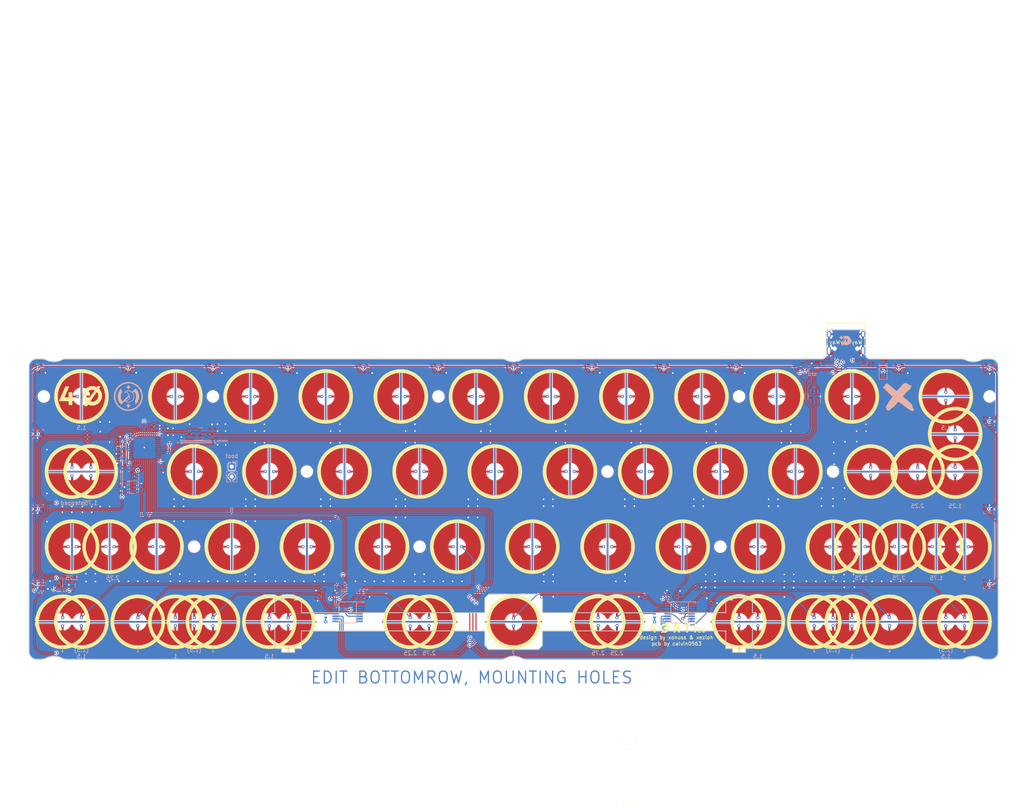
<source format=kicad_pcb>
(kicad_pcb (version 20221018) (generator pcbnew)
  (layers (0 "F.Cu" signal) (1 "In1.Cu" signal) (2 "In2.Cu" signal) (31 "B.Cu" signal) (34 "B.Paste" user) (35 "F.Paste" user) (36 "B.SilkS" user "B.Silkscreen") (37 "F.SilkS" user "F.Silkscreen") (38 "B.Mask" user) (39 "F.Mask" user) (44 "Edge.Cuts" user))
  (net 0 "")
  (net 1 "ROW0")
  (net 2 "ROW1")
  (net 3 "ROW2")
  (net 4 "ROW3")
  (net 5 "COL0")
  (net 6 "COL1")
  (net 7 "COL2")
  (net 8 "COL3")
  (net 9 "COL4")
  (net 10 "COL5")
  (net 11 "COL6")
  (net 12 "COL7")
  (net 13 "COL8")
  (net 14 "COL9")
  (net 15 "COL10")
  (net 16 "COL11")
  (net 17 "GND")
  (net 18 "+5V")
  (net 19 "VBAT")
  (net 20 "VBUS")
  (net 21 "/CC1")
  (net 22 "D_USB_P")
  (net 23 "D_USB_N")
  (net 25 "/CC2")
  (net 27 "D_P")
  (net 28 "D_N")
  (net 29 "NRST")
  (net 30 "BOOT0")
  (net 31 "RGB MCU")
  (net 32 "rgb underglow")
  (net 33 "Net-(LED1-DOUT)")
  (net 34 "Net-(LED1-DIN)")
  (net 35 "Net-(LED2-DIN)")
  (net 37 "Net-(LED15-DIN)")
  (net 38 "Net-(LED16-DIN)")
  (net 39 "Net-(LED17-DIN)")
  (net 40 "Net-(LED18-DIN)")
  (net 41 "Net-(LED21-DIN)")
  (net 42 "Net-(LED22-DIN)")
  (net 43 "Net-(LED23-DIN)")
  (net 44 "Net-(LED25-DIN)")
  (net 45 "Net-(LED26-DIN)")
  (net 46 "Net-(LED27-DOUT)")
  (net 47 "Net-(LED19-DIN)")
  (net 48 "Net-(LED20-DIN)")
  (net 49 "Net-(LED24-DOUT)")
  (net 50 "Net-(LED24-DIN)")
  (net 51 "APLEX_OUT_PIN_0")
  (net 52 "ADC")
  (net 53 "APLEX_EN_PIN_0")
  (net 54 "AMUX_SEL_2")
  (net 55 "AMUX_SEL_1")
  (net 56 "AMUX_SEL_0")
  (net 57 "APLEX_EN_PIN_1")
  (net 58 "Net-(U8-VCAP1)")
  (net 59 "Net-(U8-PA10)")
  (net 60 "Net-(U8-PA3)")
  (net 61 "Net-(U8-PA4)")
  (net 62 "Net-(U8-PA5)")
  (net 63 "BOOT1")
  (net 67 "XTAL0")
  (net 68 "XTAL1")
  (net 71 "Net-(U8-PA6)")
  (net 82 "Net-(U3--)")
  (footprint "cipulot_parts:HOLE_M2" (layer "F.Cu") (at 181.79375 125.3375)
    (fp_text reference "H22" hide)
    (fp_text value "MountingHole" hide)
  )
  (footprint "cipulot_parts:ecs_pad_1U_no_ring" (layer "F.Cu") (at 173.83125 79.375 180)
    (fp_text reference "SW_EC32")
    (fp_text value "Topre" hide)
  )
  (footprint "cipulot_parts:ecs_pad_1U_no_ring_1u_edge_cut" (layer "F.Cu") (at 235.74375 98.425 90)
    (fp_text reference "SW_EC60")
    (fp_text value "1u" hide)
  )
  (footprint "cipulot_parts:ecs_pad_no_ring_stepped&normal" (layer "F.Cu") (at 42.8625 60.325)
    (fp_text reference "SW_EC13")
    (fp_text value "stepped" hide)
  )
  (footprint "cipulot_parts:ecs_pad_1U_no_ring_1u_edge_cut" (layer "F.Cu") (at 240.50625 60.325 -90)
    (fp_text reference "SW_EC23")
    (fp_text value "Topre" hide)
  )
  (footprint "cipulot_parts:HOLE_M2" (layer "F.Cu") (at 130.96875 41.275)
    (fp_text reference "H3" hide)
    (fp_text value "MountingHole" hide)
  )
  (footprint "LOGO" (layer "F.Cu") (at 190.537315 100.129178)
    (fp_text reference "G***" hide)
    (fp_text value "LOGO" hide)
  )
  (footprint "cipulot_parts:ecs_pad_no_ring_stepped&normal" (layer "F.Cu") (at 92.86875 98.425)
    (fp_text reference "SW_EC40")
    (fp_text value "stepped" hide)
  )
  (footprint "Connector_USB:USB_C_Receptacle_HRO_TYPE-C-31-M-12" (layer "F.Cu") (at 234.269115 26.525156 180)
    (fp_text reference "J2" hide)
    (fp_text value "USB_C_Receptacle_USB2.0")
  )
  (footprint "cipulot_parts:HOLE_M2" (layer "F.Cu") (at 178.59375 125.3375)
    (fp_text reference "H15" hide)
    (fp_text value "MountingHole" hide)
  )
  (footprint "cipulot_parts:ecs_pad_1U_no_ring" (layer "F.Cu") (at 78.58125 79.375 180)
    (fp_text reference "SW_EC27")
    (fp_text value "Topre" hide)
  )
  (footprint "cipulot_parts:ecs_pad_1U_no_ring" (layer "F.Cu") (at 261.9375 50.8 -90)
    (fp_text reference "SW_EC48")
    (fp_text value "ISO" hide)
  )
  (footprint "cipulot_parts:ecs_pad_no_ring_stepped&normal" (layer "F.Cu") (at 128.5875 98.425)
    (fp_text reference "SW_EC41")
    (fp_text value "Topre" hide)
  )
  (footprint "cipulot_parts:HOLE_M2" (layer "F.Cu") (at 178.59375 131.7375)
    (fp_text reference "H17" hide)
    (fp_text value "MountingHole" hide)
  )
  (footprint "cipulot_parts:HOLE_M2" (layer "F.Cu") (at 207.16875 41.275)
    (fp_text reference "H4" hide)
    (fp_text value "MountingHole" hide)
  )
  (footprint "cipulot_parts:ecs_pad_1U_no_ring" (layer "F.Cu") (at 102.39375 41.275 180)
    (fp_text reference "SW_EC4")
    (fp_text value "Topre" hide)
  )
  (footprint "cipulot_parts:HOLE_M2" (layer "F.Cu") (at 97.63125 60.325)
    (fp_text reference "H6" hide)
    (fp_text value "MountingHole" hide)
  )
  (footprint "cipulot_parts:ecs_pad_no_ring_stepped&normal" (layer "F.Cu") (at 264.31875 98.425)
    (fp_text reference "SW_EC47")
    (fp_text value "stepped" hide)
  )
  (footprint "cipulot_parts:ecs_pad_no_ring_1u1.75u" (layer "F.Cu") (at 257.175 79.375)
    (fp_text reference "SW_EC36")
    (fp_text value "1u, 175u" hide)
  )
  (footprint "cipulot_parts:ecs_pad_1U_no_ring" (layer "F.Cu") (at 145.25625 60.325)
    (fp_text reference "SW_EC18")
    (fp_text value "Topre" hide)
  )
  (footprint "cipulot_parts:ecs_pad_1U_no_ring" (layer "F.Cu") (at 259.55625 41.275 90)
    (fp_text reference "SW_EC12")
    (fp_text value "Topre" hide)
  )
  (footprint "cipulot_parts:HOLE_M2" (layer "F.Cu") (at 73.81875 41.275)
    (fp_text reference "H2" hide)
    (fp_text value "MountingHole" hide)
  )
  (footprint "cipulot_parts:ecs_pad_1U_no_ring" (layer "F.Cu") (at 38.1 79.375 180)
    (fp_text reference "SW_EC25")
    (fp_text value "Topre" hide)
  )
  (footprint "cipulot_parts:ecs_pad_1U_no_ring" (layer "F.Cu") (at 126.20625 60.325)
    (fp_text reference "SW_EC17")
    (fp_text value "Topre" hide)
  )
  (footprint "cipulot_parts:HOLE_M2" (layer "F.Cu") (at 69.05625 79.375)
    (fp_text reference "H9" hide)
    (fp_text value "MountingHole" hide)
  )
  (footprint "cipulot_parts:HOLE_M2" (layer "F.Cu") (at 30.95625 41.275)
    (fp_text reference "H1" hide)
    (fp_text value "MountingHole" hide)
  )
  (footprint "cipulot_parts:ecs_pad_1U_no_ring" (layer "F.Cu") (at 64.29375 41.275 180)
    (fp_text reference "SW_EC2")
    (fp_text value "Topre" hide)
  )
  (footprint "cipulot_parts:ecs_pad_no_ring_stepped&normal" (layer "F.Cu") (at 211.93125 98.425)
    (fp_text reference "SW_EC44")
    (fp_text value "stepped" hide)
  )
  (footprint "cipulot_parts:ecs_pad_1U_no_ring" (layer "F.Cu") (at 47.625 79.375)
    (fp_text reference "SW_EC50")
    (fp_text value "Topre" hide)
  )
  (footprint "cipulot_parts:ecs_pad_no_ring_stepped&normal_cut" (layer "F.Cu") (at 73.81875 98.425)
    (fp_text reference "SW_EC39")
    (fp_text value "1u" hide)
  )
  (footprint "cipulot_parts:ecs_pad_1U_no_ring" (layer "F.Cu") (at 121.44375 41.275 180)
    (fp_text reference "SW_EC5")
    (fp_text value "Topre" hide)
  )
  (footprint "cipulot_parts:HOLE_M2" (layer "F.Cu") (at 270.66875 41.275)
    (fp_text reference "H5" hide)
    (fp_text value "MountingHole" hide)
  )
  (footprint "cipulot_parts:ecs_pad_1U_no_ring" (layer "F.Cu") (at 216.69375 41.275 180)
    (fp_text reference "SW_EC10")
    (fp_text value "Topre" hide)
  )
  (footprint "cipulot_parts:ecs_pad_1U_no_ring" (layer "F.Cu") (at 135.73125 79.375 180)
    (fp_text reference "SW_EC30")
    (fp_text value "Topre" hide)
  )
  (footprint "cipulot_parts:ecs_pad_1U_no_ring" (layer "F.Cu") (at 235.74375 41.275 180)
    (fp_text reference "SW_EC11")
    (fp_text value "Topre" hide)
  )
  (footprint "cipulot_parts:ecs_pad_1U_no_ring" (layer "F.Cu") (at 154.78125 79.375 180)
    (fp_text reference "SW_EC31")
    (fp_text value "Topre" hide)
  )
  (footprint "cipulot_parts:HOLE_M2" (layer "F.Cu") (at 161.925 98.425)
    (fp_text reference "H13" hide)
    (fp_text value "MountingHole" hide)
  )
  (footprint "cipulot_parts:ecs_pad_1U_no_ring" (layer "F.Cu") (at 116.68125 79.375 180)
    (fp_text reference "SW_EC29")
    (fp_text value "Topre" hide)
  )
  (footprint "cipulot_parts:ecs_pad_1U_no_ring" (layer "F.Cu") (at 97.63125 79.375 180)
    (fp_text reference "SW_EC28")
    (fp_text value "Topre" hide)
  )
  (footprint "cipulot_parts:ecs_pad_1U_no_ring" (layer "F.Cu") (at 59.53125 79.375 180)
    (fp_text reference "SW_EC26")
    (fp_text value "Topre" hide)
  )
  (footprint "cipulot_parts:ecs_pad_1U_no_ring" (layer "F.Cu") (at 197.64375 41.275 180)
    (fp_text reference "SW_EC9")
    (fp_text value "Topre" hide)
  )
  (footprint "cipulot_parts:ecs_pad_1U_no_ring" (layer "F.Cu") (at 192.88125 79.375 180)
    (fp_text reference "SW_EC33")
    (fp_text value "Topre" hide)
  )
  (footprint "cipulot_parts:ecs_pad_1U_no_ring_1u_edge_cut" (layer "F.Cu") (at 252.4125 60.325 90)
    (fp_text reference "SW_EC49")
    (fp_text value "ansi" hide)
  )
  (footprint "cipulot_parts:ecs_pad_1U_no_ring" (layer "F.Cu") (at 140.49375 41.275 180)
    (fp_text reference "SW_EC6")
    (fp_text value "Topre" hide)
  )
  (footprint "cipulot_parts:ecs_pad_1U_no_ring" (layer "F.Cu") (at 69.05625 60.325)
    (fp_text reference "SW_EC14")
    (fp_text value "Topre" hide)
  )
  (footprint "cipulot_parts:HOLE_M2" (layer "F.Cu") (at 173.83125 60.325)
    (fp_text reference "H7" hide)
    (fp_text value "MountingHole" hide)
  )
  (footprint "cipulot_parts:HOLE_M2" (layer "F.Cu") (at 181.79375 134.9375)
    (fp_text reference "H25" hide)
    (fp_text value "MountingHole" hide)
  )
  (footprint "cipulot_parts:ecs_pad_1U_no_ring" (layer "F.Cu") (at 150.01875 98.425 -90)
    (fp_text reference "SW_EC42")
    (fp_text value "Topre" hide)
  )
  (footprint "LOGO" (layer "F.Cu") (at 40.48125 41.275)
    (fp_text reference "G***" hide)
    (fp_text value "LOGO" hide)
  )
  (footprint "cipulot_parts:ecs_pad_1U_no_ring" (layer "F.Cu") (at 211.93125 79.375 180)
    (fp_text reference "SW_EC34")
    (fp_text value "Topre" hide)
  )
  (footprint "cipulot_parts:ecs_pad_1U_no_ring" (layer "F.Cu") (at 178.59375 41.275 180)
    (fp_text reference "SW_EC8")
    (fp_text value "Topre" hide)
  )
  (footprint "cipulot_parts:ecs_pad_1U_no_ring" (layer "F.Cu") (at 183.35625 60.325)
    (fp_text reference "SW_EC20")
    (fp_text value "Topre" hide)
  )
  (footprint "cipulot_parts:HOLE_M2" (layer "F.Cu") (at 178.59375 134.9375)
    (fp_text reference "H18" hide)
    (fp_text value "MountingHole" hide)
  )
  (footprint "cipulot_parts:ecs_pad_1U_no_ring" (layer "F.Cu") (at 221.45625 60.325)
    (fp_text reference "SW_EC22")
    (fp_text value "Topre" hide)
  )
  (footprint "cipulot_parts:HOLE_M2" (layer "F.Cu") (at 202.40625 79.375)
    (fp_text reference "H11" hide)
    (fp_text value "MountingHole" hide)
  )
  (footprint "cipulot_parts:HOLE_M2" (layer "F.Cu") (at 178.59375 141.3375)
    (fp_text reference "H20" hide)
    (fp_text value "MountingHole" hide)
  )
  (footprint "cipulot_parts:HOLE_M2" (layer "F.Cu") (at 181.79375 128.5375)
    (fp_text reference "H23" hide)
    (fp_text value "MountingHole" hide)
  )
  (footprint "cipulot_parts:HOLE_M2" (layer "F.Cu") (at 178.59375 138.1375)
    (fp_text reference "H19" hide)
    (fp_text value "MountingHole" hide)
  )
  (footprint "cipulot_parts:ecs_pad_1U_no_ring" (layer "F.Cu") (at 245.26875 98.425 -90)
    (fp_text reference "SW_EC46")
    (fp_text value "1u" hide)
  )
  (footprint "cipulot_parts:ecs_pad_1U_no_ring" (layer "F.Cu") (at 83.34375 41.275 180)
    (fp_text reference "SW_EC3")
    (fp_text value "Topre" hide)
  )
  (footprint "cipulot_parts:ecs_pad_1U_no_ring_1u_edge_cut" (layer "F.Cu") (at 54.76875 98.425 -90)
    (fp_text reference "SW_EC38")
    (fp_text value "1u" hide)
  )
  (footprint "cipulot_parts:HOLE_M2" (layer "F.Cu") (at 178.59375 128.5375)
    (fp_text reference "H16" hide)
    (fp_text value "MountingHole" hide)
  )
  (footprint "cipulot_parts:ecs_pad_1U_no_ring_1u_edge_cut" (layer "F.Cu") (at 64.29375 98.425 -90)
    (fp_text reference "SW_EC61")
    (fp_text value "1u" hide)
  )
  (footprint "cipulot_parts:ecs_pad_1U_no_ring" (layer "F.Cu") (at 40.48125 41.275 180)
    (fp_text reference "SW_EC1")
    (fp_text value "Topre" hide)
  )
  (footprint "cipulot_parts:ecs_pad_1U_no_ring" (layer "F.Cu") (at 261.9375 60.325 90)
    (fp_text reference "SW_EC24")
    (fp_text value "Topre" hide)
  )
  (footprint "cipulot_parts:ecs_pad_1U_no_ring" (layer "F.Cu") (at 159.54375 41.275 180)
    (fp_text reference "SW_EC7")
    (fp_text value "Topre" hide)
  )
  (footprint "cipulot_parts:HOLE_M2" (layer "F.Cu") (at 114.3 98.425)
    (fp_text reference "H12" hide)
    (fp_text value "MountingHole" hide)
  )
  (footprint "cipulot_parts:HOLE_M2" (layer "F.Cu") (at 181.79375 131.7375)
    (fp_text reference "H24" hide)
    (fp_text value "MountingHole" hide)
  )
  (footprint "cipulot_parts:ecs_pad_no_ring_1u1.75u" (layer "F.Cu") (at 230.98125 79.375)
    (fp_text reference "SW_EC35")
    (fp_text value "1u, 175u" hide)
  )
  (footprint "cipulot_parts:HOLE_M2" (layer "F.Cu") (at 126.20625 79.375)
    (fp_text reference "H10" hide)
    (fp_text value "MountingHole" hide)
  )
  (footprint "cipulot_parts:HOLE_M2" (layer "F.Cu") (at 175.39375 144.5375)
    (fp_text reference "H14" hide)
    (fp_text value "MountingHole" hide)
  )
  (footprint "cipulot_parts:ecs_pad_1U_no_ring" (layer "F.Cu") (at 202.40625 60.325)
    (fp_text reference "SW_EC21")
    (fp_text value "Topre" hide)
  )
  (footprint "cipulot_parts:ecs_pad_1U_no_ring" (layer "F.Cu") (at 107.15625 60.325)
    (fp_text reference "SW_EC16")
    (fp_text value "Topre" hide)
  )
  (footprint "cipulot_parts:HOLE_M2" (layer "F.Cu") (at 181.79375 138.1375)
    (fp_text reference "H26" hide)
    (fp_text value "MountingHole" hide)
  )
  (footprint "cipulot_parts:HOLE_M2" (layer "F.Cu") (at 178.59375 144.5375)
    (fp_text reference "H21" hide)
    (fp_text value "MountingHole" hide)
  )
  (footprint "cipulot_parts:ecs_pad_no_ring_stepped&normal" (layer "F.Cu") (at 176.2125 98.425)
    (fp_text reference "SW_EC43")
    (fp_text value "Topre" hide)
  )
  (footprint "cipulot_parts:ecs_pad_no_ring_stepped&normal_cut" (layer "F.Cu") (at 226.21875 98.425 180)
    (fp_text reference "SW_EC45")
    (fp_text value "1u" hide)
  )
  (footprint "cipulot_parts:ecs_pad_1U_no_ring" (layer "F.Cu") (at 247.65 79.375)
    (fp_text reference "SW_EC52")
    (fp_text value "275u" hide)
  )
  (footprint "cipulot_parts:ecs_pad_1U_no_ring" (layer "F.Cu") (at 164.30625 60.325)
    (fp_text reference "SW_EC19")
    (fp_text value "Topre" hide)
  )
  (footprint "cipulot_parts:HOLE_M2" (layer "F.Cu") (at 230.98125 60.325)
    (fp_text reference "H8" hide)
    (fp_text value "MountingHole" hide)
  )
  (footprint "cipulot_parts:ecs_pad_no_ring_stepped&normal" (layer "F.Cu") (at 40.48125 98.425)
    (fp_text reference "SW_EC37")
    (fp_text value "stepped" hide)
  )
  (footprint "cipulot_parts:ecs_pad_1U_no_ring" (layer "F.Cu") (at 88.10625 60.325)
    (fp_text reference "SW_EC15")
    (fp_text value "Topre" hide)
  )
  (footprint "cipulot_parts:ecs_7U_space_stab" (layer "F.Cu") (at 150.01875 98.425)
    (fp_text reference "REF**")
    (fp_text value "Value " hide)
  )
  (footprint "PCM_marbastlib-various:LED_WS2812_2020" (layer "B.Cu") (at 29.36875 69.85 180)
    (fp_text reference "LED2" hide)
    (fp_text value "WS2812_2020")
  )
  (footprint "Resistor_SMD:R_0402_1005Metric" (layer "B.Cu") (at 49.2125 52.82125 -90)
    (fp_text reference "R24" hide)
    (fp_text value "10k")
  )
  (footprint "PCM_marbastlib-various:LED_WS2812_2020" (layer "B.Cu") (at 150.01875 34.13125 180)
    (fp_text reference "LED23" hide)
    (fp_text value "WS2812_2020")
  )
  (footprint "Package_DFN_QFN:QFN-48-1EP_7x7mm_P0.5mm_EP5.6x5.6mm" (layer "B.Cu") (at 56.45 54.225)
    (fp_text reference "U8" hide)
    (fp_text value "STM32F401CBUx")
  )
  (footprint "Resistor_SMD:R_0402_1005Metric" (layer "B.Cu") (at 62.29 54.225)
    (fp_text reference "R17" hide)
    (fp_text value "100k")
  )
  (footprint "Resistor_SMD:R_0603_1608Metric" (layer "B.Cu") (at 239.74375 33.3375)
    (fp_text reference "R1" hide)
    (fp_text value "5k1")
  )
  (footprint "Capacitor_SMD:C_0402_1005Metric" (layer "B.Cu") (at 50.8 53.28125 180)
    (fp_text reference "C22" hide)
    (fp_text value "1u")
  )
  (footprint "Resistor_SMD:R_0402_1005Metric" (layer "B.Cu") (at 102.39375 96.8375 -90)
    (fp_text reference "R8" hide)
    (fp_text value "100k")
  )
  (footprint "Resistor_SMD:R_0402_1005Metric" (layer "B.Cu") (at 191.29375 92.075)
    (fp_text reference "R11" hide)
    (fp_text value "100k")
  )
  (footprint "Capacitor_SMD:C_0402_1005Metric" (layer "B.Cu") (at 55.705048 64.777684 90)
    (fp_text reference "C4" hide)
    (fp_text value "220pF NP0")
  )
  (footprint "PCM_marbastlib-various:LED_WS2812_2020" (layer "B.Cu") (at 92.86875 34.13125 180)
    (fp_text reference "LED25" hide)
    (fp_text value "WS2812_2020")
  )
  (footprint "Resistor_SMD:R_0402_1005Metric" (layer "B.Cu") (at 111.91875 90.4875)
    (fp_text reference "R18" hide)
    (fp_text value "100k")
  )
  (footprint "Resistor_SMD:R_0603_1608Metric" (layer "B.Cu") (at 227.80625 33.3375 180)
    (fp_text reference "R2" hide)
    (fp_text value "5k1")
  )
  (footprint "Capacitor_SMD:C_0402_1005Metric" (layer "B.Cu") (at 50.89375 58.19375 180)
    (fp_text reference "C17" hide)
    (fp_text value "100n")
  )
  (footprint "PCM_marbastlib-various:LED_WS2812_2020" (layer "B.Cu") (at 130.96875 34.13125 180)
    (fp_text reference "LED30" hide)
    (fp_text value "WS2812_2020")
  )
  (footprint "PCM_marbastlib-various:LED_WS2812_2020" (layer "B.Cu") (at 188.11875 34.13125 180)
    (fp_text reference "LED21" hide)
    (fp_text value "WS2812_2020")
  )
  (footprint "LOGO" (layer "B.Cu") (at 234.15625 26.9875 180)
    (fp_text reference "G***" hide)
    (fp_text value "LOGO" hide)
  )
  (footprint "Crystal:Resonator_SMD_Murata_CSTxExxV-3Pin_3.0x1.1mm" (layer "B.Cu") (at 50.59375 55.8125 -90)
    (fp_text reference "Y1" hide)
    (fp_text value "8 MHz")
  )
  (footprint "Connector_PinHeader_2.54mm:PinHeader_1x02_P2.54mm_Vertical" (layer "B.Cu") (at 78.58125 59.05 180)
    (fp_text reference "SW1" hide)
    (fp_text value "BOOT0")
  )
  (footprint "PCM_marbastlib-various:LED_WS2812_2020" (layer "B.Cu") (at 206.375 34.13125 180)
    (fp_text reference "LED20" hide)
    (fp_text value "WS2812_2020")
  )
  (footprint "Resistor_SMD:R_0402_1005Metric" (layer "B.Cu") (at 53.975 62.029065 180)
    (fp_text reference "R26" hide)
    (fp_text value "DNP")
  )
  (footprint "Resistor_SMD:R_0402_1005Metric" (layer "B.Cu") (at 198.4375 91.28125)
    (fp_text reference "R15" hide)
    (fp_text value "100k")
  )
  (footprint "Package_TO_SOT_SMD:SOT-23-5" (layer "B.Cu") (at 53.122788 64.29375 180)
    (fp_text reference "U3" hide)
    (fp_text value "OPA354")
  )
  (footprint "Resistor_SMD:R_0402_1005Metric" (layer "B.Cu") (at 101.31625 90.4875 180)
    (fp_text reference "R5" hide)
    (fp_text value "100k")
  )
  (footprint "PCM_marbastlib-various:LED_WS2812_2020" (layer "B.Cu") (at 270.66875 69.85)
    (fp_text reference "LED16" hide)
    (fp_text value "WS2812_2020")
  )
  (footprint "cipulot_parts:TSSOP16" (layer "B.Cu") (at 192.0875 96.04375 -90)
    (fp_text reference "U7")
    (fp_text value "74HC4051")
  )
  (footprint "PCM_marbastlib-various:LED_WS2812_2020" (layer "B.Cu") (at 73.81875 34.13125 180)
    (fp_text reference "LED26" hide)
    (fp_text value "WS2812_2020")
  )
  (footprint "Package_TO_SOT_SMD:TSOT-23-5" (layer "B.Cu") (at 37.30625 88.9 -90)
    (fp_text reference "U4" hide)
    (fp_text value "74AHCT1G125")
  )
  (footprint "PCM_marbastlib-various:LED_WS2812_2020" (layer "B.Cu") (at 52.3875 34.13125 180)
    (fp_text reference "LED31" hide)
    (fp_text value "WS2812_2020")
  )
  (footprint "cipulot_parts:TSSOP16" (layer "B.Cu") (at 107.95 96.04375 -90)
    (fp_text reference "U5")
    (fp_text value "74HC4051")
  )
  (footprint "Diode_SMD:D_SOD-123" (layer "B.Cu") (at 243.68125 34.52284 90)
    (fp_text reference "D_PWR1" hide)
    (fp_text value "SMF9.0CA")
  )
  (footprint "PCM_marbastlib-various:LED_WS2812_2020" (layer "B.Cu") (at 29.36875 50.8 180)
    (fp_text reference "LED1" hide)
    (fp_text value "WS2812_2020")
  )
  (footprint "Resistor_SMD:R_0402_1005Metric" (layer "B.Cu") (at 200.025 93.6625)
    (fp_text reference "R14" hide)
    (fp_text value "100k")
  )
  (footprint "PCM_marbastlib-various:LED_WS2812_2020" (layer "B.Cu") (at 247.65 34.13125 180)
    (fp_text reference "LED19" hide)
    (fp_text value "WS2812_2020")
  )
  (footprint "PCM_marbastlib-various:LED_WS2812_2020" (layer "B.Cu") (at 270.66875 88.9)
    (fp_text reference "LED15" hide)
    (fp_text value "WS2812_2020")
  )
  (footprint "Resistor_SMD:R_0402_1005Metric" (layer "B.Cu") (at 185.7375 96.8375 -90)
    (fp_text reference "R12" hide)
    (fp_text value "100k")
  )
  (footprint "PCM_marbastlib-various:LED_WS2812_2020" (layer "B.Cu") (at 270.66875 47.625)
    (fp_text reference "LED17" hide)
    (fp_text value "WS2812_2020")
  )
  (footprint "Capacitor_SMD:C_0402_1005Metric" (layer "B.Cu") (at 58.83125 49.4625)
    (fp_text reference "C16" hide)
    (fp_text value "4.7u")
  )
  (footprint "Capacitor_SMD:C_0402_1005Metric" (layer "B.Cu") (at 61.2125 58.9875 -90)
    (fp_text reference "C19" hide)
    (fp_text value "100n")
  )
  (footprint "Capacitor_SMD:C_0402_1005Metric" (layer "B.Cu") (at 50.566538 63.289503 90)
    (fp_text reference "C3" hide)
    (fp_text value "100n")
  )
  (footprint "Capacitor_SMD:C_0402_1005Metric" (layer "B.Cu") (at 53.275 59.43125 -90)
    (fp_text reference "C20" hide)
    (fp_text value "100n")
  )
  (footprint "Package_TO_SOT_SMD:SOT-23" (layer "B.Cu") (at 70.64375 50.8)
    (fp_text reference "U2" hide)
    (fp_text value "XC6206PxxxMR-Regulator_Linear")
  )
  (footprint "PCM_marbastlib-various:LED_WS2812_2020" (layer "B.Cu") (at 270.66875 34.13125 180)
    (fp_text reference "LED18" hide)
    (fp_text value "WS2812_2020")
  )
  (footprint "PCM_marbastlib-various:LED_WS2812_2020" (layer "B.Cu") (at 29.36875 34.13125 180)
    (fp_text reference "LED27" hide)
    (fp_text value "WS2812_2020")
  )
  (footprint "Capacitor_SMD:C_0402_1005Metric" (layer "B.Cu") (at 50.8 52.3375 180)
    (fp_text reference "C21" hide)
    (fp_text value "100n")
  )
  (footprint "Resistor_SMD:R_0402_1005Metric" (layer "B.Cu") (at 50.578259 65.224247 90)
    (fp_text reference "R23" hide)
    (fp_text value "1k")
  )
  (footprint "Resistor_SMD:R_0402_1005Metric" (layer "B.Cu") (at 105.8525 89.69375 180)
    (fp_text reference "R7" hide)
    (fp_text value "100k")
  )
  (footprint "Resistor_SMD:R_0402_1005Metric" (layer "B.Cu") (at 58.83125 48.46875 180)
    (fp_text reference "R25" hide)
    (fp_text value "10k")
  )
  (footprint "Capacitor_SMD:C_0402_1005Metric" (layer "B.Cu") (at 104.775 92.075 90)
    (fp_text reference "C10" hide)
    (fp_text value "100n")
  )
  (footprint "Package_TO_SOT_SMD:SOT-23-6" (layer "B.Cu") (at 226.21875 41.275 90)
    (fp_text reference "U1" hide)
    (fp_text value "USBLC6-2SC6")
  )
  (footprint "Resistor_SMD:R_0402_1005Metric" (layer "B.Cu") (at 56.349625 48.980642 -90)
    (fp_text reference "R22" hide)
    (fp_text value "100")
  )
  (footprint "PCM_marbastlib-various:LED_WS2812_2020" (layer "B.Cu") (at 111.91875 34.13125 180)
    (fp_text reference "LED24" hide)
    (fp_text value "WS2812_2020")
  )
  (footprint "LOGO" (layer "B.Cu") (at 247.65 41.275 180)
    (fp_text reference "G***" hide)
    (fp_text value "LOGO" hide)
  )
  (footprint "Capacitor_SMD:C_0603_1608Metric" (layer "B.Cu") (at 67.813877 50.800808 90)
    (fp_text reference "C2" hide)
    (fp_text value "1uF")
  )
  (footprint "Resistor_SMD:R_0402_1005Metric" (layer "B.Cu") (at 54.8625 58.9875 180)
    (fp_text reference "R27" hide)
    (fp_text value "10k")
  )
  (footprint "Resistor_SMD:R_0402_1005Metric" (layer "B.Cu") (at 196.05625 89.69375)
    (fp_text reference "R16" hide)
    (fp_text value "100k")
  )
  (footprint "Resistor_SMD:R_0402_1005Metric" (layer "B.Cu") (at 42.002505 51.59375 180)
    (fp_text reference "R20" hide)
    (fp_text value "100")
  )
  (footprint "Capacitor_SMD:C_0603_1608Metric" (layer "B.Cu") (at 34.69292 89.375438 -90)
    (fp_text reference "C12" hide)
    (fp_text value "100nF")
  )
  (footprint "Resistor_SMD:R_0402_1005Metric" (layer "B.Cu") (at 53.975 61.020669 180)
    (fp_text reference "R6" hide)
    (fp_text value "100k")
  )
  (footprint "Resistor_SMD:R_0402_1005Metric" (layer "B.Cu") (at 183.35625 92.075 180)
    (fp_text reference "R13" hide)
    (fp_text value "100k")
  )
  (footprint "Fuse:Fuse_1206_3216Metric" (layer "B.Cu") (at 223.8375 34.925 -90)
    (fp_text reference "F1" hide)
    (fp_text value "500mA")
  )
  (footprint "Resistor_SMD:R_0402_1005Metric" (layer "B.Cu") (at 42.015754 52.60288 180)
    (fp_text reference "R19" hide)
    (fp_text value "100")
  )
  (footprint "PCM_marbastlib-various:LED_WS2812_2020" (layer "B.Cu") (at 169.8625 34.13125 180)
    (fp_text reference "LED22" hide)
    (fp_text value "WS2812_2020")
  )
  (footprint "PCM_marbastlib-various:LED_WS2812_2020" (layer "B.Cu") (at 29.36875 88.9 180)
    (fp_text reference "LED3" hide)
    (fp_text value "WS2812_2020")
  )
  (footprint "Capacitor_SMD:C_0402_1005Metric" (layer "B.Cu") (at 61.2125 49.8125 90)
    (fp_text reference "C18" hide)
    (fp_text value "100n")
  )
  (footprint "Resistor_SMD:R_0402_1005Metric" (layer "B.Cu") (at 100.80625 92.075 180)
    (fp_text reference "R4" hide)
    (fp_text value "100k")
  )
  (footprint "Capacitor_SMD:C_0402_1005Metric" (layer "B.Cu") (at 188.9125 92.075 90)
    (fp_text reference "C15" hide)
    (fp_text value "100n")
  )
  (footprint "LOGO" (layer "B.Cu") (at 52.3875 41.275 180)
    (fp_text reference "G***" hide)
    (fp_text value "LOGO" hide)
  )
  (footprint "Capacitor_SMD:C_0603_1608Metric" (layer "B.Cu") (at 73.60625 50.8 -90)
    (fp_text reference "C1" hide)
    (fp_text value "1uF")
  )
  (footprint "Resistor_SMD:R_0402_1005Metric" (layer "B.Cu") (at 111.91875 92.075)
    (fp_text reference "R9" hide)
    (fp_text value "100k")
  )
  (footprint "Resistor_SMD:R_0402_1005Metric" (layer "B.Cu") (at 41.982631 50.537229)
    (fp_text reference "R21" hide)
    (fp_text value "100")
  )
  (gr_line (start 41.120181 67.46875) (end 41.120181 69.05625) (stroke (width 0.15)) (layer "B.SilkS"))
  (gr_poly (pts (xy 51.138467 0.87834) (xy 51.138466 0.878342) (xy 51.138466 0.878343) (xy 51.138465 0.878343) (xy 51.138465 0.878344) (xy 51.138464 0.878344) (xy 51.138463 0.878344) (xy 51.138463 0.878345) (xy 51.138462 0.878345) (xy 51.138461 0.878345) (xy 51.13846 0.878345) (xy 51.138459 0.878345) (xy 51.138468 0.87834)) (fill solid) (layer "F.SilkS"))
  (gr_poly (pts (xy 47.430749 2.113064) (xy 47.425794 2.113064) (xy 47.437799 2.105999)) (fill solid) (layer "F.SilkS"))
  (gr_arc (start 269.727109 107.95) (mid 269.128468 107.877268) (end 268.56466 107.663304) (stroke (width 0.2)) (layer "Edge.Cuts"))
  (gr_line (start 146.963945 31.75) (end 36.573555 31.75) (stroke (width 0.2)) (layer "Edge.Cuts"))
  (gr_line (start 205.5189 92.89495) (end 203.7929 92.89495) (stroke (width 0.2)) (layer "Edge.Cuts"))
  (gr_line (start 263.463945 31.75) (end 240.2625 31.75) (stroke (width 0.2)) (layer "Edge.Cuts"))
  (gr_line (start 89.4933 98.92505) (end 89.4933 105.19525) (stroke (width 0.2)) (layer "Edge.Cuts"))
  (gr_line (start 210.5429 98.92505) (end 211.3689 98.92505) (stroke (width 0.2)) (layer "Edge.Cuts"))
  (gr_line (start 29.19375 107.95) (end 30.310391 107.95) (stroke (width 0.2)) (layer "Edge.Cuts"))
  (gr_arc (start 27.19375 33.75) (mid 27.779536 32.335786) (end 29.19375 31.75) (stroke (width 0.2)) (layer "Edge.Cuts"))
  (gr_line (start 229.2625 24.85) (end 229.2625 30.75) (stroke (width 0.2)) (layer "Edge.Cuts"))
  (gr_line (start 208.8189 92.89495) (end 208.8189 91.97425) (stroke (width 0.2)) (layer "Edge.Cuts"))
  (gr_line (start 89.4933 92.89495) (end 89.4933 96.12505) (stroke (width 0.2)) (layer "Edge.Cuts"))
  (gr_arc (start 229.2625 24.85) (mid 229.408947 24.496447) (end 229.7625 24.35) (stroke (width 0.2)) (layer "Edge.Cuts"))
  (gr_line (start 157.31875 92.425) (end 157.317101 96.1255) (stroke (width 0.2)) (layer "Edge.Cuts"))
  (gr_arc (start 31.47284 107.663304) (mid 33.51875 107.158718) (end 35.56466 107.663304) (stroke (width 0.2)) (layer "Edge.Cuts"))
  (gr_arc (start 229.2625 30.75) (mid 228.969607 31.457107) (end 228.2625 31.75) (stroke (width 0.2)) (layer "Edge.Cuts"))
  (gr_line (start 208.8189 106.17495) (end 208.8189 105.19525) (stroke (width 0.2)) (layer "Edge.Cuts"))
  (gr_line (start 203.7929 96.12505) (end 157.317101 96.1255) (stroke (width 0.2)) (layer "Edge.Cuts"))
  (gr_line (start 94.519 106.17495) (end 94.519 105.19525) (stroke (width 0.2)) (layer "Edge.Cuts"))
  (gr_line (start 96.2429 105.19525) (end 96.2429 100.72485) (stroke (width 0.2)) (layer "Edge.Cuts"))
  (gr_arc (start 29.19375 107.95) (mid 27.779536 107.364214) (end 27.19375 105.95) (stroke (width 0.2)) (layer "Edge.Cuts"))
  (gr_line (start 88.6679 98.92505) (end 89.4933 98.92505) (stroke (width 0.2)) (layer "Edge.Cuts"))
  (gr_line (start 153.227109 107.95) (end 263.310391 107.95) (stroke (width 0.2)) (layer "Edge.Cuts"))
  (gr_line (start 91.2186 92.89495) (end 89.4933 92.89495) (stroke (width 0.2)) (layer "Edge.Cuts"))
  (gr_line (start 94.519 105.19525) (end 96.2429 105.19525) (stroke (width 0.2)) (layer "Edge.Cuts"))
  (gr_arc (start 268.466742 32.008357) (mid 269.005272 31.815446) (end 269.573555 31.75) (stroke (width 0.2)) (layer "Edge.Cuts"))
  (gr_line (start 91.2186 105.19525) (end 91.2186 106.17495) (stroke (width 0.2)) (layer "Edge.Cuts"))
  (gr_arc (start 35.466742 32.008357) (mid 36.005272 31.815446) (end 36.573555 31.75) (stroke (width 0.2)) (layer "Edge.Cuts"))
  (gr_line (start 30.463945 31.75) (end 29.19375 31.75) (stroke (width 0.2)) (layer "Edge.Cuts"))
  (gr_line (start 210.5429 92.89495) (end 208.8189 92.89495) (stroke (width 0.2)) (layer "Edge.Cuts"))
  (gr_arc (start 35.466742 32.008357) (mid 33.51875 32.463065) (end 31.570758 32.008357) (stroke (width 0.2)) (layer "Edge.Cuts"))
  (gr_line (start 211.3689 98.92505) (end 211.3689 96.12505) (stroke (width 0.2)) (layer "Edge.Cuts"))
  (gr_line (start 142.720399 100.72537) (end 142.71875 104.425) (stroke (width 0.2)) (layer "Edge.Cuts"))
  (gr_line (start 143.71875 105.425) (end 156.31875 105.425) (stroke (width 0.2)) (layer "Edge.Cuts"))
  (gr_line (start 94.519 92.89495) (end 94.519 91.97425) (stroke (width 0.2)) (layer "Edge.Cuts"))
  (gr_arc (start 30.463945 31.75) (mid 31.032228 31.815446) (end 31.570758 32.008357) (stroke (width 0.2)) (layer "Edge.Cuts"))
  (gr_line (start 156.31875 105.425) (end 157.31875 104.425) (stroke (width 0.2)) (layer "Edge.Cuts"))
  (gr_line (start 210.5429 105.19525) (end 210.5429 98.92505) (stroke (width 0.2)) (layer "Edge.Cuts"))
  (gr_line (start 210.5429 96.12505) (end 210.5429 92.89495) (stroke (width 0.2)) (layer "Edge.Cuts"))
  (gr_arc (start 240.2625 31.75) (mid 239.555393 31.457107) (end 239.2625 30.75) (stroke (width 0.2)) (layer "Edge.Cuts"))
  (gr_arc (start 270.84375 31.75) (mid 272.257964 32.335786) (end 272.84375 33.75) (stroke (width 0.2)) (layer "Edge.Cuts"))
  (gr_line (start 143.71875 91.425) (end 156.31875 91.425) (stroke (width 0.2)) (layer "Edge.Cuts"))
  (gr_line (start 142.71875 104.425) (end 143.71875 105.425) (stroke (width 0.2)) (layer "Edge.Cuts"))
  (gr_line (start 27.19375 33.75) (end 27.19375 105.95) (stroke (width 0.2)) (layer "Edge.Cuts"))
  (gr_arc (start 153.227109 107.95) (mid 152.628468 107.877268) (end 152.06466 107.663304) (stroke (width 0.2)) (layer "Edge.Cuts"))
  (gr_arc (start 264.47284 107.663304) (mid 266.51875 107.158718) (end 268.56466 107.663304) (stroke (width 0.2)) (layer "Edge.Cuts"))
  (gr_line (start 91.2186 106.17495) (end 94.519 106.17495) (stroke (width 0.2)) (layer "Edge.Cuts"))
  (gr_line (start 238.7625 24.35) (end 229.7625 24.35) (stroke (width 0.2)) (layer "Edge.Cuts"))
  (gr_line (start 203.7929 105.19525) (end 205.5189 105.19525) (stroke (width 0.2)) (layer "Edge.Cuts"))
  (gr_line (start 91.2186 91.97425) (end 91.2186 92.89495) (stroke (width 0.2)) (layer "Edge.Cuts"))
  (gr_line (start 94.519 91.97425) (end 91.2186 91.97425) (stroke (width 0.2)) (layer "Edge.Cuts"))
  (gr_line (start 203.7929 100.72485) (end 203.7929 105.19525) (stroke (width 0.2)) (layer "Edge.Cuts"))
  (gr_arc (start 151.966742 32.008357) (mid 150.01875 32.463065) (end 148.070758 32.008357) (stroke (width 0.2)) (layer "Edge.Cuts"))
  (gr_line (start 211.3689 96.12505) (end 210.5429 96.12505) (stroke (width 0.2)) (layer "Edge.Cuts"))
  (gr_arc (start 31.47284 107.663304) (mid 30.909032 107.877268) (end 30.310391 107.95) (stroke (width 0.2)) (layer "Edge.Cuts"))
  (gr_line (start 205.5189 91.97425) (end 205.5189 92.89495) (stroke (width 0.2)) (layer "Edge.Cuts"))
  (gr_line (start 239.2625 30.75) (end 239.2625 24.85) (stroke (width 0.2)) (layer "Edge.Cuts"))
  (gr_line (start 96.2429 96.12505) (end 96.2429 92.89495) (stroke (width 0.2)) (layer "Edge.Cuts"))
  (gr_arc (start 36.727109 107.95) (mid 36.128468 107.877268) (end 35.56466 107.663304) (stroke (width 0.2)) (layer "Edge.Cuts"))
  (gr_line (start 143.71875 91.425) (end 142.71875 92.425) (stroke (width 0.2)) (layer "Edge.Cuts"))
  (gr_line (start 272.84375 105.95) (end 272.84375 33.75) (stroke (width 0.2)) (layer "Edge.Cuts"))
  (gr_line (start 205.5189 106.17495) (end 208.8189 106.17495) (stroke (width 0.2)) (layer "Edge.Cuts"))
  (gr_line (start 208.8189 105.19525) (end 210.5429 105.19525) (stroke (width 0.2)) (layer "Edge.Cuts"))
  (gr_arc (start 268.466742 32.008357) (mid 266.51875 32.463065) (end 264.570758 32.008357) (stroke (width 0.2)) (layer "Edge.Cuts"))
  (gr_line (start 142.71875 92.425) (end 142.717101 96.1255) (stroke (width 0.2)) (layer "Edge.Cuts"))
  (gr_line (start 89.4933 105.19525) (end 91.2186 105.19525) (stroke (width 0.2)) (layer "Edge.Cuts"))
  (gr_arc (start 238.7625 24.35) (mid 239.116053 24.496447) (end 239.2625 24.85) (stroke (width 0.2)) (layer "Edge.Cuts"))
  (gr_line (start 157.320399 100.72537) (end 203.7929 100.72485) (stroke (width 0.2)) (layer "Edge.Cuts"))
  (gr_line (start 156.31875 91.425) (end 157.31875 92.425) (stroke (width 0.2)) (layer "Edge.Cuts"))
  (gr_line (start 88.6679 96.12505) (end 88.6679 98.92505) (stroke (width 0.2)) (layer "Edge.Cuts"))
  (gr_line (start 205.5189 105.19525) (end 205.5189 106.17495) (stroke (width 0.2)) (layer "Edge.Cuts"))
  (gr_line (start 157.320399 100.72537) (end 157.31875 104.425) (stroke (width 0.2)) (layer "Edge.Cuts"))
  (gr_line (start 36.727109 107.95) (end 146.810391 107.95) (stroke (width 0.2)) (layer "Edge.Cuts"))
  (gr_line (start 203.7929 92.89495) (end 203.7929 96.12505) (stroke (width 0.2)) (layer "Edge.Cuts"))
  (gr_arc (start 272.84375 105.95) (mid 272.257964 107.364214) (end 270.84375 107.95) (stroke (width 0.2)) (layer "Edge.Cuts"))
  (gr_arc (start 151.966742 32.008357) (mid 152.505272 31.815446) (end 153.073555 31.75) (stroke (width 0.2)) (layer "Edge.Cuts"))
  (gr_arc (start 264.47284 107.663304) (mid 263.909032 107.877268) (end 263.310391 107.95) (stroke (width 0.2)) (layer "Edge.Cuts"))
  (gr_arc (start 147.97284 107.663304) (mid 150.01875 107.158718) (end 152.06466 107.663304) (stroke (width 0.2)) (layer "Edge.Cuts"))
  (gr_line (start 89.4933 96.12505) (end 88.6679 96.12505) (stroke (width 0.2)) (layer "Edge.Cuts"))
  (gr_line (start 208.8189 91.97425) (end 205.5189 91.97425) (stroke (width 0.2)) (layer "Edge.Cuts"))
  (gr_arc (start 146.963945 31.75) (mid 147.532228 31.815446) (end 148.070758 32.008357) (stroke (width 0.2)) (layer "Edge.Cuts"))
  (gr_line (start 96.2429 92.89495) (end 94.519 92.89495) (stroke (width 0.2)) (layer "Edge.Cuts"))
  (gr_arc (start 263.463945 31.75) (mid 264.032228 31.815446) (end 264.570758 32.008357) (stroke (width 0.2)) (layer "Edge.Cuts"))
  (gr_line (start 228.2625 31.75) (end 153.073555 31.75) (stroke (width 0.2)) (layer "Edge.Cuts"))
  (gr_line (start 270.84375 31.75) (end 269.573555 31.75) (stroke (width 0.2)) (layer "Edge.Cuts"))
  (gr_line (start 96.2429 100.72485) (end 142.720399 100.72537) (stroke (width 0.2)) (layer "Edge.Cuts"))
  (gr_line (start 269.727109 107.95) (end 270.84375 107.95) (stroke (width 0.2)) (layer "Edge.Cuts"))
  (gr_arc (start 147.97284 107.663304) (mid 147.409032 107.877268) (end 146.810391 107.95) (stroke (width 0.2)) (layer "Edge.Cuts"))
  (gr_line (start 142.717101 96.1255) (end 96.2429 96.12505) (stroke (width 0.2)) (layer "Edge.Cuts"))
  (gr_text "EDIT BOTTOMROW, MOUNTING HOLES" (at 98.425 114.3) (layer "B.Cu") (effects (font (size 3 3) (thickness 0.3) bold) (justify left bottom)))
  (gr_text "7" (at 150.01875 106.3625) (layer "B.SilkS") (effects (font (size 1 1)) (justify mirror)))
  (gr_text "2.75" (at 247.65 87.3125) (layer "B.SilkS") (effects (font (size 1 1)) (justify mirror)))
  (gr_text "2.75" (at 128.5875 106.3625) (layer "B.SilkS") (effects (font (size 1 1)) (justify mirror)))
  (gr_text "(1.5)" (at 69.05625 105.56875) (layer "B.SilkS") (effects (font (size 1 1)) (justify mirror)))
  (gr_text "(1.5)" (at 40.48125 105.56875) (layer "B.SilkS") (effects (font (size 1 1)) (justify mirror)))
  (gr_text "1" (at 264.31875 105.56875) (layer "B.SilkS") (effects (font (size 1 1)) (justify mirror)))
  (gr_text "(1.5)" (at 259.55625 105.56875) (layer "B.SilkS") (effects (font (size 1 1)) (justify mirror)))
  (gr_text "2.25" (at 48.41875 87.3125) (layer "B.SilkS") (effects (font (size 1 1)) (justify mirror)))
  (gr_text "1" (at 35.71875 105.56875) (layer "B.SilkS") (effects (font (size 1 1)) (justify mirror)))
  (gr_text "2.25" (at 123.825 106.3625) (layer "B.SilkS") (effects (font (size 1 1)) (justify mirror)))
  (gr_text "ISO" (at 261.9375 58.7375) (layer "B.SilkS") (effects (font (size 1 1)) (justify mirror)))
  (gr_text "1.25" (at 38.1 87.3125) (layer "B.SilkS") (effects (font (size 1 1)) (justify mirror)))
  (gr_text "(1.5)" (at 230.98125 105.56875) (layer "B.SilkS") (effects (font (size 1 1)) (justify mirror)))
  (gr_text "1.5" (at 88.10625 107.15625) (layer "B.SilkS") (effects (font (size 1 1)) (justify mirror)))
  (gr_text "2.75" (at 171.45 106.3625) (layer "B.SilkS") (effects (font (size 1 1)) (justify mirror)))
  (gr_text "1" (at 230.98125 87.3125) (layer "B.SilkS") (effects (font (size 1 1)) (justify mirror)))
  (gr_text "1" (at 264.31875 87.3125) (layer "B.SilkS") (effects (font (size 1 1)) (justify mirror)))
  (gr_text "1.5" (at 259.55625 107.15625) (layer "B.SilkS") (effects (font (size 1 1)) (justify mirror)))
  (gr_text "1.75" (at 257.175 87.3125) (layer "B.SilkS") (effects (font (size 1 1)) (justify mirror)))
  (gr_text "1" (at 235.74375 107.15625) (layer "B.SilkS") (effects (font (size 1 1)) (justify mirror)))
  (gr_text "1.75" (at 238.125 87.3125) (layer "B.SilkS") (effects (font (size 1 1)) (justify mirror)))
  (gr_text "1" (at 207.16875 105.56875) (layer "B.SilkS") (effects (font (size 1 1)) (justify mirror)))
  (gr_text "1.75" (at 42.8625 68.2625) (layer "B.SilkS") (effects (font (size 1 1)) (justify mirror)))
  (gr_text "1" (at 226.21875 105.56875) (layer "B.SilkS") (effects (font (size 1 1)) (justify mirror)))
  (gr_text "1.5" (at 211.93125 107.15625) (layer "B.SilkS") (effects (font (size 1 1)) (justify mirror)))
  (gr_text "1" (at 64.29375 107.15625) (layer "B.SilkS") (effects (font (size 1 1)) (justify mirror)))
  (gr_text "1.25" (at 261.9375 69.05625) (layer "B.SilkS") (effects (font (size 1 1)) (justify mirror)))
  (gr_text "1.5" (at 40.48125 49.2125) (layer "B.SilkS") (effects (font (size 1 1)) (justify mirror)))
  (gr_text "boot" (at 78.58125 56.35625) (layer "B.SilkS") (effects (font (size 1 1)) (justify mirror)))
  (gr_text "stepped" (at 38.1 68.2625) (layer "B.SilkS") (effects (font (size 1 1)) (justify mirror)))
  (gr_text "1.5" (at 259.55625 49.2125) (layer "B.SilkS") (effects (font (size 1 1)) (justify mirror)))
  (gr_text "2.25" (at 252.4125 69.05625) (layer "B.SilkS") (effects (font (size 1 1)) (justify mirror)))
  (gr_text "1" (at 245.26875 105.56875) (layer "B.SilkS") (effects (font (size 1 1)) (justify mirror)))
  (gr_text "1" (at 73.81875 105.56875) (layer "B.SilkS") (effects (font (size 1 1)) (justify mirror)))
  (gr_text "2.25" (at 176.2125 106.3625) (layer "B.SilkS") (effects (font (size 1 1)) (justify mirror)))
  (gr_text "1" (at 54.76875 105.56875) (layer "B.SilkS") (effects (font (size 1 1)) (justify mirror)))
  (gr_text "1.5" (at 40.48125 107.15625) (layer "B.SilkS") (effects (font (size 1 1)) (justify mirror)))
  (gr_text "1" (at 92.86875 105.56875) (layer "B.SilkS") (effects (font (size 1 1)) (justify mirror)))
  (gr_text "EC" (at 197.681065 100.0125) (layer "F.SilkS") (effects (font (size 1 1) (thickness 0.2) bold) (justify top)))
  (gr_text "WayWayWay" (at 234.223631 27.515212) (layer "F.SilkS") (effects (font (size 1 1)) (justify mirror)))
  (gr_text "design by xonuss & xezioh" (at 191.29375 102.39375) (layer "F.SilkS") (effects (font (size 0.9 0.9))))
  (gr_text "pcb by calvin0563" (at 191.331065 103.98125) (layer "F.SilkS") (effects (font (size 0.9 0.9))))
  (via (at 120.446563 41.26515) (size 0.8) (drill 0.4) (layers "F.Cu" "B.Cu") (net 1))
  (via (at 63.296563 41.26515) (size 0.8) (drill 0.4) (layers "F.Cu" "B.Cu") (net 1))
  (via (at 234.746563 41.26515) (size 0.8) (drill 0.4) (layers "F.Cu" "B.Cu") (net 1))
  (via (at 101.396563 41.26515) (size 0.8) (drill 0.4) (layers "F.Cu" "B.Cu") (net 1))
  (via (at 158.546563 41.26515) (size 0.8) (drill 0.4) (layers "F.Cu" "B.Cu") (net 1))
  (via (at 259.566099 40.184057) (size 0.8) (drill 0.4) (layers "F.Cu" "B.Cu") (net 1))
  (via (at 177.596563 41.26515) (size 0.8) (drill 0.4) (layers "F.Cu" "B.Cu") (net 1))
  (via (at 56.35625 47.556835) (size 0.8) (drill 0.4) (layers "F.Cu" "B.Cu") (net 1))
  (via (at 215.696563 41.26515) (size 0.8) (drill 0.4) (layers "F.Cu" "B.Cu") (net 1))
  (via (at 196.646563 41.26515) (size 0.8) (drill 0.4) (layers "F.Cu" "B.Cu") (net 1))
  (via (at 139.496563 41.26515) (size 0.8) (drill 0.4) (layers "F.Cu" "B.Cu") (net 1))
  (via (at 82.346563 41.26515) (size 0.8) (drill 0.4) (layers "F.Cu" "B.Cu") (net 1))
  (via (at 39.484063 41.26515) (size 0.8) (drill 0.4) (layers "F.Cu" "B.Cu") (net 1))
  (segment (start 56.35625 47.556835) (end 56.35625 48.459228) (width 0.25) (layer "B.Cu") (net 1))
  (segment (start 56.35625 48.459228) (end 56.338753 48.476725) (width 0.25) (layer "B.Cu") (net 1))
  (via (at 146.347193 60.334849) (size 0.8) (drill 0.4) (layers "F.Cu" "B.Cu") (net 2))
  (via (at 108.247193 60.334849) (size 0.8) (drill 0.4) (layers "F.Cu" "B.Cu") (net 2))
  (via (at 222.547193 60.334849) (size 0.8) (drill 0.4) (layers "F.Cu" "B.Cu") (net 2))
  (via (at 261.947349 59.234057) (size 0.8) (drill 0.4) (layers "F.Cu" "B.Cu") (net 2))
  (via (at 70.147193 60.334849) (size 0.8) (drill 0.4) (layers "F.Cu" "B.Cu") (net 2))
  (via (at 184.447193 60.334849) (size 0.8) (drill 0.4) (layers "F.Cu" "B.Cu") (net 2))
  (via (at 89.197193 60.334849) (size 0.8) (drill 0.4) (layers "F.Cu" "B.Cu") (net 2))
  (via (at 261.92765 51.797187) (size 0.8) (drill 0.4) (layers "F.Cu" "B.Cu") (net 2))
  (via (at 252.42235 59.327813) (size 0.8) (drill 0.4) (layers "F.Cu" "B.Cu") (net 2))
  (via (at 165.397193 60.334849) (size 0.8) (drill 0.4) (layers "F.Cu" "B.Cu") (net 2))
  (via (at 42.853317 61.365843) (size 0.8) (drill 0.4) (layers "F.Cu" "B.Cu") (net 2))
  (via (at 38.066377 61.395392) (size 0.8) (drill 0.4) (layers "F.Cu" "B.Cu") (net 2))
  (via (at 203.497193 60.334849) (size 0.8) (drill 0.4) (layers "F.Cu" "B.Cu") (net 2))
  (via (at 127.297193 60.334849) (size 0.8) (drill 0.4) (layers "F.Cu" "B.Cu") (net 2))
  (via (at 34.13125 68.2625) (size 0.8) (drill 0.4) (layers "F.Cu" "B.Cu") (net 2))
  (via (at 240.516099 59.234057) (size 0.8) (drill 0.4) (layers "F.Cu" "B.Cu") (net 2))
  (segment (start 41.505754 52.60288) (end 41.275693 52.372819) (width 0.25) (layer "B.Cu") (net 2))
  (segment (start 34.13125 68.2625) (end 32.602803 68.2625) (width 0.25) (layer "B.Cu") (net 2))
  (segment (start 30.395001 53.609653) (end 31.375118 52.629536) (width 0.25) (layer "B.Cu") (net 2))
  (segment (start 32.789331 52.04375) (end 40.48125 52.04375) (width 0.25) (layer "B.Cu") (net 2))
  (segment (start 29.809214 65.468911) (end 29.809214 55.023867) (width 0.25) (layer "B.Cu") (net 2))
  (segment (start 31.18859 67.676714) (end 30.395001 66.883125) (width 0.25) (layer "B.Cu") (net 2))
  (arc (start 32.602803 68.2625) (mid 31.837436 68.110259) (end 31.18859 67.676714) (width 0.25) (layer "B.Cu") (net 2))
  (arc (start 41.275693 52.372819) (mid 40.9112 52.129272) (end 40.48125 52.04375) (width 0.25) (layer "B.Cu") (net 2))
  (arc (start 29.809214 55.023867) (mid 29.961455 54.2585) (end 30.395001 53.609653) (width 0.25) (layer "B.Cu") (net 2))
  (arc (start 32.789331 52.04375) (mid 32.023964 52.195991) (end 31.375118 52.629536) (width 0.25) (layer "B.Cu") (net 2))
  (arc (start 30.395001 66.883125) (mid 29.961455 66.234278) (end 29.809214 65.468911) (width 0.25) (layer "B.Cu") (net 2))
  (via (at 172.834063 79.36515) (size 0.8) (drill 0.4) (layers "F.Cu" "B.Cu") (net 3))
  (via (at 34.13125 87.3125) (size 0.8) (drill 0.4) (layers "F.Cu" "B.Cu") (net 3))
  (via (at 96.634063 79.36515) (size 0.8) (drill 0.4) (layers "F.Cu" "B.Cu") (net 3))
  (via (at 37.102813 79.36515) (size 0.8) (drill 0.4) (layers "F.Cu" "B.Cu") (net 3))
  (via (at 246.529637 79.295055) (size 0.8) (drill 0.4) (layers "F.Cu" "B.Cu") (net 3))
  (via (at 134.734063 79.36515) (size 0.8) (drill 0.4) (layers "F.Cu" "B.Cu") (net 3))
  (via (at 191.884063 79.36515) (size 0.8) (drill 0.4) (layers "F.Cu" "B.Cu") (net 3))
  (via (at 115.684063 79.36515) (size 0.8) (drill 0.4) (layers "F.Cu" "B.Cu") (net 3))
  (via (at 77.584063 79.36515) (size 0.8) (drill 0.4) (layers "F.Cu" "B.Cu") (net 3))
  (via (at 210.934063 79.36515) (size 0.8) (drill 0.4) (layers "F.Cu" "B.Cu") (net 3))
  (via (at 58.534063 79.36515) (size 0.8) (drill 0.4) (layers "F.Cu" "B.Cu") (net 3))
  (via (at 48.74232 79.374269) (size 0.8) (drill 0.4) (layers "F.Cu" "B.Cu") (net 3))
  (via (at 239.104273 79.375) (size 0.8) (drill 0.4) (layers "F.Cu" "B.Cu") (net 3))
  (via (at 263.182718 79.36515) (size 0.8) (drill 0.4) (layers "F.Cu" "B.Cu") (net 3))
  (via (at 230.122496 79.438504) (size 0.8) (drill 0.4) (layers "F.Cu" "B.Cu") (net 3))
  (via (at 153.784063 79.36515) (size 0.8) (drill 0.4) (layers "F.Cu" "B.Cu") (net 3))
  (via (at 258.265943 79.384849) (size 0.8) (drill 0.4) (layers "F.Cu" "B.Cu") (net 3))
  (segment (start 30.174754 72.243504) (end 29.88708 72.531179) (width 0.25) (layer "B.Cu") (net 3))
  (segment (start 29.939537 86.114057) (end 30.552194 86.726714) (width 0.25) (layer "B.Cu") (net 3))
  (segment (start 31.966407 87.3125) (end 34.13125 87.3125) (width 0.25) (layer "B.Cu") (net 3))
  (segment (start 31.188722 52.179536) (end 29.945001 53.423257) (width 0.25) (layer "B.Cu") (net 3))
  (segment (start 29.35375 73.81875) (end 29.35375 84.699843) (width 0.25) (layer "B.Cu") (net 3))
  (segment (start 41.492505 51.59375) (end 32.602935 51.59375) (width 0.25) (layer "B.Cu") (net 3))
  (segment (start 29.945001 67.069521) (end 31.540433 68.664953) (width 0.25) (layer "B.Cu") (net 3))
  (segment (start 31.543323 70.874935) (end 30.174754 72.243504) (width 0.25) (layer "B.Cu") (net 3))
  (segment (start 31.8243 69.350268) (end 31.8243 70.196597) (width 0.25) (layer "B.Cu") (net 3))
  (segment (start 29.359214 54.837471) (end 29.359214 65.655307) (width 0.25) (layer "B.Cu") (net 3))
  (arc (start 29.359214 65.655307) (mid 29.511455 66.420674) (end 29.945001 67.069521) (width 0.25) (layer "B.Cu") (net 3))
  (arc (start 29.35375 84.699843) (mid 29.505991 85.46521) (end 29.939537 86.114057) (width 0.25) (layer "B.Cu") (net 3))
  (arc (start 29.945001 53.423257) (mid 29.511455 54.072104) (end 29.359214 54.837471) (width 0.25) (layer "B.Cu") (net 3))
  (arc (start 31.8243 70.196597) (mid 31.751277 70.563712) (end 31.543323 70.874935) (width 0.25) (layer "B.Cu") (net 3))
  (arc (start 30.552194 86.726714) (mid 31.20104 87.160259) (end 31.966407 87.3125) (width 0.25) (layer "B.Cu") (net 3))
  (arc (start 32.602935 51.59375) (mid 31.837568 51.745991) (end 31.188722 52.179536) (width 0.25) (layer "B.Cu") (net 3))
  (arc (start 29.88708 72.531179) (mid 29.492358 73.121921) (end 29.35375 73.81875) (width 0.25) (layer "B.Cu") (net 3))
  (arc (start 31.540433 68.664953) (mid 31.750525 68.979378) (end 31.8243 69.350268) (width 0.25) (layer "B.Cu") (net 3))
  (via (at 88.096478 99.446931) (size 0.8) (drill 0.4) (layers "F.Cu" "B.Cu") (net 4))
  (via (at 259.522627 99.495392) (size 0.8) (drill 0.4) (layers "F.Cu" "B.Cu") (net 4))
  (via (at 54.7589 99.422187) (size 0.8) (drill 0.4) (layers "F.Cu" "B.Cu") (net 4))
  (via (at 226.206782 99.445104) (size 0.8) (drill 0.4) (layers "F.Cu" "B.Cu") (net 4))
  (via (at 123.791377 99.495392) (size 0.8) (drill 0.4) (layers "F.Cu" "B.Cu") (net 4))
  (via (at 211.922067 99.465843) (size 0.8) (drill 0.4) (layers "F.Cu" "B.Cu") (net 4))
  (via (at 69.044542 99.497348) (size 0.8) (drill 0.4) (layers "F.Cu" "B.Cu") (net 4))
  (via (at 35.685127 99.495392) (size 0.8) (drill 0.4) (layers "F.Cu" "B.Cu") (net 4))
  (via (at 34.13125 106.3625) (size 0.8) (drill 0.4) (layers "F.Cu" "B.Cu") (net 4))
  (via (at 207.135127 99.495392) (size 0.8) (drill 0.4) (layers "F.Cu" "B.Cu") (net 4))
  (via (at 40.472067 99.465843) (size 0.8) (drill 0.4) (layers "F.Cu" "B.Cu") (net 4))
  (via (at 171.453003 99.425031) (size 0.8) (drill 0.4) (layers "F.Cu" "B.Cu") (net 4))
  (via (at 73.817093 99.479329) (size 0.8) (drill 0.4) (layers "F.Cu" "B.Cu") (net 4))
  (via (at 150.018749 99.494327) (size 0.8) (drill 0.4) (layers "F.Cu" "B.Cu") (net 4))
  (via (at 128.578317 99.465843) (size 0.8) (drill 0.4) (layers "F.Cu" "B.Cu") (net 4))
  (via (at 230.983643 99.46852) (size 0.8) (drill 0.4) (layers "F.Cu" "B.Cu") (net 4))
  (via (at 245.329781 99.460911) (size 0.8) (drill 0.4) (layers "F.Cu" "B.Cu") (net 4))
  (via (at 92.896112 99.435449) (size 0.8) (drill 0.4) (layers "F.Cu" "B.Cu") (net 4))
  (via (at 235.763115 99.531175) (size 0.8) (drill 0.4) (layers "F.Cu" "B.Cu") (net 4))
  (via (at 64.29375 99.467869) (size 0.8) (drill 0.4) (layers "F.Cu" "B.Cu") (net 4))
  (via (at 264.309567 99.465843) (size 0.8) (drill 0.4) (layers "F.Cu" "B.Cu") (net 4))
  (via (at 176.239943 99.395482) (size 0.8) (drill 0.4) (layers "F.Cu" "B.Cu") (net 4))
  (segment (start 30.372964 68.13388) (end 29.495001 67.255917) (width 0.25) (layer "B.Cu") (net 4))
  (segment (start 28.90375 65.0875) (end 28.90375 54.656539) (width 0.25) (layer "B.Cu") (net 4))
  (segment (start 29.160787 105.360787) (end 29.576714 105.776714) (width 0.25) (layer "B.Cu") (net 4))
  (segment (start 41.451897 50.557963) (end 41.472631 50.537229) (width 0.25) (layer "B.Cu") (net 4))
  (segment (start 29.489536 72.292326) (end 31.123764 70.658098) (width 0.25) (layer "B.Cu") (net 4))
  (segment (start 28.909214 65.092964) (end 28.90375 65.0875) (width 0.25) (layer "B.Cu") (net 4))
  (segment (start 30.582006 87.431996) (end 29.517166 86.367156) (width 0.25) (layer "B.Cu") (net 4))
  (segment (start 28.575 95.25) (end 28.575 94.699448) (width 0.25) (layer "B.Cu") (net 4))
  (segment (start 32.416539 51.14375) (end 40.037683 51.14375) (width 0.25) (layer "B.Cu") (net 4))
  (segment (start 31.07549 88.9) (end 31.07549 89.030889) (width 0.25) (layer "B.Cu") (net 4))
  (segment (start 31.07549 88.9) (end 31.07549 89.319845) (width 0.25) (layer "B.Cu") (net 4))
  (segment (start 31.07549 88.9) (end 31.07549 88.623371) (width 0.25) (layer "B.Cu") (net 4))
  (segment (start 28.90375 84.886239) (end 28.90375 73.706539) (width 0.25) (layer "B.Cu") (net 4))
  (segment (start 29.489536 53.242326) (end 31.002326 51.729536) (width 0.25) (layer "B.Cu") (net 4))
  (segment (start 28.909214 65.841703) (end 28.909214 65.092964) (width 0.25) (layer "B.Cu") (net 4))
  (segment (start 30.990927 106.3625) (end 34.13125 106.3625) (width 0.25) (layer "B.Cu") (net 4))
  (segment (start 28.575 95.25) (end 28.575 103.946573) (width 0.25) (layer "B.Cu") (net 4))
  (segment (start 31.01587 68.784645) (end 30.378521 68.147296) (width 0.25) (layer "B.Cu") (net 4))
  (segment (start 31.228843 70.404416) (end 31.228843 69.298807) (width 0.25) (layer "B.Cu") (net 4))
  (segment (start 30.505784 90.695236) (end 30.041135 91.159885) (width 0.25) (layer "B.Cu") (net 4))
  (arc (start 29.495001 67.255917) (mid 29.061455 66.60707) (end 28.909214 65.841703) (width 0.25) (layer "B.Cu") (net 4))
  (arc (start 30.378521 68.147296) (mid 30.374409 68.141141) (end 30.372964 68.13388) (width 0.25) (layer "B.Cu") (net 4))
  (arc (start 31.07549 89.319845) (mid 30.927428 90.064201) (end 30.505784 90.695236) (width 0.25) (layer "B.Cu") (net 4))
  (arc (start 29.576714 105.776714) (mid 30.22556 106.210259) (end 30.990927 106.3625) (width 0.25) (layer "B.Cu") (net 4))
  (arc (start 31.07549 88.623371) (mid 30.947238 87.978603) (end 30.582006 87.431996) (width 0.25) (layer "B.Cu") (net 4))
  (arc (start 28.575 103.946573) (mid 28.727241 104.71194) (end 29.160787 105.360787) (width 0.25) (layer "B.Cu") (net 4))
  (arc (start 28.90375 54.656539) (mid 29.055991 53.891172) (end 29.489536 53.242326) (width 0.25) (layer "B.Cu") (net 4))
  (arc (start 29.517166 86.367156) (mid 29.063172 85.687706) (end 28.90375 84.886239) (width 0.25) (layer "B.Cu") (net 4))
  (arc (start 31.228843 69.298807) (mid 31.173494 69.020545) (end 31.01587 68.784645) (width 0.25) (layer "B.Cu") (net 4))
  (arc (start 31.123764 70.658098) (mid 31.201534 70.541708) (end 31.228843 70.404416) (width 0.25) (layer "B.Cu") (net 4))
  (arc (start 28.90375 73.706539) (mid 29.055991 72.941172) (end 29.489536 72.292326) (width 0.25) (layer "B.Cu") (net 4))
  (arc (start 31.002326 51.729536) (mid 31.651172 51.295991) (end 32.416539 51.14375) (width 0.25) (layer "B.Cu") (net 4))
  (arc (start 40.037683 51.14375) (mid 40.80305 50.991509) (end 41.451897 50.557963) (width 0.25) (layer "B.Cu") (net 4))
  (arc (start 28.575 94.699448) (mid 28.956036 92.783851) (end 30.041135 91.159885) (width 0.25) (layer "B.Cu") (net 4))
  (via (at 42.868091 59.22354) (size 0.8) (drill 0.4) (layers "F.Cu" "B.Cu") (net 5))
  (via (at 38.110701 59.22354) (size 0.8) (drill 0.4) (layers "F.Cu" "B.Cu") (net 5))
  (via (at 35.729451 97.32354) (size 0.8) (drill 0.4) (layers "F.Cu" "B.Cu") (net 5))
  (via (at 39.190943 79.384849) (size 0.8) (drill 0.4) (layers "F.Cu" "B.Cu") (net 5))
  (via (at 40.486841 97.32354) (size 0.8) (drill 0.4) (layers "F.Cu" "B.Cu") (net 5))
  (via (at 46.65419 79.35457) (size 0.8) (drill 0.4) (layers "F.Cu" "B.Cu") (net 5))
  (via (at 41.389823 41.286482) (size 0.8) (drill 0.4) (layers "F.Cu" "B.Cu") (net 5))
  (segment (start 105.01122 94.45625) (end 106.3625 94.45625) (width 0.25) (layer "B.Cu") (net 5))
  (segment (start 103.98125 88.9) (end 104.740323 88.9) (width 0.25) (layer "B.Cu") (net 5))
  (segment (start 106.3625 89.69375) (end 105.999782 89.331032) (width 0.25) (layer "B.Cu") (net 5))
  (segment (start 106.565821 94.252929) (end 106.565821 89.897071) (width 0.25) (layer "B.Cu") (net 5))
  (segment (start 49.738808 88.9) (end 103.98125 88.9) (width 0.25) (layer "B.Cu") (net 5))
  (segment (start 106.154537 89.485787) (end 106.3625 89.69375) (width 0.25) (layer "B.Cu") (net 5))
  (segment (start 104.97566 94.42069) (end 105.01122 94.45625) (width 0.25) (layer "B.Cu") (net 5))
  (segment (start 106.565821 89.897071) (end 106.3625 89.69375) (width 0.25) (layer "B.Cu") (net 5))
  (segment (start 40.486841 97.32354) (end 48.324595 89.485786) (width 0.25) (layer "B.Cu") (net 5))
  (segment (start 103.98125 88.9) (end 104.959179 88.9) (width 0.25) (layer "B.Cu") (net 5))
  (arc (start 104.959179 88.9) (mid 105.522349 89.012021) (end 105.999782 89.331032) (width 0.25) (layer "B.Cu") (net 5))
  (arc (start 49.738808 88.9) (mid 48.973441 89.052241) (end 48.324595 89.485786) (width 0.25) (layer "B.Cu") (net 5))
  (arc (start 106.3625 94.45625) (mid 106.50627 94.396699) (end 106.565821 94.252929) (width 0.25) (layer "B.Cu") (net 5))
  (via (at 68.059063 60.31515) (size 0.8) (drill 0.4) (layers "F.Cu" "B.Cu") (net 6))
  (via (at 65.384693 41.284849) (size 0.8) (drill 0.4) (layers "F.Cu" "B.Cu") (net 6))
  (via (at 64.290731 97.360456) (size 0.8) (drill 0.4) (layers "F.Cu" "B.Cu") (net 6))
  (via (at 60.622193 79.384849) (size 0.8) (drill 0.4) (layers "F.Cu" "B.Cu") (net 6))
  (via (at 54.778599 97.334057) (size 0.8) (drill 0.4) (layers "F.Cu" "B.Cu") (net 6))
  (segment (start 101.82625 90.4875) (end 101.91125 90.5725) (width 0.25) (layer "B.Cu") (net 6))
  (segment (start 99.21875 89.69375) (end 100.154611 89.69375) (width 0.25) (layer "B.Cu") (net 6))
  (segment (start 104.97566 95.07093) (end 104.552823 95.07093) (width 0.25) (layer "B.Cu") (net 6))
  (segment (start 101.82625 90.4875) (end 101.460686 90.121936) (width 0.25) (layer "B.Cu") (net 6))
  (segment (start 99.21875 89.69375) (end 100.426954 89.69375) (width 0.25) (layer "B.Cu") (net 6))
  (segment (start 54.778599 97.334057) (end 61.83312 90.279536) (width 0.25) (layer "B.Cu") (net 6))
  (segment (start 103.005494 94.430005) (end 102.741977 94.166488) (width 0.25) (layer "B.Cu") (net 6))
  (segment (start 101.91125 90.5725) (end 101.91125 92.160937) (width 0.25) (layer "B.Cu") (net 6))
  (segment (start 63.247333 89.69375) (end 99.21875 89.69375) (width 0.25) (layer "B.Cu") (net 6))
  (arc (start 104.552823 95.07093) (mid 103.715415 94.904359) (end 103.005494 94.430005) (width 0.25) (layer "B.Cu") (net 6))
  (arc (start 100.426954 89.69375) (mid 100.986405 89.805032) (end 101.460686 90.121936) (width 0.25) (layer "B.Cu") (net 6))
  (arc (start 102.741977 94.166488) (mid 102.12715 93.246334) (end 101.91125 92.160937) (width 0.25) (layer "B.Cu") (net 6))
  (arc (start 61.83312 90.279536) (mid 62.481966 89.845991) (end 63.247333 89.69375) (width 0.25) (layer "B.Cu") (net 6))
  (via (at 79.672193 79.384849) (size 0.8) (drill 0.4) (layers "F.Cu" "B.Cu") (net 7))
  (via (at 87.109063 60.31515) (size 0.8) (drill 0.4) (layers "F.Cu" "B.Cu") (net 7))
  (via (at 73.800065 97.367459) (size 0.8) (drill 0.4) (layers "F.Cu" "B.Cu") (net 7))
  (via (at 84.434693 41.284849) (size 0.8) (drill 0.4) (layers "F.Cu" "B.Cu") (net 7))
  (via (at 69.098802 97.372894) (size 0.8) (drill 0.4) (layers "F.Cu" "B.Cu") (net 7))
  (segment (start 104.97566 95.72117) (end 104.487149 95.72117) (width 0.25) (layer "B.Cu") (net 7))
  (segment (start 100.992785 91.584926) (end 101.198439 91.79058) (width 0.25) (layer "B.Cu") (net 7))
  (segment (start 80.647629 91.348322) (end 100.421573 91.348322) (width 0.25) (layer "B.Cu") (net 7))
  (segment (start 73.800065 97.367459) (end 79.233416 91.934108) (width 0.25) (layer "B.Cu") (net 7))
  (arc (start 101.31625 92.075) (mid 101.61938 93.598937) (end 102.482621 94.890867) (width 0.25) (layer "B.Cu") (net 7))
  (arc (start 101.198439 91.79058) (mid 101.285632 91.921073) (end 101.31625 92.075) (width 0.25) (layer "B.Cu") (net 7))
  (arc (start 104.487149 95.72117) (mid 103.402307 95.505381) (end 102.482621 94.890867) (width 0.25) (layer "B.Cu") (net 7))
  (arc (start 100.421573 91.348322) (mid 100.73071 91.409814) (end 100.992785 91.584926) (width 0.25) (layer "B.Cu") (net 7))
  (arc (start 79.233416 91.934108) (mid 79.882262 91.500563) (end 80.647629 91.348322) (width 0.25) (layer "B.Cu") (net 7))
  (via (at 103.484693 41.284849) (size 0.8) (drill 0.4) (layers "F.Cu" "B.Cu") (net 8))
  (via (at 98.722193 79.384849) (size 0.8) (drill 0.4) (layers "F.Cu" "B.Cu") (net 8))
  (via (at 92.871111 97.376086) (size 0.8) (drill 0.4) (layers "F.Cu" "B.Cu") (net 8))
  (via (at 88.089339 97.365879) (size 0.8) (drill 0.4) (layers "F.Cu" "B.Cu") (net 8))
  (via (at 106.159063 60.31515) (size 0.8) (drill 0.4) (layers "F.Cu" "B.Cu") (net 8))
  (segment (start 102.39375 96.3275) (end 102.43258 96.36633) (width 0.25) (layer "B.Cu") (net 8))
  (segment (start 94.748124 96.3275) (end 102.39375 96.3275) (width 0.25) (layer "B.Cu") (net 8))
  (segment (start 102.43258 96.36633) (end 104.97566 96.36633) (width 0.25) (layer "B.Cu") (net 8))
  (segment (start 92.871111 97.376086) (end 93.333911 96.913286) (width 0.25) (layer "B.Cu") (net 8))
  (arc (start 94.748124 96.3275) (mid 93.982757 96.479741) (end 93.333911 96.913286) (width 0.25) (layer "B.Cu") (net 8))
  (via (at 128.593091 97.32354) (size 0.8) (drill 0.4) (layers "F.Cu" "B.Cu") (net 9))
  (via (at 122.534693 41.284849) (size 0.8) (drill 0.4) (layers "F.Cu" "B.Cu") (net 9))
  (via (at 123.835701 97.32354) (size 0.8) (drill 0.4) (layers "F.Cu" "B.Cu") (net 9))
  (via (at 117.772193 79.384849) (size 0.8) (drill 0.4) (layers "F.Cu" "B.Cu") (net 9))
  (via (at 125.209063 60.31515) (size 0.8) (drill 0.4) (layers "F.Cu" "B.Cu") (net 9))
  (segment (start 110.92434 92.86875) (end 110.92434 93.77045) (width 0.25) (layer "B.Cu") (net 9))
  (segment (start 111.40875 92.075) (end 111.143077 92.340673) (width 0.25) (layer "B.Cu") (net 9))
  (segment (start 111.841875 91.641874) (end 111.79833 91.68542) (width 0.25) (layer "B.Cu") (net 9))
  (segment (start 118.379198 91.867037) (end 123.835701 97.32354) (width 0.25) (layer "B.Cu") (net 9))
  (segment (start 114.3 91.28125) (end 112.7125 91.28125) (width 0.25) (layer "B.Cu") (net 9))
  (segment (start 114.3 91.28125) (end 116.964984 91.28125) (width 0.25) (layer "B.Cu") (net 9))
  (segment (start 111.40875 92.075) (end 111.616714 91.867036) (width 0.25) (layer "B.Cu") (net 9))
  (segment (start 111.40875 92.075) (end 111.79833 91.68542) (width 0.25) (layer "B.Cu") (net 9))
  (arc (start 116.964984 91.28125) (mid 117.730351 91.433491) (end 118.379198 91.867037) (width 0.25) (layer "B.Cu") (net 9))
  (arc (start 112.7125 91.28125) (mid 112.241321 91.374973) (end 111.841875 91.641874) (width 0.25) (layer "B.Cu") (net 9))
  (arc (start 111.143077 92.340673) (mid 110.981188 92.582956) (end 110.92434 92.86875) (width 0.25) (layer "B.Cu") (net 9))
  (via (at 141.584693 41.284849) (size 0.8) (drill 0.4) (layers "F.Cu" "B.Cu") (net 10))
  (via (at 144.259063 60.31515) (size 0.8) (drill 0.4) (layers "F.Cu" "B.Cu") (net 10))
  (via (at 136.822193 79.384849) (size 0.8) (drill 0.4) (layers "F.Cu" "B.Cu") (net 10))
  (segment (start 111.40875 90.4875) (end 111.79833 90.09792) (width 0.25) (layer "B.Cu") (net 10))
  (segment (start 136.822193 79.384849) (end 139.114214 81.67687) (width 0.25) (layer "B.Cu") (net 10))
  (segment (start 107.975516 94.45625) (end 107.975516 96.069266) (width 0.25) (layer "B.Cu") (net 10))
  (segment (start 114.3 89.69375) (end 112.774082 89.69375) (width 0.25) (layer "B.Cu") (net 10))
  (segment (start 114.3 89.69375) (end 113.030927 89.69375) (width 0.25) (layer "B.Cu") (net 10))
  (segment (start 111.40875 90.4875) (end 108.354183 93.542067) (width 0.25) (layer "B.Cu") (net 10))
  (segment (start 108.27258 96.36633) (end 110.92434 96.36633) (width 0.25) (layer "B.Cu") (net 10))
  (segment (start 139.7 83.091083) (end 139.7 88.071573) (width 0.25) (layer "B.Cu") (net 10))
  (segment (start 111.616713 90.279537) (end 111.40875 90.4875) (width 0.25) (layer "B.Cu") (net 10))
  (segment (start 138.90625 89.69375) (end 114.3 89.69375) (width 0.25) (layer "B.Cu") (net 10))
  (segment (start 139.114213 89.485787) (end 138.90625 89.69375) (width 0.25) (layer "B.Cu") (net 10))
  (arc (start 139.114213 89.485787) (mid 139.547759 88.83694) (end 139.7 88.071573) (width 0.25) (layer "B.Cu") (net 10))
  (arc (start 112.774082 89.69375) (mid 112.246009 89.79879) (end 111.79833 90.09792) (width 0.25) (layer "B.Cu") (net 10))
  (arc (start 139.114214 81.67687) (mid 139.547759 82.325716) (end 139.7 83.091083) (width 0.25) (layer "B.Cu") (net 10))
  (arc (start 107.975516 96.069266) (mid 108.062524 96.279322) (end 108.27258 96.36633) (width 0.25) (layer "B.Cu") (net 10))
  (arc (start 108.354183 93.542067) (mid 108.073928 93.961497) (end 107.975516 94.45625) (width 0.25) (layer "B.Cu") (net 10))
  (via (at 155.872193 79.384849) (size 0.8) (drill 0.4) (layers "F.Cu" "B.Cu") (net 11))
  (via (at 149.989384 97.515419) (size 0.8) (drill 0.4) (layers "F.Cu" "B.Cu") (net 11))
  (via (at 160.634693 41.284849) (size 0.8) (drill 0.4) (layers "F.Cu" "B.Cu") (net 11))
  (via (at 163.309063 60.31515) (size 0.8) (drill 0.4) (layers "F.Cu" "B.Cu") (net 11))
  (segment (start 181.76875 91.28125) (end 182.244073 91.28125) (width 0.25) (layer "B.Cu") (net 11))
  (segment (start 183.86625 92.075) (end 185.626154 93.834904) (width 0.25) (layer "B.Cu") (net 11))
  (segment (start 157.05198 91.28125) (end 181.76875 91.28125) (width 0.25) (layer "B.Cu") (net 11))
  (segment (start 183.658287 91.867037) (end 183.86625 92.075) (width 0.25) (layer "B.Cu") (net 11))
  (segment (start 149.989384 97.515419) (end 155.637767 91.867036) (width 0.25) (layer "B.Cu") (net 11))
  (segment (start 181.76875 91.28125) (end 182.548821 91.28125) (width 0.25) (layer "B.Cu") (net 11))
  (segment (start 187.040367 94.42069) (end 189.11316 94.42069) (width 0.25) (layer "B.Cu") (net 11))
  (segment (start 183.86625 92.075) (end 183.442797 91.651547) (width 0.25) (layer "B.Cu") (net 11))
  (arc (start 182.548821 91.28125) (mid 183.032637 91.377487) (end 183.442797 91.651547) (width 0.25) (layer "B.Cu") (net 11))
  (arc (start 185.626154 93.834904) (mid 186.275 94.268449) (end 187.040367 94.42069) (width 0.25) (layer "B.Cu") (net 11))
  (arc (start 157.05198 91.28125) (mid 156.286613 91.433491) (end 155.637767 91.867036) (width 0.25) (layer "B.Cu") (net 11))
  (via (at 176.205215 97.356207) (size 0.8) (drill 0.4) (layers "F.Cu" "B.Cu") (net 12))
  (via (at 179.684693 41.284849) (size 0.8) (drill 0.4) (layers "F.Cu" "B.Cu") (net 12))
  (via (at 171.447825 97.356207) (size 0.8) (drill 0.4) (layers "F.Cu" "B.Cu") (net 12))
  (via (at 174.922193 79.384849) (size 0.8) (drill 0.4) (layers "F.Cu" "B.Cu") (net 12))
  (via (at 182.359063 60.31515) (size 0.8) (drill 0.4) (layers "F.Cu" "B.Cu") (net 12))
  (segment (start 185.7375 96.3275) (end 186.408284 95.656716) (width 0.25) (layer "B.Cu") (net 12))
  (segment (start 187.822497 95.07093) (end 189.11316 95.07093) (width 0.25) (layer "B.Cu") (net 12))
  (segment (start 185.7375 96.3275) (end 178.062349 96.3275) (width 0.25) (layer "B.Cu") (net 12))
  (segment (start 176.648135 96.913287) (end 176.205215 97.356207) (width 0.25) (layer "B.Cu") (net 12))
  (arc (start 178.062349 96.3275) (mid 177.296982 96.479741) (end 176.648135 96.913287) (width 0.25) (layer "B.Cu") (net 12))
  (arc (start 186.408284 95.656716) (mid 187.05713 95.223171) (end 187.822497 95.07093) (width 0.25) (layer "B.Cu") (net 12))
  (via (at 198.734693 41.284849) (size 0.8) (drill 0.4) (layers "F.Cu" "B.Cu") (net 13))
  (via (at 207.179451 97.32354) (size 0.8) (drill 0.4) (layers "F.Cu" "B.Cu") (net 13))
  (via (at 211.936841 97.32354) (size 0.8) (drill 0.4) (layers "F.Cu" "B.Cu") (net 13))
  (via (at 193.972193 79.384849) (size 0.8) (drill 0.4) (layers "F.Cu" "B.Cu") (net 13))
  (via (at 201.409063 60.31515) (size 0.8) (drill 0.4) (layers "F.Cu" "B.Cu") (net 13))
  (segment (start 190.197963 95.552037) (end 190.02883 95.72117) (width 0.25) (layer "B.Cu") (net 13))
  (segment (start 190.78375 91.825927) (end 190.78375 92.075) (width 0.25) (layer "B.Cu") (net 13))
  (segment (start 193.386406 88.394844) (end 191.369536 90.411714) (width 0.25) (layer "B.Cu") (net 13))
  (segment (start 193.972193 79.384849) (end 193.972193 86.98063) (width 0.25) (layer "B.Cu") (net 13))
  (segment (start 190.02883 95.72117) (end 189.11316 95.72117) (width 0.25) (layer "B.Cu") (net 13))
  (segment (start 190.78375 92.075) (end 190.78375 94.137823) (width 0.25) (layer "B.Cu") (net 13))
  (arc (start 190.197963 95.552037) (mid 190.631509 94.90319) (end 190.78375 94.137823) (width 0.25) (layer "B.Cu") (net 13))
  (arc (start 191.369536 90.411714) (mid 190.935991 91.06056) (end 190.78375 91.825927) (width 0.25) (layer "B.Cu") (net 13))
  (arc (start 193.386406 88.394844) (mid 193.819952 87.745997) (end 193.972193 86.98063) (width 0.25) (layer "B.Cu") (net 13))
  (via (at 226.214588 97.361082) (size 0.8) (drill 0.4) (layers "F.Cu" "B.Cu") (net 14))
  (via (at 230.983643 97.384498) (size 0.8) (drill 0.4) (layers "F.Cu" "B.Cu") (net 14))
  (via (at 213.022193 79.384849) (size 0.8) (drill 0.4) (layers "F.Cu" "B.Cu") (net 14))
  (via (at 217.784693 41.284849) (size 0.8) (drill 0.4) (layers "F.Cu" "B.Cu") (net 14))
  (via (at 220.459063 60.31515) (size 0.8) (drill 0.4) (layers "F.Cu" "B.Cu") (net 14))
  (segment (start 194.735222 99.21875) (end 195.080263 99.21875) (width 0.25) (layer "B.Cu") (net 14))
  (segment (start 219.259359 91.28125) (end 202.724677 91.28125) (width 0.25) (layer "B.Cu") (net 14))
  (segment (start 191.276253 97.185285) (end 192.301734 98.210766) (width 0.25) (layer "B.Cu") (net 14))
  (segment (start 196.494476 98.632964) (end 198.929213 96.198227) (width 0.25) (layer "B.Cu") (net 14))
  (segment (start 199.515 94.784013) (end 199.515 93.6625) (width 0.25) (layer "B.Cu") (net 14))
  (segment (start 189.11316 96.36633) (end 189.299121 96.36633) (width 0.25) (layer "B.Cu") (net 14))
  (segment (start 226.14962 97.343084) (end 220.673572 91.867036) (width 0.25) (layer "B.Cu") (net 14))
  (segment (start 201.310463 91.867037) (end 199.515 93.6625) (width 0.25) (layer "B.Cu") (net 14))
  (arc (start 219.259359 91.28125) (mid 220.024726 91.433491) (end 220.673572 91.867036) (width 0.25) (layer "B.Cu") (net 14))
  (arc (start 195.080263 99.21875) (mid 195.84563 99.066509) (end 196.494476 98.632964) (width 0.25) (layer "B.Cu") (net 14))
  (arc (start 192.301734 98.210766) (mid 193.418227 98.956783) (end 194.735222 99.21875) (width 0.25) (layer "B.Cu") (net 14))
  (arc (start 189.299121 96.36633) (mid 190.369137 96.579169) (end 191.276253 97.185285) (width 0.25) (layer "B.Cu") (net 14))
  (arc (start 202.724677 91.28125) (mid 201.95931 91.433491) (end 201.310463 91.867037) (width 0.25) (layer "B.Cu") (net 14))
  (arc (start 198.929213 96.198227) (mid 199.362759 95.54938) (end 199.515 94.784013) (width 0.25) (layer "B.Cu") (net 14))
  (via (at 236.775981 41.265063) (size 0.8) (drill 0.4) (layers "F.Cu" "B.Cu") (net 15))
  (via (at 235.742561 97.386143) (size 0.8) (drill 0.4) (layers "F.Cu" "B.Cu") (net 15))
  (via (at 232.004448 79.38273) (size 0.8) (drill 0.4) (layers "F.Cu" "B.Cu") (net 15))
  (via (at 240.4964 61.322187) (size 0.8) (drill 0.4) (layers "F.Cu" "B.Cu") (net 15))
  (via (at 237.114805 79.351809) (size 0.8) (drill 0.4) (layers "F.Cu" "B.Cu") (net 15))
  (via (at 245.24135 97.27539) (size 0.8) (drill 0.4) (layers "F.Cu" "B.Cu") (net 15))
  (segment (start 197.785625 91.423125) (end 195.4383 93.77045) (width 0.25) (layer "B.Cu") (net 15))
  (segment (start 197.9275 91.28125) (end 197.785625 91.423125) (width 0.25) (layer "B.Cu") (net 15))
  (segment (start 195.4383 93.77045) (end 195.06184 93.77045) (width 0.25) (layer "B.Cu") (net 15))
  (segment (start 198.135463 91.073287) (end 197.785625 91.423125) (width 0.25) (layer "B.Cu") (net 15))
  (segment (start 245.24135 97.27539) (end 239.039246 91.073286) (width 0.25) (layer "B.Cu") (net 15))
  (segment (start 197.9275 91.28125) (end 198.321234 90.887516) (width 0.25) (layer "B.Cu") (net 15))
  (segment (start 237.625033 90.4875) (end 199.286958 90.4875) (width 0.25) (layer "B.Cu") (net 15))
  (arc (start 239.039246 91.073286) (mid 238.3904 90.639741) (end 237.625033 90.4875) (width 0.25) (layer "B.Cu") (net 15))
  (arc (start 199.286958 90.4875) (mid 198.764312 90.591461) (end 198.321234 90.887516) (width 0.25) (layer "B.Cu") (net 15))
  (via (at 261.92765 61.322187) (size 0.8) (drill 0.4) (layers "F.Cu" "B.Cu") (net 16))
  (via (at 259.5464 42.272187) (size 0.8) (drill 0.4) (layers "F.Cu" "B.Cu") (net 16))
  (via (at 248.729976 79.363815) (size 0.8) (drill 0.4) (layers "F.Cu" "B.Cu") (net 16))
  (via (at 265.270848 79.384849) (size 0.8) (drill 0.4) (layers "F.Cu" "B.Cu") (net 16))
  (via (at 264.324341 97.32354) (size 0.8) (drill 0.4) (layers "F.Cu" "B.Cu") (net 16))
  (via (at 259.566951 97.32354) (size 0.8) (drill 0.4) (layers "F.Cu" "B.Cu") (net 16))
  (via (at 261.947349 49.709057) (size 0.8) (drill 0.4) (layers "F.Cu" "B.Cu") (net 16))
  (via (at 252.402651 61.415943) (size 0.8) (drill 0.4) (layers "F.Cu" "B.Cu") (net 16))
  (via (at 256.169753 79.370819) (size 0.8) (drill 0.4) (layers "F.Cu" "B.Cu") (net 16))
  (segment (start 195.54625 89.69375) (end 192.215641 93.024359) (width 0.25) (layer "B.Cu") (net 16))
  (segment (start 195.06184 96.36633) (end 192.41008 96.36633) (width 0.25) (layer "B.Cu") (net 16))
  (segment (start 195.54625 89.69375) (end 195.93583 89.30417) (width 0.25) (layer "B.Cu") (net 16))
  (segment (start 255.072374 88.9) (end 196.911582 88.9) (width 0.25) (layer "B.Cu") (net 16))
  (segment (start 195.754213 89.485787) (end 195.54625 89.69375) (width 0.25) (layer "B.Cu") (net 16))
  (segment (start 264.324341 97.32354) (end 256.486587 89.485786) (width 0.25) (layer "B.Cu") (net 16))
  (arc (start 256.486587 89.485786) (mid 255.837741 89.052241) (end 255.072374 88.9) (width 0.25) (layer "B.Cu") (net 16))
  (arc (start 192.215641 93.024359) (mid 191.533342 94.045491) (end 191.29375 95.25) (width 0.25) (layer "B.Cu") (net 16))
  (arc (start 196.911582 88.9) (mid 196.383509 89.00504) (end 195.93583 89.30417) (width 0.25) (layer "B.Cu") (net 16))
  (arc (start 192.41008 96.36633) (mid 191.620715 96.039365) (end 191.29375 95.25) (width 0.25) (layer "B.Cu") (net 16))
  (segment (start 230.864115 30.570156) (end 229.949115 29.655156) (width 0.5) (layer "F.Cu") (net 17))
  (segment (start 237.519115 30.570156) (end 237.674115 30.570156) (width 0.5) (layer "F.Cu") (net 17))
  (segment (start 231.019115 30.570156) (end 230.864115 30.570156) (width 0.5) (layer "F.Cu") (net 17))
  (segment (start 237.674115 30.570156) (end 238.589115 29.655156) (width 0.5) (layer "F.Cu") (net 17))
  (via (at 218.605596 89.72356) (size 0.8) (drill 0.4) (layers "F.Cu" "B.Cu") (net 17))
  (via (at 245.677458 88.16625) (size 0.8) (drill 0.4) (layers "F.Cu" "B.Cu") (net 17))
  (via (at 76.078716 35.343571) (size 0.8) (drill 0.4) (layers "F.Cu" "B.Cu") (net 17))
  (via (at 250.825 88.16625) (size 0.8) (drill 0.4) (layers "F.Cu" "B.Cu") (net 17))
  (via (at 99.574669 86.421548) (size 0.8) (drill 0.4) (layers "F.Cu" "B.Cu") (net 17))
  (via (at 62.415739 51.112374) (size 0.8) (drill 0.4) (layers "F.Cu" "B.Cu") (net 17))
  (via (at 38.036163 69.173502) (size 0.8) (drill 0.4) (layers "F.Cu" "B.Cu") (net 17))
  (via (at 233.786087 86.42707) (size 0.8) (drill 0.4) (layers "F.Cu" "B.Cu") (net 17))
  (via (at 103.574768 69.089833) (size 0.8) (drill 0.4) (layers "F.Cu" "B.Cu") (net 17))
  (via (at 29.372562 51.800667) (size 0.8) (drill 0.4) (layers "F.Cu" "B.Cu") (net 17))
  (via (at 233.801013 88.173417) (size 0.8) (drill 0.4) (layers "F.Cu" "B.Cu") (net 17))
  (via (at 157.144029 92.145745) (size 0.8) (drill 0.4) (layers "F.Cu" "B.Cu") (net 17))
  (via (at 45.24375 47.749748) (size 0.8) (drill 0.4) (layers "F.Cu" "B.Cu") (net 17))
  (via (at 140.888842 71.977863) (size 0.8) (drill 0.4) (layers "F.Cu" "B.Cu") (net 17))
  (via (at 84.531235 72.935569) (size 0.8) (drill 0.4) (layers "F.Cu" "B.Cu") (net 17))
  (via (at 220.269083 48.360653) (size 0.8) (drill 0.4) (layers "F.Cu" "B.Cu") (net 17))
  (via (at 215.9 88.16625) (size 0.8) (drill 0.4) (layers "F.Cu" "B.Cu") (net 17))
  (via (at 198.064046 67.343486) (size 0.8) (drill 0.4) (layers "F.Cu" "B.Cu") (net 17))
  (via (at 163.153409 50.072355) (size 0.8) (drill 0.4) (layers "F.Cu" "B.Cu") (net 17))
  (via (at 225.574507 32.905222) (size 0.8) (drill 0.4) (layers "F.Cu" "B.Cu") (net 17))
  (via (at 103.588867 72.935569) (size 0.8) (drill 0.4) (layers "F.Cu" "B.Cu") (net 17))
  (via (at 129.789958 88.16625) (size 0.8) (drill 0.4) (layers "F.Cu" "B.Cu") (net 17))
  (via (at 120.1869 67.343486) (size 0.8) (drill 0.4) (layers "F.Cu" "B.Cu") (net 17))
  (via (at 51.40785 64.240432) (size 0.8) (drill 0.4) (layers "F.Cu" "B.Cu") (net 17))
  (via (at 205.989958 88.16625) (size 0.8) (drill 0.4) (layers "F.Cu" "B.Cu") (net 17))
  (via (at 113.50625 92.075) (size 0.8) (drill 0.4) (layers "F.Cu" "B.Cu") (net 17))
  (via (at 201.6125 93.6625) (size 0.8) (drill 0.4) (layers "F.Cu" "B.Cu") (net 17))
  (via (at 192.202924 90.602924) (size 0.8) (drill 0.4) (layers "F.Cu" "B.Cu") (net 17))
  (via (at 157.656924 86.45052) (size 0.8) (drill 0.4) (layers "F.Cu" "B.Cu") (net 17))
  (via (at 226.627458 88.16625) (size 0.8) (drill 0.4) (layers "F.Cu" "B.Cu") (net 17))
  (via (at 40.711322 69.173502) (size 0.8) (drill 0.4) (layers "F.Cu" "B.Cu") (net 17))
  (via (at 31.984915 90.073723) (size 0.8) (drill 0.4) (layers "F.Cu" "B.Cu") (net 17))
  (via (at 103.630454 50.072355) (size 0.8) (drill 0.4) (layers "F.Cu" "B.Cu") (net 17))
  (via (at 74.983462 50.072355) (size 0.8) (drill 0.4) (layers "F.Cu" "B.Cu") (net 17))
  (via (at 49.614449 58.20117) (size 0.8) (drill 0.4) (layers "F.Cu" "B.Cu") (net 17))
  (via (at 50.318142 51.452431) (size 0.8) (drill 0.4) (layers "F.Cu" "B.Cu") (net 17))
  (via (at 66.364157 69.157) (size 0.8) (drill 0.4) (layers "F.Cu" "B.Cu") (net 17))
  (via (at 231.226409 58.48607) (size 0.8) (drill 0.4) (layers "F.Cu" "B.Cu") (net 17))
  (via (at 243.296208 88.16625) (size 0.8) (drill 0.4) (layers "F.Cu" "B.Cu") (net 17))
  (via (at 152.048403 35.281824) (size 0.8) (drill 0.4) (layers "F.Cu" "B.Cu") (net 17))
  (via (at 157.67185 88.196867) (size 0.8) (drill 0.4) (layers "F.Cu" "B.Cu") (net 17))
  (via (at 99.95675 90.4875) (size 0.8) (drill 0.4) (layers "F.Cu" "B.Cu") (net 17))
  (via (at 106.011704 50.072355) (size 0.8) (drill 0.4) (layers "F.Cu" "B.Cu") (net 17))
  (via (at 160.038174 86.45052) (size 0.8) (drill 0.4) (layers "F.Cu" "B.Cu") (net 17))
  (via (at 73.604676 48.363) (size 0.8) (drill 0.4) (layers "F.Cu" "B.Cu") (net 17))
  (via (at 65.435044 88.163648) (size 0.8) (drill 0.4) (layers "F.Cu" "B.Cu") (net 17))
  (via (at 38.051486 70.649784) (size 0.8) (drill 0.4) (layers "F.Cu" "B.Cu") (net 17))
  (via (at 157.599012 67.343486) (size 0.8) (drill 0.4) (layers "F.Cu" "B.Cu") (net 17))
  (via (at 103.559842 67.343486) (size 0.8) (drill 0.4) (layers "F.Cu" "B.Cu") (net 17))
  (via (at 101.218957 72.935569) (size 0.8) (drill 0.4) (layers "F.Cu" "B.Cu") (net 17))
  (via (at 195.697722 69.089833) (size 0.8) (drill 0.4) (layers "F.Cu" "B.Cu") (net 17))
  (via (at 125.02744 53.01761) (size 0.8) (drill 0.4) (layers "F.Cu" "B.Cu") (net 17))
  (via (at 82.151626 69.089833) (size 0.8) (drill 0.4) (layers "F.Cu" "B.Cu") (net 17))
  (via (at 124.978915 86.382109) (size 0.8) (drill 0.4) (layers "F.Cu" "B.Cu") (net 17))
  (via (at 87.3125 88.16625) (size 0.8) (drill 0.4) (layers "F.Cu" "B.Cu") (net 17))
  (via (at 122.647549 50.063284) (size 0.8) (drill 0.4) (layers "F.Cu" "B.Cu") (net 17))
  (via (at 37.30625 89.0245) (size 0.8) (drill 0.4) (layers "F.Cu" "B.Cu") (net 17))
  (via (at 201.05281 89.738465) (size 0.8) (drill 0.4) (layers "F.Cu" "B.Cu") (net 17))
  (via (at 56.45 54.225) (size 0.8) (drill 0.4) (layers "F.Cu" "B.Cu") (net 17))
  (via (at 125.023693 88.208062) (size 0.8) (drill 0.4) (layers "F.Cu" "B.Cu") (net 17))
  (via (at 217.038771 67.343486) (size 0.8) (drill 0.4) (layers "F.Cu" "B.Cu") (net 17))
  (via (at 160.771032 53.01761) (size 0.8) (drill 0.4) (layers "F.Cu" "B.Cu") (net 17))
  (via (at 236.186398 86.42707) (size 0.8) (drill 0.4) (layers "F.Cu" "B.Cu") (net 17))
  (via (at 60.325 49.4625) (size 0.8) (drill 0.4) (layers "F.Cu" "B.Cu") (net 17))
  (via (at 236.421611 89.682624) (size 0.8) (drill 0.4) (layers "F.Cu" "B.Cu") (net 17))
  (via (at 84.476632 53.01761) (size 0.8) (drill 0.4) (layers "F.Cu" "B.Cu") (net 17))
  (via (at 31.75 65.88125) (size 0.8) (drill 0.4) (layers "F.Cu" "B.Cu") (net 17))
  (via (at 270.664938 87.899333) (size 0.8) (drill 0.4) (layers "F.Cu" "B.Cu") (net 17))
  (via (at 109.946208 88.16625) (size 0.8) (drill 0.4) (layers "F.Cu" "B.Cu") (net 17))
  (via (at 237.009478 52.755238) (size 0.8) (drill 0.4) (layers "F.Cu" "B.Cu") (net 17))
  (via (at 239.340924 50.090466) (size 0.8) (drill 0.4) (layers "F.Cu" "B.Cu") (net 17))
  (via (at 198.691242 86.42707) (size 0.8) (drill 0.4) (layers "F.Cu" "B.Cu") (net 17))
  (via (at 144.135776 53.01761) (size 0.8) (drill 0.4) (layers "F.Cu" "B.Cu") (net 17))
  (via (at 201.087418 88.173417) (size 0.8) (drill 0.4) (layers "F.Cu" "B.Cu") (net 17))
  (via (at 122.56815 67.343486) (size 0.8) (drill 0.4) (layers "F.Cu" "B.Cu") (net 17))
  (via (at 122.2375 88.16625) (size 0.8) (drill 0.4) (layers "F.Cu" "B.Cu") (net 17))
  (via (at 217.053697 69.089833) (size 0.8) (drill 0.4) (layers "F.Cu" "B.Cu") (net 17))
  (via (at 49.30625 55.8125) (size 0.8) (drill 0.4) (layers "F.Cu" "B.Cu") (net 17))
  (via (at 104.775 90.4875) (size 0.8) (drill 0.4) (layers "F.Cu" "B.Cu") (net 17))
  (via (at 65.400334 86.33005) (size 0.8) (drill 0.4) (layers "F.Cu" "B.Cu") (net 17))
  (via (at 231.223392 55.746369) (size 0.8) (drill 0.4) (layers "F.Cu" "B.Cu") (net 17))
  (via (at 40.726644 70.649784) (size 0.8) (drill 0.4) (layers "F.Cu" "B.Cu") (net 17))
  (via (at 201.303058 53.01761) (size 0.8) (drill 0.4) (layers "F.Cu" "B.Cu") (net 17))
  (via (at 43.991515 86.253585) (size 0.8) (drill 0.4) (layers "F.Cu" "B.Cu") (net 17))
  (via (at 138.518932 71.977863) (size 0.8) (drill 0.4) (layers "F.Cu" "B.Cu") (net 17))
  (via (at 198.92311 50.149655) (size 0.8) (drill 0.4) (layers "F.Cu" "B.Cu") (net 17))
  (via (at 231.131457 52.896393) (size 0.8) (drill 0.4) (layers "F.Cu" "B.Cu") (net 17))
  (via (at 41.655043 88.213507) (size 0.8) (drill 0.4) (layers "F.Cu" "B.Cu") (net 17))
  (via (at 197.64375 89.69375) (size 0.8) (drill 0.4) (layers "F.Cu" "B.Cu") (net 17))
  (via (at 228.051409 69.074589) (size 0.8) (drill 0.4) (layers "F.Cu" "B.Cu") (net 17))
  (via (at 224.246208 88.16625) (size 0.8) (drill 0.4) (layers "F.Cu" "B.Cu") (net 17))
  (via (at 175.907735 88.166491) (size 0.8) (drill 0.4) (layers "F.Cu" "B.Cu") (net 17))
  (via (at 239.325998 48.344119) (size 0.8) (drill 0.4) (layers "F.Cu" "B.Cu") (net 17))
  (via (at 210.752458 88.16625) (size 0.8) (drill 0.4) (layers "F.Cu" "B.Cu") (net 17))
  (via (at 32.54375 88.10625) (size 0.8) (drill 0.4) (layers "F.Cu" "B.Cu") (net 17))
  (via (at 84.51795 67.343486) (size 0.8) (drill 0.4) (layers "F.Cu" "B.Cu") (net 17))
  (via (at 77.008676 50.072355) (size 0.8) (drill 0.4) (layers "F.Cu" "B.Cu") (net 17))
  (via (at 47.634052 52.877582) (size 0.8) (drill 0.4) (layers "F.Cu" "B.Cu") (net 17))
  (via (at 63.019084 86.33005) (size 0.8) (drill 0.4) (layers "F.Cu" "B.Cu") (net 17))
  (via (at 160.0531 88.196867) (size 0.8) (drill 0.4) (layers "F.Cu" "B.Cu") (net 17))
  (via (at 157.613938 69.089833) (size 0.8) (drill 0.4) (layers "F.Cu" "B.Cu") (net 17))
  (via (at 138.523537 67.343486) (size 0.8) (drill 0.4) (layers "F.Cu" "B.Cu") (net 17))
  (via (at 221.036067 88.173417) (size 0.8) (drill 0.4) (layers "F.Cu" "B.Cu") (net 17))
  (via (at 233.895768 64.474366) (size 0.8) (drill 0.4) (layers "F.Cu" "B.Cu") (net 17))
  (via (at 120.217858 71.977863) (size 0.8) (drill 0.4) (layers "F.Cu" "B.Cu") (net 17))
  (via (at 208.371208 88.16625) (size 0.8) (drill 0.4) (layers "F.Cu" "B.Cu") (net 17))
  (via (at 100.313953 93.110797) (size 0.8) (drill 0.4) (layers "F.Cu" "B.Cu") (net 17))
  (via (at 178.219333 67.343486) (size 0.8) (drill 0.4) (layers "F.Cu" "B.Cu") (net 17))
  (via (at 198.653089 89.708655) (size 0.8) (drill 0.4) (layers "F.Cu" "B.Cu") (net 17))
  (via (at 84.474299 88.173417) (size 0.8) (drill 0.4) (layers "F.Cu" "B.Cu") (net 17))
  (via (at 138.538463 69.089833) (size 0.8) (drill 0.4) (layers "F.Cu" "B.Cu") (net 17))
  (via (at 132.956447 35.270114) (size 0.8) (drill 0.4) (layers "F.Cu" "B.Cu") (net 17))
  (via (at 231.775 88.16625) (size 0.8) (drill 0.4) (layers "F.Cu" "B.Cu") (net 17))
  (via (at 201.289434 48.331499) (size 0.8) (drill 0.4) (layers "F.Cu" "B.Cu") (net 17))
  (via (at 136.933708 88.16625) (size 0.8) (drill 0.4) (layers "F.Cu" "B.Cu") (net 17))
  (via (at 217.899099 53.01761) (size 0.8) (drill 0.4) (layers "F.Cu" "B.Cu") (net 17))
  (via (at 180.600583 67.343486) (size 0.8) (drill 0.4) (layers "F.Cu" "B.Cu") (net 17))
  (via (at 82.093049 88.173417) (size 0.8) (drill 0.4) (layers "F.Cu" "B.Cu") (net 17))
  (via (at 198.984743 92.436251) (size 0.8) (drill 0.4) (layers "F.Cu" "B.Cu") (net 17))
  (via (at 44.036293 88.213507) (size 0.8) (drill 0.4) (layers "F.Cu" "B.Cu") (net 17))
  (via (at 63.967981 67.343486) (size 0.8) (drill 0.4) (layers "F.Cu" "B.Cu") (net 17))
  (via (at 181.76875 92.075) (size 0.8) (drill 0.4) (layers "F.Cu" "B.Cu") (net 17))
  (via (at 31.356447 35.270114) (size 0.8) (drill 0.4) (layers "F.Cu" "B.Cu") (net 17))
  (via (at 47.625 69.173502) (size 0.8) (drill 0.4) (layers "F.Cu" "B.Cu") (net 17))
  (via (at 86.854135 48.326008) (size 0.8) (drill 0.4) (layers "F.Cu" "B.Cu") (net 17))
  (via (at 54.375187 35.270128) (size 0.8) (drill 0.4) (layers "F.Cu" "B.Cu") (net 17))
  (via (at 47.625 47.734822) (size 0.8) (drill 0.4) (layers "F.Cu" "B.Cu") (net 17))
  (via (at 270.664938 46.624333) (size 0.8) (drill 0.4) (layers "F.Cu" "B.Cu") (net 17))
  (via (at 229.008708 88.16625) (size 0.8) (drill 0.4) (layers "F.Cu" "B.Cu") (net 17))
  (via (at 218.654817 88.173417) (size 0.8) (drill 0.4) (layers "F.Cu" "B.Cu") (net 17))
  (via (at 67.877458 88.16625) (size 0.8) (drill 0.4) (layers "F.Cu" "B.Cu") (net 17))
  (via (at 238.533708 88.16625) (size 0.8) (drill 0.4) (layers "F.Cu" "B.Cu") (net 17))
  (via (at 218.650311 92.138186) (size 0.8) (drill 0.4) (layers "F.Cu" "B.Cu") (net 17))
  (via (at 125.028799 50.063284) (size 0.8) (drill 0.4) (layers "F.Cu" "B.Cu") (net 17))
  (via (at 201.30436 50.149655) (size 0.8) (drill 0.4) (layers "F.Cu" "B.Cu") (net 17))
  (via (at 50.00625 88.16625) (size 0.8) (drill 0.4) (layers "F.Cu" "B.Cu") (net 17))
  (via (at 63.995648 72.935569) (size 0.8) (drill 0.4) (layers "F.Cu" "B.Cu") (net 17))
  (via (at 203.608708 88.16625) (size 0.8) (drill 0.4) (layers "F.Cu" "B.Cu") (net 17))
  (via (at 233.901567 67.261197) (size 0.8) (drill 0.4) (layers "F.Cu" "B.Cu") (net 17))
  (via (at 159.995188 69.089833) (size 0.8) (drill 0.4) (layers "F.Cu" "B.Cu") (net 17))
  (via (at 60.325 48.66875) (size 0.8) (drill 0.4) (layers "F.Cu" "B.Cu") (net 17))
  (via (at 52.3875 88.16625) (size 0.8) (drill 0.4) (layers "F.Cu" "B.Cu") (net 17))
  (via (at 59.916292 88.16625) (size 0.8) (drill 0.4) (layers "F.Cu" "B.Cu") (net 17))
  (via (at 236.182263 88.173417) (size 0.8) (drill 0.4) (layers "F.Cu" "B.Cu") (net 17))
  (via (at 180.615509 69.089833) (size 0.8) (drill 0.4) (layers "F.Cu" "B.Cu") (net 17))
  (via (at 29.372562 70.850667) (size 0.8) (drill 0.4) (layers "F.Cu" "B.Cu") (net 17))
  (via (at 103.614779 53.01761) (size 0.8) (drill 0.4) (layers "F.Cu" "B.Cu") (net 17))
  (via (at 220.975507 89.75337) (size 0.8) (drill 0.4) (layers "F.Cu" "B.Cu") (net 17))
  (via (at 67.908521 48.284415) (size 0.8) (drill 0.4) (layers "F.Cu" "B.Cu") (net 17))
  (via (at 217.902759 50.107) (size 0.8) (drill 0.4) (layers "F.Cu" "B.Cu") (net 17))
  (via (at 248.058708 88.16625) (size 0.8) (drill 0.4) (layers "F.Cu" "B.Cu") (net 17))
  (via (at 82.078123 86.42707) (size 0.8) (drill 0.4) (layers "F.Cu" "B.Cu") (net 17))
  (via (at 61.2125 60.575) (size 0.8) (drill 0.4) (layers "F.Cu" "B.Cu") (net 17))
  (via (at 220.284009 50.107) (size 0.8) (drill 0.4) (layers "F.Cu" "B.Cu") (net 17))
  (via (at 144.126664 50.072355) (size 0.8) (drill 0.4) (layers "F.Cu" "B.Cu") (net 17))
  (via (at 178.274059 86.400144) (size 0.8) (drill 0.4) (layers "F.Cu" "B.Cu") (net 17))
  (via (at 55.690488 63.34976) (size 0.8) (drill 0.4) (layers "F.Cu" "B.Cu") (net 17))
  (via (at 54.76875 88.16625) (size 0.8) (drill 0.4) (layers "F.Cu" "B.Cu") (net 17))
  (via (at 84.532876 69.089833) (size 0.8) (drill 0.4) (layers "F.Cu" "B.Cu") (net 17))
  (via (at 201.072492 86.42707) (size 0.8) (drill 0.4) (layers "F.Cu" "B.Cu") (net 17))
  (via (at 31.75 54.76875) (size 0.8) (drill 0.4) (layers "F.Cu" "B.Cu") (net 17))
  (via (at 77.02863 53.555072) (size 0.8) (drill 0.4) (layers "F.Cu" "B.Cu") (net 17))
  (via (at 76.99375 48.295095) (size 0.8) (drill 0.4) (layers "F.Cu" "B.Cu") (net 17))
  (via (at 249.90996 35.343544) (size 0.8) (drill 0.4) (layers "F.Cu" "B.Cu") (net 17))
  (via (at 117.089958 88.16625) (size 0.8) (drill 0.4) (layers "F.Cu" "B.Cu") (net 17))
  (via (at 214.672447 69.089833) (size 0.8) (drill 0.4) (layers "F.Cu" "B.Cu") (net 17))
  (via (at 86.869061 50.072355) (size 0.8) (drill 0.4) (layers "F.Cu" "B.Cu") (net 17))
  (via (at 43.092572 69.173502) (size 0.8) (drill 0.4) (layers "F.Cu" "B.Cu") (net 17))
  (via (at 230.98125 67.211285) (size 0.8) (drill 0.4) (layers "F.Cu" "B.Cu") (net 17))
  (via (at 66.349231 67.343486) (size 0.8) (drill 0.4) (layers "F.Cu" "B.Cu") (net 17))
  (via (at 63.982907 69.157) (size 0.8) (drill 0.4) (layers "F.Cu" "B.Cu") (net 17))
  (via (at 95.128716 35.343571) (size 0.8) (drill 0.4) (layers "F.Cu" "B.Cu") (net 17))
  (via (at 198.921808 53.01761) (size 0.8) (drill 0.4) (layers "F.Cu" "B.Cu") (net 17))
  (via (at 82.1367 67.343486) (size 0.8) (drill 0.4) (layers "F.Cu" "B.Cu") (net 17))
  (via (at 77.402458 88.16625) (size 0.8) (drill 0.4) (layers "F.Cu" "B.Cu") (net 17))
  (via (at 218.639891 86.42707) (size 0.8) (drill 0.4) (layers "F.Cu" "B.Cu") (net 17))
  (via (at 159.980262 67.343486) (size 0.8) (drill 0.4) (layers "F.Cu" "B.Cu") (net 17))
  (via (at 233.828123 89.697529) (size 0.8) (drill 0.4) (layers "F.Cu" "B.Cu") (net 17))
  (via (at 62.400813 49.366027) (size 0.8) (drill 0.4) (layers "F.Cu" "B.Cu") (net 17))
  (via (at 84.487811 50.072355) (size 0.8) (drill 0.4) (layers "F.Cu" "B.Cu") (net 17))
  (via (at 101.985042 88.165954) (size 0.8) (drill 0.4) (layers "F.Cu" "B.Cu") (net 17))
  (via (at 198.078972 69.089833) (size 0.8) (drill 0.4) (layers "F.Cu" "B.Cu") (net 17))
  (via (at 47.625 88.16625) (size 0.8) (drill 0.4) (layers "F.Cu" "B.Cu") (net 17))
  (via (at 29.386124 89.849396) (size 0.8) (drill 0.4) (layers "F.Cu" "B.Cu") (net 17))
  (via (at 86.857882 53.01761) (size 0.8) (drill 0.4) (layers "F.Cu" "B.Cu") (net 17))
  (via (at 122.587768 71.977863) (size 0.8) (drill 0.4) (layers "F.Cu" "B.Cu") (net 17))
  (via (at 140.904787 67.343486) (size 0.8) (drill 0.4) (layers "F.Cu" "B.Cu") (net 17))
  (via (at 195.682796 67.343486) (size 0.8) (drill 0.4) (layers "F.Cu" "B.Cu") (net 17))
  (via (at 102.39375 98.425) (size 0.8) (drill 0.4) (layers "F.Cu" "B.Cu") (net 17))
  (via (at 31.75 73.025) (size 0.8) (drill 0.4) (layers "F.Cu" "B.Cu") (net 17))
  (via (at 105.996029 53.01761) (size 0.8) (drill 0.4) (layers "F.Cu" "B.Cu") (net 17))
  (via (at 230.98125 69.074589) (size 0.8) (drill 0.4) (layers "F.Cu" "B.Cu") (net 17))
  (via (at 114.178716 35.343571) (size 0.8) (drill 0.4) (layers "F.Cu" "B.Cu") (net 17))
  (via (at 220.280349 53.01761) (size 0.8) (drill 0.4) (layers "F.Cu" "B.Cu") (net 17))
  (via (at 125.013873 48.316937) (size 0.8) (drill 0.4) (layers "F.Cu" "B.Cu") (net 17))
  (via (at 163.152282 53.01761) (size 0.8) (drill 0.4) (layers "F.Cu" "B.Cu") (net 17))
  (via (at 141.754526 53.01761) (size 0.8) (drill 0.4) (layers "F.Cu" "B.Cu") (net 17))
  (via (at 63.053794 88.163648) (size 0.8) (drill 0.4) (layers "F.Cu" "B.Cu") (net 17))
  (via (at 198.706168 88.173417) (size 0.8) (drill 0.4) (layers "F.Cu" "B.Cu") (net 17))
  (via (at 188.9125 90.4875) (size 0.8) (drill 0.4) (layers "F.Cu" "B.Cu") (net 17))
  (via (at 114.708708 88.16625) (size 0.8) (drill 0.4) (layers "F.Cu" "B.Cu") (net 17))
  (via (at 70.258708 88.16625) (size 0.8) (drill 0.4) (layers "F.Cu" "B.Cu") (net 17))
  (via (at 74.986631 53.540166) (size 0.8) (drill 0.4) (layers "F.Cu" "B.Cu") (net 17))
  (via (at 127.360165 86.382109) (size 0.8) (drill 0.4) (layers "F.Cu" "B.Cu") (net 17))
  (via (at 101.178592 67.343486) (size 0.8) (drill 0.4) (layers "F.Cu" "B.Cu") (net 17))
  (via (at 92.075 88.16625) (size 0.8) (drill 0.4) (layers "F.Cu" "B.Cu") (net 17))
  (via (at 234.012077 52.789136) (size 0.8) (drill 0.4) (layers "F.Cu" "B.Cu") (net 17))
  (via (at 236.959674 50.090466) (size 0.8) (drill 0.4) (layers "F.Cu" "B.Cu") (net 17))
  (via (at 101.193518 69.089833) (size 0.8) (drill 0.4) (layers "F.Cu" "B.Cu") (net 17))
  (via (at 171.850187 35.270128) (size 0.8) (drill 0.4) (layers "F.Cu" "B.Cu") (net 17))
  (via (at 213.133708 88.16625) (size 0.8) (drill 0.4) (layers "F.Cu" "B.Cu") (net 17))
  (via (at 228.232261 64.457189) (size 0.8) (drill 0.4) (layers "F.Cu" "B.Cu") (net 17))
  (via (at 119.471208 88.16625) (size 0.8) (drill 0.4) (layers "F.Cu" "B.Cu") (net 17))
  (via (at 35.670236 70.649784) (size 0.8) (drill 0.4) (layers "F.Cu" "B.Cu") (net 17))
  (via (at 96.8375 88.16625) (size 0.8) (drill 0.4) (layers "F.Cu" "B.Cu") (net 17))
  (via (at 101.955919 86.421548) (size 0.8) (drill 0.4) (layers "F.Cu" "B.Cu") (net 17))
  (via (at 160.772159 50.072355) (size 0.8) (drill 0.4) (layers "F.Cu" "B.Cu") (net 17))
  (via (at 182.230808 53.01761) (size 0.8) (drill 0.4) (layers "F.Cu" "B.Cu") (net 17))
  (via (at 57.15 88.16625) (size 0.8) (drill 0.4) (layers "F.Cu" "B.Cu") (net 17))
  (via (at 41.610265 86.253585) (size 0.8) (drill 0.4) (layers "F.Cu" "B.Cu") (net 17))
  (via (at 120.201826 69.089833) (size 0.8) (drill 0.4) (layers "F.Cu" "B.Cu") (net 17))
  (via (at 65.8255 51.59375) (size 0.8) (drill 0.4) (layers "F.Cu" "B.Cu") (net 17))
  (via (at 214.657521 67.343486) (size 0.8) (drill 0.4) (layers "F.Cu" "B.Cu") (net 17))
  (via (at 105.996778 48.326008) (size 0.8) (drill 0.4) (layers "F.Cu" "B.Cu") (net 17))
  (via (at 63.73724 51.1273) (size 0.8) (drill 0.4) (layers "F.Cu" "B.Cu") (net 17))
  (via (at 45.24375 50.180831) (size 0.8) (drill 0.4) (layers "F.Cu" "B.Cu") (net 17))
  (via (at 179.849558 53.01761) (size 0.8) (drill 0.4) (layers "F.Cu" "B.Cu") (net 17))
  (via (at 208.594256 35.346183) (size 0.8) (drill 0.4) (layers "F.Cu" "B.Cu") (net 17))
  (via (at 74.968536 48.295095) (size 0.8) (drill 0.4) (layers "F.Cu" "B.Cu") (net 17))
  (via (at 66.365558 72.935569) (size 0.8) (drill 0.4) (layers "F.Cu" "B.Cu") (net 17))
  (via (at 182.213959 48.331499) (size 0.8) (drill 0.4) (layers "F.Cu" "B.Cu") (net 17))
  (via (at 82.161325 72.935569) (size 0.8) (drill 0.4) (layers "F.Cu" "B.Cu") (net 17))
  (via (at 89.69375 88.16625) (size 0.8) (drill 0.4) (layers "F.Cu" "B.Cu") (net 17))
  (via (at 240.914958 88.16625) (size 0.8) (drill 0.4) (layers "F.Cu" "B.Cu") (net 17))
  (via (at 112.327458 88.16625) (size 0.8) (drill 0.4) (layers "F.Cu" "B.Cu") (net 17))
  (via (at 99.603792 88.165954) (size 0.8) (drill 0.4) (layers "F.Cu" "B.Cu") (net 17))
  (via (at 182.228885 50.072355) (size 0.8) (drill 0.4) (layers "F.Cu" "B.Cu") (net 17))
  (via (at 122.64619 53.01761) (size 0.8) (drill 0.4) (layers "F.Cu" "B.Cu") (net 17))
  (via (at 163.138483 48.331499) (size 0.8) (drill 0.4) (layers "F.Cu" "B.Cu") (net 17))
  (via (at 63.722314 49.380953) (size 0.8) (drill 0.4) (layers "F.Cu" "B.Cu") (net 17))
  (via (at 270.697257 35.500854) (size 0.8) (drill 0.4) (layers "F.Cu" "B.Cu") (net 17))
  (via (at 134.552458 88.16625) (size 0.8) (drill 0.4) (layers "F.Cu" "B.Cu") (net 17))
  (via (at 127.404943 88.208062) (size 0.8) (drill 0.4) (layers "F.Cu" "B.Cu") (net 17))
  (via (at 221.021141 86.42707) (size 0.8) (drill 0.4) (layers "F.Cu" "B.Cu") (net 17))
  (via (at 178.288985 88.166491) (size 0.8) (drill 0.4) (layers "F.Cu" "B.Cu") (net 17))
  (via (at 144.116531 48.331499) (size 0.8) (drill 0.4) (layers "F.Cu" "B.Cu") (net 17))
  (via (at 84.459373 86.42707) (size 0.8) (drill 0.4) (layers "F.Cu" "B.Cu") (net 17))
  (via (at 94.45625 88.16625) (size 0.8) (drill 0.4) (layers "F.Cu" "B.Cu") (net 17))
  (via (at 160.063491 92.075) (size 0.8) (drill 0.4) (layers "F.Cu" "B.Cu") (net 17))
  (via (at 80.16875 88.16625) (size 0.8) (drill 0.4) (layers "F.Cu" "B.Cu") (net 17))
  (via (at 141.745414 50.072355) (size 0.8) (drill 0.4) (layers "F.Cu" "B.Cu") (net 17))
  (via (at 72.639958 88.16625) (size 0.8) (drill 0.4) (layers "F.Cu" "B.Cu") (net 17))
  (via (at 75.021208 88.16625) (size 0.8) (drill 0.4) (layers "F.Cu" "B.Cu") (net 17))
  (via (at 178.234259 69.089833) (size 0.8) (drill 0.4) (layers "F.Cu" "B.Cu") (net 17))
  (via (at 132.171208 88.16625) (size 0.8) (drill 0.4) (layers "F.Cu" "B.Cu") (net 17))
  (via (at 190.378716 35.343571) (size 0.8) (drill 0.4) (layers "F.Cu" "B.Cu") (net 17))
  (via (at 43.096554 70.649784) (size 0.8) (drill 0.4) (layers "F.Cu" "B.Cu") (net 17))
  (via (at 122.583076 69.089833) (size 0.8) (drill 0.4) (layers "F.Cu" "B.Cu") (net 17))
  (via (at 140.919713 69.089833) (size 0.8) (drill 0.4) (layers "F.Cu" "B.Cu") (net 17))
  (via (at 270.664938 68.849333) (size 0.8) (drill 0.4) (layers "F.Cu" "B.Cu") (net 17))
  (via (at 45.24375 69.173502) (size 0.8) (drill 0.4) (layers "F.Cu" "B.Cu") (net 17))
  (via (at 228.033069 67.123295) (size 0.8) (drill 0.4) (layers "F.Cu" "B.Cu") (net 17))
  (via (at 230.98125 64.465314) (size 0.8) (drill 0.4) (layers "F.Cu" "B.Cu") (net 17))
  (via (at 35.654913 69.173502) (size 0.8) (drill 0.4) (layers "F.Cu" "B.Cu") (net 17))
  (via (at 227.80625 41.275) (size 0.8) (drill 0.4) (layers "F.Cu" "B.Cu") (net 17))
  (via (at 179.847635 50.072355) (size 0.8) (drill 0.4) (layers "F.Cu" "B.Cu") (net 17))
  (via (at 185.7375 98.425) (size 0.8) (drill 0.4) (layers "F.Cu" "B.Cu") (net 17))
  (segment (start 59.528427 56.475) (end 59.8875 56.475) (width 0.25) (layer "B.Cu") (net 17))
  (segment (start 240.56875 32.345467) (end 240.50625 32.282967) (width 0.5) (layer "B.Cu") (net 17))
  (segment (start 238.589115 29.655156) (end 238.589115 30.019621) (width 0.5) (layer "B.Cu") (net 17))
  (segment (start 240.50625 32.282967) (end 242.26295 32.282967) (width 0.5) (layer "B.Cu") (net 17))
  (segment (start 227.80625 41.275) (end 226.581385 41.275) (width 0.381) (layer "B.Cu") (net 17))
  (segment (start 51.40785 64.240432) (end 50.66947 64.240432) (width 0.25) (layer "B.Cu") (net 17))
  (segment (start 61.2125 59.4675) (end 61.2125 60.575) (width 0.25) (layer "B.Cu") (net 17))
  (segment (start 185.7375 97.3475) (end 185.7375 98.425) (width 0.25) (layer "B.Cu") (net 17))
  (segment (start 62.367286 49.3325) (end 62.400813 49.366027) (width 0.381) (layer "B.Cu") (net 17))
  (segment (start 50.66947 64.240432) (end 50.566538 64.1375) (width 0.25) (layer "B.Cu") (net 17))
  (segment (start 54.2 58.835) (end 54.3525 58.9875) (width 0.25) (layer "B.Cu") (net 17))
  (segment (start 226.98125 33.3375) (end 226.618118 33.3375) (width 0.25) (layer "B.Cu") (net 17))
  (segment (start 50.566538 64.1375) (end 50.566538 64.702526) (width 0.25) (layer "B.Cu") (net 17))
  (segment (start 240.56875 33.3375) (end 240.56875 32.345467) (width 0.5) (layer "B.Cu") (net 17))
  (segment (start 58.7 51.146573) (end 58.7 50.7875) (width 0.25) (layer "B.Cu") (net 17))
  (segment (start 270.539908 88.024362) (end 270.664938 87.899333) (width 0.25) (layer "B.Cu") (net 17))
  (segment (start 56.285787 54.060787) (end 56.45 54.225) (width 0.25) (layer "B.Cu") (net 17))
  (segment (start 53.0125 53.475) (end 54.871573 53.475) (width 0.25) (layer "B.Cu") (net 17))
  (segment (start 226.581385 41.275) (end 226.21875 41.637635) (width 0.381) (layer "B.Cu") (net 17))
  (segment (start 50.32 52.3375) (end 50.32 51.454289) (width 0.25) (layer "B.Cu") (net 17))
  (segment (start 73.60625 50.025) (end 73.60625 48.364574) (width 0.5) (layer "B.Cu") (net 17))
  (segment (start 270.539908 46.749362) (end 270.664938 46.624333) (width 0.25) (layer "B.Cu") (net 17))
  (segment (start 56.45 54.225) (end 58.114214 52.560786) (width 0.25) (layer "B.Cu") (net 17))
  (segment (start 238.589115 29.655156) (end 238.589115 25.475156) (width 0.381) (layer "B.Cu") (net 17))
  (segment (start 30.28375 34.68125) (end 30.530492 34.927992) (width 0.25) (layer "B.Cu") (net 17))
  (segment (start 100.29625 93.093094) (end 100.313953 93.110797) (width 0.25) (layer "B.Cu") (net 17))
  (segment (start 182.84625 92.075) (end 181.76875 92.075) (width 0.25) (layer "B.Cu") (net 17))
  (segment (start 50.32 51.454289) (end 50.318142 51.452431) (width 0.25) (layer "B.Cu") (net 17))
  (segment (start 50.566538 63.769503) (end 50.566538 64.1375) (width 0.25) (layer "B.Cu") (net 17))
  (segment (start 37.847816 88.647816) (end 37.800256 88.695376) (width 0.381) (layer "B.Cu") (net 17))
  (segment (start 65.843442 51.575808) (end 65.8255 51.59375) (width 0.381) (layer "B.Cu") (net 17))
  (segment (start 69.70625 51.75) (end 67.988069 51.75) (width 0.381) (layer "B.Cu") (net 17))
  (segment (start 59.31125 49.4625) (end 60.325 49.4625) (width 0.25) (layer "B.Cu") (net 17))
  (segment (start 54.260288 64.29375) (end 55.701114 64.29375) (width 0.25) (layer "B.Cu") (net 17))
  (segment (start 50.32 53.28125) (end 50.32 52.3375) (width 0.25) (layer "B.Cu") (net 17))
  (segment (start 229.949115 29.655156) (end 229.949115 25.475156) (width 0.381) (layer "B.Cu") (net 17))
  (segment (start 56.45 54.225) (end 58.114214 55.889214) (width 0.25) (layer "B.Cu") (net 17))
  (segment (start 150.93375 34.68125) (end 151.170815 34.918315) (width 0.25) (layer "B.Cu") (net 17))
  (segment (start 59.34125 49.4325) (end 59.31125 49.4625) (width 0.25) (layer "B.Cu") (net 17))
  (segment (start 53.3025 34.68125) (end 53.549273 34.928023) (width 0.25) (layer "B.Cu") (net 17))
  (segment (start 54.3525 58.9875) (end 53.42875 59.91125) (width 0.25) (layer "B.Cu") (net 17))
  (segment (start 93.78375 34.68125) (end 93.963368 34.860868) (width 0.25) (layer "B.Cu") (net 17))
  (segment (start 270.539908 68.974362) (end 270.664938 68.849333) (width 0.25) (layer "B.Cu") (net 17))
  (segment (start 131.88375 34.68125) (end 132.130492 34.927992) (width 0.25) (layer "B.Cu") (net 17))
  (segment (start 198.9475 91.28125) (end 198.9475 92.399008) (width 0.25) (layer "B.Cu") (net 17))
  (segment (start 207.29 34.68125) (end 207.502863 34.894113) (width 0.25) (layer "B.Cu") (net 17))
  (segment (start 54.735787 55.939213) (end 56.45 54.225) (width 0.25) (layer "B.Cu") (net 17))
  (segment (start 191.80375 92.075) (end 191.80375 91.002098) (width 0.25) (layer "B.Cu") (net 17))
  (segment (start 191.80375 91.002098) (end 192.202924 90.602924) (width 0.25) (layer "B.Cu") (net 17))
  (segment (start 200.535 93.6625) (end 201.6125 93.6625) (width 0.25) (layer "B.Cu") (net 17))
  (segment (start 55.705048 63.36432) (end 55.690488 63.34976) (width 0.25) (layer "B.Cu") (net 17))
  (segment (start 239.174902 31.433835) (end 240.024034 32.282967) (width 0.5) (layer "B.Cu") (net 17))
  (segment (start 104.775 90.4875) (end 105.182517 90.079983) (width 0.25) (layer "B.Cu") (net 17))
  (segment (start 49.621869 58.19375) (end 49.614449 58.20117) (width 0.25) (layer "B.Cu") (net 17))
  (segment (start 271.58375 34.68125) (end 270.764146 35.500854) (width 0.25) (layer "B.Cu") (net 17))
  (segment (start 50.59375 55.8125) (end 49.30625 55.8125) (width 0.25) (layer "B.Cu") (net 17))
  (segment (start 36.693456 88.576589) (end 36.812244 88.695376) (width 0.381) (layer "B.Cu") (net 17))
  (segment (start 198.9475 92.399008) (end 198.984743 92.436251) (width 0.25) (layer "B.Cu") (net 17))
  (segment (start 55.705048 64.297684) (end 55.705048 63.36432) (width 0.25) (layer "B.Cu") (net 17))
  (segment (start 67.813877 51.575808) (end 65.843442 51.575808) (width 0.381) (layer "B.Cu") (net 17))
  (segment (start 189.03375 34.68125) (end 189.213368 34.860868) (width 0.25) (layer "B.Cu") (net 17))
  (segment (start 37.919044 88.576589) (end 37.847816 88.647816) (width 0.381) (layer "B.Cu") (net 17))
  (segment (start 59.34125 48.46875) (end 60.125 48.46875) (width 0.25) (layer "B.Cu") (net 17))
  (segment (start 74.73375 34.68125) (end 74.913368 34.860868) (width 0.25) (layer "B.Cu") (net 17))
  (segment (start 102.39375 97.3475) (end 102.39375 98.425) (width 0.25) (layer "B.Cu") (net 17))
  (segment (start 29.433218 89.802302) (end 29.386124 89.849396) (width 0.25) (layer "B.Cu") (net 17))
  (segment (start 196.56625 89.69375) (end 197.64375 89.69375) (width 0.25) (layer "B.Cu") (net 17))
  (segment (start 112.42875 92.075) (end 113.50625 92.075) (width 0.25) (layer "B.Cu") (net 17))
  (segment (start 112.83375 34.68125) (end 113.013368 34.860868) (width 0.25) (layer "B.Cu") (net 17))
  (segment (start 226.21875 41.637635) (end 226.21875 42.4125) (width 0.381) (layer "B.Cu") (net 17))
  (segment (start 100.80625 90.4875) (end 99.95675 90.4875) (width 0.25) (layer "B.Cu") (net 17))
  (segment (start 29.497592 51.675638) (end 29.372562 51.800667) (width 0.25) (layer "B.Cu") (net 17))
  (segment (start 270.764146 35.500854) (end 270.697257 35.500854) (width 0.25) (layer "B.Cu") (net 17))
  (segment (start 195.06184 97.66681) (end 195.06184 98.31705) (width 0.25) (layer "B.Cu") (net 17))
  (segment (start 170.7775 34.68125) (end 171.024273 34.928023) (width 0.25) (layer "B.Cu") (net 17))
  (segment (start 73.60625 48.364574) (end 73.604676 48.363) (width 0.5) (layer "B.Cu") (net 17))
  (segment (start 53.42875 59.91125) (end 53.275 59.91125) (width 0.25) (layer "B.Cu") (net 17))
  (segment (start 50.41375 58.19375) (end 49.621869 58.19375) (width 0.25) (layer "B.Cu") (net 17))
  (segment (start 37.30625 88.9) (end 37.30625 89.0245) (width 0.381) (layer "B.Cu") (net 17))
  (segment (start 29.497592 70.725638) (end 29.372562 70.850667) (width 0.25) (layer "B.Cu") (net 17))
  (segment (start 54.15 57.353427) (end 54.15 57.76875) (width 0.25) (layer "B.Cu") (net 17))
  (segment (start 55.701114 64.29375) (end 55.705048 64.297684) (width 0.25) (layer "B.Cu") (net 17))
  (segment (start 248.565 34.68125) (end 248.744576 34.860826) (width 0.25) (layer "B.Cu") (net 17))
  (segment (start 61.2125 49.3325) (end 62.367286 49.3325) (width 0.381) (layer "B.Cu") (net 17))
  (segment (start 104.775 91.595) (end 104.775 90.4875) (width 0.25) (layer "B.Cu") (net 17))
  (segment (start 100.29625 92.075) (end 100.29625 93.093094) (width 0.25) (layer "B.Cu") (net 17))
  (segment (start 60.125 48.46875) (end 60.325 48.66875) (width 0.25) (layer "B.Cu") (net 17))
  (segment (start 54.2 57.6625) (end 54.2 58.835) (width 0.25) (layer "B.Cu") (net 17))
  (segment (start 243.677164 32.868754) (end 243.68125 32.87284) (width 0.5) (layer "B.Cu") (net 17))
  (segment (start 67.988069 51.75) (end 67.813877 51.575808) (width 0.381) (layer "B.Cu") (net 17))
  (segment (start 240.024034 32.282967) (end 240.50625 32.282967) (width 0.5) (layer "B.Cu") (net 17))
  (segment (start 188.9125 91.595) (end 188.9125 90.4875) (width 0.25) (layer "B.Cu") (net 17))
  (segment (start 50.566538 64.702526) (end 50.578259 64.714247) (width 0.25) (layer "B.Cu") (net 17))
  (segment (start 59.34125 48.46875) (end 59.34125 49.4325) (width 0.25) (layer "B.Cu") (net 17))
  (arc (start 93.963368 34.860868) (mid 94.498033 35.218121) (end 95.128716 35.343571) (width 0.25) (layer "B.Cu") (net 17))
  (arc (start 189.213368 34.860868) (mid 189.748033 35.218121) (end 190.378716 35.343571) (width 0.25) (layer "B.Cu") (net 17))
  (arc (start 74.913368 34.860868) (mid 75.448033 35.218121) (end 76.078716 35.343571) (width 0.25) (layer "B.Cu") (net 17))
  (arc (start 59.528427 56.475) (mid 58.76306 56.322759) (end 58.114214 55.889214) (width 0.25) (layer "B.Cu") (net 17))
  (arc (start 226.618118 33.3375) (mid 226.05332 33.225155) (end 225.574507 32.905222) (width 0.25) (layer "B.Cu") (net 17))
  (arc (start 53.549273 34.928023) (mid 53.928205 35.181218) (end 54.375187 35.270128) (width 0.25) (layer "B.Cu") (net 17))
  (arc (start 36.35625 87.7625) (mid 36.443887 88.203082) (end 36.693456 88.576589) (width 0.381) (layer "B.Cu") (net 17))
  (arc (start 38.25625 87.7625) (mid 38.168613 88.203082) (end 37.919044 88.576589) (width 0.381) (layer "B.Cu") (net 17))
  (arc (start 207.502863 34.894113) (mid 208.003598 35.228694) (end 208.594256 35.346183) (width 0.25) (layer "B.Cu") (net 17))
  (arc (start 269.75375 47.075) (mid 270.179216 46.99037) (end 270.539908 46.749362) (width 0.25) (layer "B.Cu") (net 17))
  (arc (start 30.28375 70.4) (mid 29.858284 70.48463) (end 29.497592 70.725638) (width 0.25) (layer "B.Cu") (net 17))
  (arc (start 132.130492 34.927992) (mid 132.509443 35.181199) (end 132.956447 35.270114) (width 0.25) (layer "B.Cu") (net 17))
  (arc (start 30.530492 34.927992) (mid 30.909443 35.181199) (end 31.356447 35.270114) (width 0.25) (layer "B.Cu") (net 17))
  (arc (start 269.75375 69.3) (mid 270.179216 69.21537) (end 270.539908 68.974362) (width 0.25) (layer "B.Cu") (net 17))
  (arc (start 105.182517 90.079983) (mid 105.300922 89.902778) (end 105.3425 89.69375) (width 0.25) (layer "B.Cu") (net 17))
  (arc (start 242.26295 32.282967) (mid 243.028317 32.435208) (end 243.677164 32.868754) (width 0.5) (layer "B.Cu") (net 17))
  (arc (start 30.28375 89.45) (mid 29.823445 89.54156) (end 29.433218 89.802302) (width 0.25) (layer "B.Cu") (net 17))
  (arc (start 37.800256 88.695376) (mid 37.573605 88.84682) (end 37.30625 88.9) (width 0.381) (layer "B.Cu") (net 17))
  (arc (start 113.013368 34.860868) (mid 113.548033 35.218121) (end 114.178716 35.343571) (width 0.25) (layer "B.Cu") (net 17))
  (arc (start 37.30625 88.9) (mid 37.038896 88.84682) (end 36.812244 88.695376) (width 0.381) (layer "B.Cu") (net 17))
  (arc (start 54.735787 55.939213) (mid 54.302241 56.58806) (end 54.15 57.353427) (width 0.25) (layer "B.Cu") (net 17))
  (arc (start 58.114214 52.560786) (mid 58.547759 51.91194) (end 58.7 51.146573) (width 0.25) (layer "B.Cu") (net 17))
  (arc (start 30.28375 51.35) (mid 29.858284 51.43463) (end 29.497592 51.675638) (width 0.25) (layer "B.Cu") (net 17))
  (arc (start 56.285787 54.060787) (mid 55.63694 53.627241) (end 54.871573 53.475) (width 0.25) (layer "B.Cu") (net 17))
  (arc (start 238.589115 30.019621) (mid 238.741356 30.784988) (end 239.174902 31.433835) (width 0.5) (layer "B.Cu") (net 17))
  (arc (start 151.170815 34.918315) (mid 151.573455 35.187351) (end 152.048403 35.281824) (width 0.25) (layer "B.Cu") (net 17))
  (arc (start 269.75375 88.35) (mid 270.179216 88.26537) (end 270.539908 88.024362) (width 0.25) (layer "B.Cu") (net 17))
  (arc (start 248.744576 34.860826) (mid 249.279258 35.21809) (end 249.90996 35.343544) (width 0.25) (layer "B.Cu") (net 17))
  (arc (start 171.024273 34.928023) (mid 171.403205 35.181218) (end 171.850187 35.270128) (width 0.25) (layer "B.Cu") (net 17))
  (segment (start 241.3 33.6845) (end 241.612323 33.6845) (width 0.381) (layer "F.Cu") (net 18))
  (segment (start 233.3625 34.333753) (end 232.066414 34.333753) (width 0.381) (layer "F.Cu") (net 18))
  (segment (start 51.308951 33.6845) (end 30.447299 33.6845) (width 0.381) (layer "F.Cu") (net 18))
  (segment (start 243.026537 34.270287) (end 243.68125 34.925) (width 0.381) (layer "F.Cu") (net 18))
  (segment (start 27.78125 35.71875) (end 27.78125 49.2125) (width 0.381) (layer "F.Cu") (net 18))
  (segment (start 272.30175 71.483) (end 272.30175 87.267) (width 0.381) (layer "F.Cu") (net 18))
  (segment (start 241.3 33.6845) (end 246.571451 33.6845) (width 0.381) (layer "F.Cu") (net 18))
  (segment (start 205.92825 33.6845) (end 189.197299 33.6845) (width 0.381) (layer "F.Cu") (net 18))
  (segment (start 91.790201 33.6845) (end 74.897299 33.6845) (width 0.381) (layer "F.Cu") (net 18))
  (segment (start 272.473945 45.819805) (end 272.473945 42.8625) (width 0.381) (layer "F.Cu") (net 18))
  (segment (start 206.375 34.13125) (end 205.92825 33.6845) (width 0.381) (layer "F.Cu") (net 18))
  (segment (start 272.4745 42.800566) (end 272.4745 35.937) (width 0.381) (layer "F.Cu") (net 18))
  (segment (start 241.3 33.6845) (end 234.784444 33.6845) (width 0.381) (layer "F.Cu") (net 18))
  (segment (start 148.940201 33.6845) (end 132.047299 33.6845) (width 0.381) (layer "F.Cu") (net 18))
  (segment (start 150.8125 33.6845) (end 168.783951 33.6845) (width 0.381) (layer "F.Cu") (net 18))
  (segment (start 206.82175 33.6845) (end 206.375 34.13125) (width 0.381) (layer "F.Cu") (net 18))
  (segment (start 73.81875 34.13125) (end 73.617366 33.929866) (width 0.381) (layer "F.Cu") (net 18))
  (segment (start 27.78125 71.4375) (end 27.78125 87.3125) (width 0.381) (layer "F.Cu") (net 18))
  (segment (start 27.78125 52.3875) (end 27.78125 68.2625) (width 0.381) (layer "F.Cu") (net 18))
  (segment (start 221.768573 33.6845) (end 206.82175 33.6845) (width 0.381) (layer "F.Cu") (net 18))
  (segment (start 224.63125 34.13125) (end 223.8375 34.925) (width 0.381) (layer "F.Cu") (net 18))
  (segment (start 150.220134 33.929866) (end 150.01875 34.13125) (width 0.381) (layer "F.Cu") (net 18))
  (segment (start 73.025 33.6845) (end 53.466049 33.6845) (width 0.381) (layer "F.Cu") (net 18))
  (segment (start 129.890201 33.6845) (end 112.997299 33.6845) (width 0.381) (layer "F.Cu") (net 18))
  (segment (start 110.840201 33.6845) (end 93.947299 33.6845) (width 0.381) (layer "F.Cu") (net 18))
  (segment (start 223.8375 34.925) (end 223.182786 34.270286) (width 0.381) (layer "F.Cu") (net 18))
  (segment (start 31.352376 88.85006) (end 29.367836 88.85006) (width 0.381) (layer "F.Cu") (net 18))
  (segment (start 224.814331 33.94817) (end 224.63125 34.13125) (width 0.381) (layer "F.Cu") (net 18))
  (segment (start 248.728549 33.6845) (end 269.590201 33.6845) (width 0.381) (layer "F.Cu") (net 18))
  (segment (start 234.024344 33.999344) (end 233.921467 34.102221) (width 0.381) (layer "F.Cu") (net 18))
  (segment (start 33.479205 90.148462) (end 32.766589 89.435846) (width 0.381) (layer "F.Cu") (net 18))
  (segment (start 187.040201 33.6845) (end 170.941049 33.6845) (width 0.381) (layer "F.Cu") (net 18))
  (segment (start 272.4745 49.43075) (end 272.4745 68.04425) (width 0.381) (layer "F.Cu") (net 18))
  (segment (start 230.981249 33.695222) (end 225.425 33.695222) (width 0.381) (layer "F.Cu") (net 18))
  (segment (start 231.775 34.238642) (end 231.408591 33.872233) (width 0.381) (layer "F.Cu") (net 18))
  (via (at 270.66875 47.625) (size 0.8) (drill 0.4) (layers "F.Cu" "B.Cu") (net 18))
  (via (at 29.36875 50.8) (size 0.8) (drill 0.4) (layers "F.Cu" "B.Cu") (net 18))
  (via (at 270.66875 34.13125) (size 0.8) (drill 0.4) (layers "F.Cu" "B.Cu") (net 18))
  (via (at 92.86875 34.13125) (size 0.8) (drill 0.4) (layers "F.Cu" "B.Cu") (net 18))
  (via (at 73.81875 34.13125) (size 0.8) (drill 0.4) (layers "F.Cu" "B.Cu") (net 18))
  (via (at 270.66875 69.85) (size 0.8) (drill 0.4) (layers "F.Cu" "B.Cu") (net 18))
  (via (at 270.66875 88.9) (size 0.8) (drill 0.4) (layers "F.Cu" "B.Cu") (net 18))
  (via (at 206.375 34.13125) (size 0.8) (drill 0.4) (layers "F.Cu" "B.Cu") (net 18))
  (via (at 188.11875 34.13125) (size 0.8) (drill 0.4) (layers "F.Cu" "B.Cu") (net 18))
  (via (at 223.8375 34.925) (size 0.8) (drill 0.4) (layers "F.Cu" "B.Cu") (net 18))
  (via (at 52.3875 34.13125) (size 0.8) (drill 0.4) (layers "F.Cu" "B.Cu") (net 18))
  (via (at 111.91875 34.13125) (size 0.8) (drill 0.4) (layers "F.Cu" "B.Cu") (net 18))
  (via (at 29.36875 69.85) (size 0.8) (drill 0.4) (layers "F.Cu" "B.Cu") (net 18))
  (via (at 150.01875 34.13125) (size 0.8) (drill 0.4) (layers "F.Cu" "B.Cu") (net 18))
  (via (at 169.8625 34.13125) (size 0.8) (drill 0.4) (layers "F.Cu" "B.Cu") (net 18))
  (via (at 243.68125 34.925) (size 0.8) (drill 0.4) (layers "F.Cu" "B.Cu") (net 18))
  (via (at 29.36875 34.13125) (size 0.8) (drill 0.4) (layers "F.Cu" "B.Cu") (net 18))
  (via (at 130.96875 34.13125) (size 0.8) (drill 0.4) (layers "F.Cu" "B.Cu") (net 18))
  (via (at 29.367836 88.85006) (size 0.8) (drill 0.4) (layers "F.Cu" "B.Cu") (net 18))
  (via (at 33.479205 90.148462) (size 0.8) (drill 0.4) (layers "F.Cu" "B.Cu") (net 18))
  (via (at 247.65 34.13125) (size 0.8) (drill 0.4) (layers "F.Cu" "B.Cu") (net 18))
  (arc (start 170.941049 33.6845) (mid 170.357343 33.800606) (end 169.8625 34.13125) (width 0.381) (layer "F.Cu") (net 18))
  (arc (start 73.617366 33.929866) (mid 73.345586 33.748269) (end 73.025 33.6845) (width 0.381) (layer "F.Cu") (net 18))
  (arc (start 233.921467 34.102221) (mid 233.665012 34.273579) (end 233.3625 34.333753) (width 0.381) (layer "F.Cu") (net 18))
  (arc (start 31.352376 88.85006) (mid 32.117743 89.002301) (end 32.766589 89.435846) (width 0.381) (layer "F.Cu") (net 18))
  (arc (start 272.4745 35.937) (mid 271.945608 34.660142) (end 270.66875 34.13125) (width 0.381) (layer "F.Cu") (net 18))
  (arc (start 27.78125 49.2125) (mid 28.246218 50.335032) (end 29.36875 50.8) (width 0.381) (layer "F.Cu") (net 18))
  (arc (start 112.997299 33.6845) (mid 112.413593 33.800606) (end 111.91875 34.13125) (width 0.381) (layer "F.Cu") (net 18))
  (arc (start 231.408591 33.872233) (mid 231.212526 33.741225) (end 230.981249 33.695222) (width 0.381) (layer "F.Cu") (net 18))
  (arc (start 270.66875 47.625) (mid 271.945608 48.153892) (end 272.4745 49.43075) (width 0.381) (layer "F.Cu") (net 18))
  (arc (start 168.783951 33.6845) (mid 169.367657 33.800607) (end 169.8625 34.13125) (width 0.381) (layer "F.Cu") (net 18))
  (arc (start 270.66875 47.625) (mid 271.945216 47.096271) (end 272.473945 45.819805) (width 0.381) (layer "F.Cu") (net 18))
  (arc (start 29.36875 69.85) (mid 28.246218 70.314968) (end 27.78125 71.4375) (width 0.381) (layer "F.Cu") (net 18))
  (arc (start 27.78125 68.2625) (mid 28.246218 69.385032) (end 29.36875 69.85) (width 0.381) (layer "F.Cu") (net 18))
  (arc (start 132.047299 33.6845) (mid 131.463593 33.800606) (end 130.96875 34.13125) (width 0.381) (layer "F.Cu") (net 18))
  (arc (start 270.66875 69.85) (mid 271.823455 70.328295) (end 272.30175 71.483) (width 0.381) (layer "F.Cu") (net 18))
  (arc (start 243.026537 34.270287) (mid 242.37769 33.836741) (end 241.612323 33.6845) (width 0.381) (layer "F.Cu") (net 18))
  (arc (start 225.425 33.695222) (mid 225.094508 33.760961) (end 224.814331 33.94817) (width 0.381) (layer "F.Cu") (net 18))
  (arc (start 272.30175 87.267) (mid 271.823455 88.421705) (end 270.66875 88.9) (width 0.381) (layer "F.Cu") (net 18))
  (arc (start 27.78125 87.3125) (mid 28.246218 88.435032) (end 29.36875 88.9) (width 0.381) (layer "F.Cu") (net 18))
  (arc (start 232.066414 34.333753) (mid 231.877401 34.296156) (end 231.717162 34.189088) (width 0.381) (layer "F.Cu") (net 18))
  (arc (start 150.8125 33.6845) (mid 150.491914 33.748269) (end 150.220134 33.929866) (width 0.381) (layer "F.Cu") (net 18))
  (arc (start 74.897299 33.6845) (mid 74.313593 33.800606) (end 73.81875 34.13125) (width 0.381) (layer "F.Cu") (net 18))
  (arc (start 93.947299 33.6845) (mid 93.363593 33.800606) (end 92.86875 34.13125) (width 0.381) (layer "F.Cu") (net 18))
  (arc (start 272.4745 68.04425) (mid 271.945608 69.321108) (end 270.66875 69.85) (width 0.381) (layer "F.Cu") (net 18))
  (arc (start 269.590201 33.6845) (mid 270.173907 33.800607) (end 270.66875 34.13125) (width 0.381) (layer "F.Cu") (net 18))
  (arc (start 30.447299 33.6845) (mid 29.863593 33.800606) (end 29.36875 34.13125) (width 0.381) (layer "F.Cu") (net 18))
  (arc (start 111.91875 34.13125) (mid 111.423907 33.800607) (end 110.840201 33.6845) (width 0.381) (layer "F.Cu") (net 18))
  (arc (start 29.36875 50.8) (mid 28.246218 51.264968) (end 27.78125 52.3875) (width 0.381) (layer "F.Cu") (net 18))
  (arc (start 29.36875 34.13125) (mid 28.246218 34.596218) (end 27.78125 35.71875) (width 0.381) (layer "F.Cu") (net 18))
  (arc (start 188.11875 34.13125) (mid 187.623907 33.800607) (end 187.040201 33.6845) (width 0.381) (layer "F.Cu") (net 18))
  (arc (start 150.01875 34.13125) (mid 149.523907 33.800607) (end 148.940201 33.6845) (width 0.381) (layer "F.Cu") (net 18))
  (arc (start 247.65 34.13125) (mid 248.144843 33.800606) (end 248.728549 33.6845) (width 0.381) (layer "F.Cu") (net 18))
  (arc (start 52.3875 34.13125) (mid 51.892657 33.800607) (end 51.308951 33.6845) (width 0.381) (layer "F.Cu") (net 18))
  (arc (start 53.466049 33.6845) (mid 52.882343 33.800606) (end 52.3875 34.13125) (width 0.381) (layer "F.Cu") (net 18))
  (arc (start 246.571451 33.6845) (mid 247.155157 33.800607) (end 247.65 34.13125) (width 0.381) (layer "F.Cu") (net 18))
  (arc (start 130.96875 34.13125) (mid 130.473907 33.800607) (end 129.890201 33.6845) (width 0.381) (layer "F.Cu") (net 18))
  (arc (start 189.197299 33.6845) (mid 188.613593 33.800606) (end 188.11875 34.13125) (width 0.381) (layer "F.Cu") (net 18))
  (arc (start 234.784444 33.6845) (mid 234.37308 33.766325) (end 234.024344 33.999344) (width 0.381) (layer "F.Cu") (net 18))
  (arc (start 92.86875 34.13125) (mid 92.373907 33.800607) (end 91.790201 33.6845) (width 0.381) (layer "F.Cu") (net 18))
  (arc (start 223.182786 34.270286) (mid 222.53394 33.836741) (end 221.768573 33.6845) (width 0.381) (layer "F.Cu") (net 18))
  (segment (start 73.60625 51.575) (end 73.184677 51.575) (width 0.381) (layer "B.Cu") (net 18))
  (segment (start 130.676844 33.839344) (end 130.96875 34.13125) (width 0.25) (layer "B.Cu") (net 18))
  (segment (start 224.583037 43.153669) (end 224.883821 43.454453) (width 0.381) (layer "B.Cu") (net 18))
  (segment (start 270.960656 70.141906) (end 270.66875 69.85) (width 0.25) (layer "B.Cu") (net 18))
  (segment (start 223.8375 36.325) (end 223.8375 34.925) (width 0.381) (layer "B.Cu") (net 18))
  (segment (start 224.88382 50.592037) (end 224.744126 50.731731) (width 0.381) (layer "B.Cu") (net 18))
  (segment (start 29.160536 88.642761) (end 29.367836 88.85006) (width 0.25) (layer "B.Cu") (net 18))
  (segment (start 270.960656 47.916906) (end 270.66875 47.625) (width 0.25) (layer "B.Cu") (net 18))
  (segment (start 71.770463 50.989213) (end 71.58125 50.8) (width 0.381) (layer "B.Cu") (net 18))
  (segment (start 187.826844 33.839344) (end 188.11875 34.13125) (width 0.25) (layer "B.Cu") (net 18))
  (segment (start 247.358094 33.839344) (end 247.65 34.13125) (width 0.25) (layer "B.Cu") (net 18))
  (segment (start 225.469607 44.868666) (end 225.469607 49.177823) (width 0.381) (layer "B.Cu") (net 18))
  (segment (start 29.076844 33.839344) (end 29.36875 34.13125) (width 0.25) (layer "B.Cu") (net 18))
  (segment (start 149.726844 33.839344) (end 150.01875 34.13125) (width 0.25) (layer "B.Cu") (net 18))
  (segment (start 111.626844 33.839344) (end 111.91875 34.13125) (width 0.25) (layer "B.Cu") (net 18))
  (segment (start 36.083594 90.150438) (end 34.69292 90.150438) (width 0.381) (layer "B.Cu") (net 18))
  (segment (start 34.69292 90.150438) (end 33.481181 90.150438) (width 0.381) (layer "B.Cu") (net 18))
  (segment (start 270.376844 33.839344) (end 270.66875 34.13125) (width 0.25) (layer "B.Cu") (net 18))
  (segment (start 243.68125 36.17284) (end 243.68125 34.925) (width 0.381) (layer "B.Cu") (net 18))
  (segment (start 33.481181 90.150438) (end 33.479205 90.148462) (width 0.381) (layer "B.Cu") (net 18))
  (segment (start 169.570594 33.839344) (end 169.8625 34.13125) (width 0.25) (layer "B.Cu") (net 18))
  (segment (start 223.99725 36.48475) (end 223.99725 41.739455) (width 0.381) (layer "B.Cu") (net 18))
  (segment (start 270.960656 89.191906) (end 270.66875 88.9) (width 0.25) (layer "B.Cu") (net 18))
  (segment (start 223.8375 36.325) (end 223.99725 36.48475) (width 0.381) (layer "B.Cu") (net 18))
  (segment (start 206.083094 33.839344) (end 206.375 34.13125) (width 0.25) (layer "B.Cu") (net 18))
  (segment (start 92.576844 33.839344) (end 92.86875 34.13125) (width 0.25) (layer "B.Cu") (net 18))
  (segment (start 29.076844 69.558094) (end 29.36875 69.85) (width 0.25) (layer "B.Cu") (net 18))
  (segment (start 29.076844 50.508094) (end 29.36875 50.8) (width 0.25) (layer "B.Cu") (net 18))
  (segment (start 73.526844 33.839344) (end 73.81875 34.13125) (width 0.25) (layer "B.Cu") (net 18))
  (segment (start 52.095594 33.839344) (end 52.3875 34.13125) (width 0.25) (layer "B.Cu") (net 18))
  (segment (start 223.329913 51.317517) (end 74.227868 51.317517) (width 0.381) (layer "B.Cu") (net 18))
  (arc (start 51.4725 33.58125) (mid 51.809716 33.648326) (end 52.095594 33.839344) (width 0.25) (layer "B.Cu") (net 18))
  (arc (start 246.735 33.58125) (mid 247.072216 33.648326) (end 247.358094 33.839344) (width 0.25) (layer "B.Cu") (net 18))
  (arc (start 187.20375 33.58125) (mid 187.540966 33.648326) (end 187.826844 33.839344) (width 0.25) (layer "B.Cu") (net 18))
  (arc (start 223.99725 41.739455) (mid 224.149491 42.504822) (end 224.583037 43.153669) (width 0.381) (layer "B.Cu") (net 18))
  (arc (start 28.45375 33.58125) (mid 28.790966 33.648326) (end 29.076844 33.839344) (width 0.25) (layer "B.Cu") (net 18))
  (arc (start 269.75375 33.58125) (mid 270.090966 33.648326) (end 270.376844 33.839344) (width 0.25) (layer "B.Cu") (net 18))
  (arc (start 271.58375 48.175) (mid 271.246534 48.107924) (end 270.960656 47.916906) (width 0.25) (layer "B.Cu") (net 18))
  (arc (start 28.45375 88.35) (mid 28.83626 88.426086) (end 29.160536 88.642761) (width 0.25) (layer "B.Cu") (net 18))
  (arc (start 111.00375 33.58125) (mid 111.340966 33.648326) (end 111.626844 33.839344) (width 0.25) (layer "B.Cu") (net 18))
  (arc (start 130.05375 33.58125) (mid 130.390966 33.648326) (end 130.676844 33.839344) (width 0.25) (layer "B.Cu") (net 18))
  (arc (start 205.46 33.58125) (mid 205.797216 33.648326) (end 206.083094 33.839344) (width 0.25) (layer "B.Cu") (net 18))
  (arc (start 91.95375 33.58125) (mid 92.290966 33.648326) (end 92.576844 33.839344) (width 0.25) (layer "B.Cu") (net 18))
  (arc (start 271.58375 70.4) (mid 271.246534 70.332924) (end 270.960656 70.141906) (width 0.25) (layer "B.Cu") (net 18))
  (arc (start 36.35625 90.0375) (mid 36.231155 90.121086) (end 36.083594 90.150438) (width 0.381) (layer "B.Cu") (net 18))
  (arc (start 271.58375 89.45) (mid 271.246534 89.382924) (end 270.960656 89.191906) (width 0.25) (layer "B.Cu") (net 18))
  (arc (start 28.45375 50.25) (mid 28.790966 50.317076) (end 29.076844 50.508094) (width 0.25) (layer "B.Cu") (net 18))
  (arc (start 28.45375 69.3) (mid 28.790966 69.367076) (end 29.076844 69.558094) (width 0.25) (layer "B.Cu") (net 18))
  (arc (start 168.9475 33.58125) (mid 169.284716 33.648326) (end 169.570594 33.839344) (width 0.25) (layer "B.Cu") (net 18))
  (arc (start 224.744126 50.731731) (mid 224.09528 51.165276) (end 223.329913 51.317517) (width 0.381) (layer "B.Cu") (net 18))
  (arc (start 224.883821 43.454453) (mid 225.317366 44.103299) (end 225.469607 44.868666) (width 0.381) (layer "B.Cu") (net 18))
  (arc (start 74.227868 51.317517) (mid 73.891451 51.384435) (end 73.60625 51.575) (width 0.381) (layer "B.Cu") (net 18))
  (arc (start 72.90375 33.58125) (mid 73.240966 33.648326) (end 73.526844 33.839344) (width 0.25) (layer "B.Cu") (net 18))
  (arc (start 225.469607 49.177823) (mid 225.317366 49.94319) (end 224.88382 50.592037) (width 0.381) (layer "B.Cu") (net 18))
  (arc (start 149.10375 33.58125) (mid 149.440966 33.648326) (end 149.726844 33.839344) (width 0.25) (layer "B.Cu") (net 18))
  (arc (start 71.770463 50.989213) (mid 72.41931 51.422759) (end 73.184677 51.575) (width 0.381) (layer "B.Cu") (net 18))
  (segment (start 78.58125 59.05) (end 78.58125 53.59375) (width 0.25) (layer "F.Cu") (net 19))
  (segment (start 55.175891 50.759648) (end 60.372179 50.759648) (width 0.381) (layer "F.Cu") (net 19))
  (segment (start 60.372179 50.759648) (end 62.7755 53.162969) (width 0.381) (layer "F.Cu") (net 19))
  (segment (start 62.7755 53.253446) (end 62.7755 54.715737) (width 0.381) (layer "F.Cu") (net 19))
  (segment (start 63.228946 52.8) (end 62.7755 53.253446) (width 0.25) (layer "F.Cu") (net 19))
  (segment (start 52.48125 58.19375) (end 52.357642 58.317358) (width 0.25) (layer "F.Cu") (net 19))
  (segment (start 105.56875 72.23125) (end 105.56875 87.840018) (width 0.25) (layer "F.Cu") (net 19))
  (segment (start 185.379251 90.934545) (end 108.267981 90.934545) (width 0.381) (layer "F.Cu") (net 19))
  (segment (start 62.7755 53.162969) (end 62.7755 53.253446) (width 0.381) (layer "F.Cu") (net 19))
  (segment (start 187.829597 92.556464) (end 186.793464 91.520331) (width 0.381) (layer "F.Cu") (net 19))
  (segment (start 62.189713 56.129951) (end 60.616082 57.703582) (width 0.381) (layer "F.Cu") (net 19))
  (segment (start 52.357642 58.317358) (end 52.357642 69.820142) (width 0.25) (layer "F.Cu") (net 19))
  (segment (start 106.853767 91.520332) (end 105.840821 92.533278) (width 0.381) (layer "F.Cu") (net 19))
  (segment (start 52.136683 57.849183) (end 52.136683 52.970429) (width 0.381) (layer "F.Cu") (net 19))
  (segment (start 52.136683 52.970429) (end 53.761678 51.345434) (width 0.381) (layer "F.Cu") (net 19))
  (segment (start 76.959073 52.8) (end 63.228946 52.8) (width 0.25) (layer "F.Cu") (net 19))
  (segment (start 105.360786 72.023286) (end 105.56875 72.23125) (width 0.25) (layer "F.Cu") (net 19))
  (segment (start 104.982964 89.254231) (end 104.186287 90.050908) (width 0.25) (layer "F.Cu") (net 19))
  (segment (start 103.6005 91.465122) (end 103.6005 92.550774) (width 0.25) (layer "F.Cu") (net 19))
  (segment (start 53.975 71.4375) (end 103.946573 71.4375) (width 0.25) (layer "F.Cu") (net 19))
  (segment (start 78.58125 53.59375) (end 78.373286 53.385786) (width 0.25) (layer "F.Cu") (net 19))
  (segment (start 52.48125 58.19375) (end 52.136683 57.849183) (width 0.381) (layer "F.Cu") (net 19))
  (via (at 60.372179 50.759648) (size 0.8) (drill 0.4) (layers "F.Cu" "B.Cu") (net 19))
  (via (at 62.7755 53.253446) (size 0.8) (drill 0.4) (layers "F.Cu" "B.Cu") (net 19))
  (via (at 52.136683 52.970429) (size 0.8) (drill 0.4) (layers "F.Cu" "B.Cu") (net 19))
  (via (at 105.840821 92.533278) (size 0.8) (drill 0.4) (layers "F.Cu" "B.Cu") (net 19))
  (via (at 60.616082 57.703582) (size 0.8) (drill 0.4) (layers "F.Cu" "B.Cu") (net 19))
  (via (at 52.48125 58.19375) (size 0.8) (drill 0.4) (layers "F.Cu" "B.Cu") (net 19))
  (via (at 187.829597 92.556464) (size 0.8) (drill 0.4) (layers "F.Cu" "B.Cu") (net 19))
  (via (at 103.6005 92.550774) (size 0.8) (drill 0.4) (layers "F.Cu" "B.Cu") (net 19))
  (arc (start 76.959073 52.8) (mid 77.72444 52.952241) (end 78.373286 53.385786) (width 0.25) (layer "F.Cu") (net 19))
  (arc (start 55.175891 50.759648) (mid 54.410524 50.911889) (end 53.761678 51.345434) (width 0.381) (layer "F.Cu") (net 19))
  (arc (start 103.946573 71.4375) (mid 104.71194 71.589741) (end 105.360786 72.023286) (width 0.25) (layer "F.Cu") (net 19))
  (arc (start 62.7755 54.715737) (mid 62.623259 55.481104) (end 62.189713 56.129951) (width 0.381) (layer "F.Cu") (net 19))
  (arc (start 185.379251 90.934545) (mid 186.144618 91.086786) (end 186.793464 91.520331) (width 0.381) (layer "F.Cu") (net 19))
  (arc (start 105.56875 87.840018) (mid 105.416509 88.605385) (end 104.982964 89.254231) (width 0.25) (layer "F.Cu") (net 19))
  (arc (start 52.357642 69.820142) (mid 52.831355 70.963787) (end 53.975 71.4375) (width 0.25) (layer "F.Cu") (net 19))
  (arc (start 106.853767 91.520332) (mid 107.502614 91.086786) (end 108.267981 90.934545) (width 0.381) (layer "F.Cu") (net 19))
  (arc (start 104.186287 90.050908) (mid 103.752741 90.699755) (end 103.6005 91.465122) (width 0.25) (layer "F.Cu") (net 19))
  (segment (start 104.775 92.86875) (end 104.775 92.555) (width 0.25) (layer "B.Cu") (net 19))
  (segment (start 105.819099 92.555) (end 105.840821 92.533278) (width 0.25) (layer "B.Cu") (net 19))
  (segment (start 51.28 51.183691) (end 51.28 52.3375) (width 0.25) (layer "B.Cu") (net 19))
  (segment (start 61.333547 50.171453) (end 61.2125 50.2925) (width 0.381) (layer "B.Cu") (net 19))
  (segment (start 104.775 92.86875) (end 104.775 93.286014) (width 0.25) (layer "B.Cu") (net 19))
  (segment (start 50.017837 50.727431) (end 50.82374 50.727431) (width 0.25) (layer "B.Cu") (net 19))
  (segment (start 62.8 54.225) (end 62.8 53.277946) (width 0.25) (layer "B.Cu") (net 19))
  (segment (start 67.813877 50.025808) (end 67.809287 50.030398) (width 0.381) (layer "B.Cu") (net 19))
  (segment (start 52.141254 52.975) (end 52.136683 52.970429) (width 0.25) (layer "B.Cu") (net 19))
  (segment (start 104.775 92.555) (end 103.604726 92.555) (width 0.25) (layer "B.Cu") (net 19))
  (segment (start 67.46875 50.171453) (end 61.333547 50.171453) (width 0.381) (layer "B.Cu") (net 19))
  (segment (start 50.566538 62.809503) (end 50.695502 62.809503) (width 0.25) (layer "B.Cu") (net 19))
  (segment (start 104.775 92.555) (end 105.819099 92.555) (width 0.25) (layer "B.Cu") (net 19))
  (segment (start 60.3675 50.7875) (end 60.3675 50.764327) (width 0.25) (layer "B.Cu") (net 19))
  (segment (start 188.9125 92.555) (end 188.9125 93.286014) (width 0.25) (layer "B.Cu") (net 19))
  (segment (start 49.2125 52.31125) (end 49.2125 51.532768) (width 0.25) (layer "B.Cu") (net 19))
  (segment (start 52.48125 52.975) (end 52.141254 52.975) (width 0.25) (layer "B.Cu") (net 19))
  (segment (start 103.604726 92.555) (end 103.6005 92.550774) (width 0.25) (layer "B.Cu") (net 19))
  (segment (start 60.3675 50.764327) (end 60.372179 50.759648) (width 0.25) (layer "B.Cu") (net 19))
  (segment (start 51.754711 52.812211) (end 51.28 52.3375) (width 0.25) (layer "B.Cu") (net 19))
  (segment (start 50.566538 62.809503) (end 50.566538 60.936889) (width 0.25) (layer "B.Cu") (net 19))
  (segment (start 53.0125 56.975) (end 53.0125 57.6625) (width 0.25) (layer "B.Cu") (net 19))
  (segment (start 51.37375 58.19375) (end 52.48125 58.19375) (width 0.25) (layer "B.Cu") (net 19))
  (segment (start 60.616082 57.703582) (end 61.065775 58.153275) (width 0.25) (layer "B.Cu") (net 19))
  (segment (start 61.2125 50.2925) (end 60.839327 50.2925) (width 0.381) (layer "B.Cu") (net 19))
  (segment (start 60.3675 50.7875) (end 59.2 50.7875) (width 0.25) (layer "B.Cu") (net 19))
  (segment (start 51.28 52.3375) (end 51.28 52.217411) (width 0.25) (layer "B.Cu") (net 19))
  (segment (start 69.70625 49.85) (end 68.238315 49.85) (width 0.381) (layer "B.Cu") (net 19))
  (segment (start 60.839327 50.2925) (end 60.372179 50.759648) (width 0.381) (layer "B.Cu") (net 19))
  (segment (start 60.616082 57.703582) (end 59.8875 56.975) (width 0.25) (layer "B.Cu") (net 19))
  (segment (start 62.8 53.277946) (end 62.7755 53.253446) (width 0.25) (layer "B.Cu") (net 19))
  (segment (start 52.48125 52.975) (end 53.0125 52.975) (width 0.25) (layer "B.Cu") (net 19))
  (segment (start 53.23875 58.95125) (end 52.48125 58.19375) (width 0.25) (layer "B.Cu") (net 19))
  (segment (start 187.833131 92.555) (end 188.9125 92.555) (width 0.25) (layer "B.Cu") (net 19))
  (segment (start 51.152325 59.522675) (end 52.48125 58.19375) (width 0.25) (layer "B.Cu") (net 19))
  (segment (start 52.136683 52.970429) (end 52.030388 52.970429) (width 0.25) (layer "B.Cu") (net 19))
  (segment (start 53.275 58.95125) (end 53.275 58.0875) (width 0.25) (layer "B.Cu") (net 19))
  (segment (start 53.275 58.95125) (end 53.23875 58.95125) (width 0.25) (layer "B.Cu") (net 19))
  (arc (start 52.136683 52.970429) (mid 51.929961 52.929309) (end 51.754711 52.812211) (width 0.25) (layer "B.Cu") (net 19))
  (arc (start 53.275 58.0875) (mid 53.39948 57.78698) (end 53.7 57.6625) (width 0.25) (layer "B.Cu") (net 19))
  (arc (start 61.065775 58.153275) (mid 61.174367 58.315794) (end 61.2125 58.5075) (width 0.25) (layer "B.Cu") (net 19))
  (arc (start 188.9125 93.286014) (mid 188.964649 93.548189) (end 189.11316 93.77045) (width 0.25) (layer "B.Cu") (net 19))
  (arc (start 50.695502 62.809503) (mid 51.393529 62.948349) (end 51.985288 63.34375) (width 0.25) (layer "B.Cu") (net 19))
  (arc (start 104.775 93.286014) (mid 104.827149 93.548189) (end 104.97566 93.77045) (width 0.25) (layer "B.Cu") (net 19))
  (arc (start 49.2125 51.532768) (mid 49.448378 50.963309) (end 50.017837 50.727431) (width 0.25) (layer "B.Cu") (net 19))
  (arc (start 68.238315 49.85) (mid 68.008611 49.895691) (end 67.813877 50.025808) (width 0.381) (layer "B.Cu") (net 19))
  (arc (start 187.829597 92.556464) (mid 187.831218 92.555381) (end 187.833131 92.555) (width 0.25) (layer "B.Cu") (net 19))
  (arc (start 51.152325 59.522675) (mid 50.718779 60.171522) (end 50.566538 60.936889) (width 0.25) (layer "B.Cu") (net 19))
  (arc (start 53.0125 57.6625) (mid 52.8569 58.03815) (end 52.48125 58.19375) (width 0.25) (layer "B.Cu") (net 19))
  (arc (start 52.030388 52.970429) (mid 51.624281 53.051209) (end 51.28 53.28125) (width 0.25) (layer "B.Cu") (net 19))
  (arc (start 50.82374 50.727431) (mid 51.146365 50.861066) (end 51.28 51.183691) (width 0.25) (layer "B.Cu") (net 19))
  (arc (start 67.809287 50.030398) (mid 67.653047 50.134794) (end 67.46875 50.171453) (width 0.381) (layer "B.Cu") (net 19))
  (segment (start 236.719115 30.570156) (end 236.719115 30.131037) (width 0.381) (layer "F.Cu") (net 20))
  (segment (start 233.490222 28.925056) (end 235.048008 28.925056) (width 0.381) (layer "F.Cu") (net 20))
  (segment (start 236.719115 30.770156) (end 236.719115 30.331037) (width 0.381) (layer "F.Cu") (net 20))
  (segment (start 231.805189 32.091019) (end 231.805189 30.164659) (width 0.381) (layer "F.Cu") (net 20))
  (segment (start 231.819115 30.770156) (end 231.819115 32.077093) (width 0.381) (layer "F.Cu") (net 20))
  (segment (start 231.819115 30.770156) (end 231.819115 30.331038) (width 0.381) (layer "F.Cu") (net 20))
  (segment (start 231.819115 32.077093) (end 231.805189 32.091019) (width 0.381) (layer "F.Cu") (net 20))
  (via (at 231.805189 32.091019) (size 0.8) (drill 0.4) (layers "F.Cu" "B.Cu") (net 20))
  (arc (start 231.805189 30.164659) (mid 231.875573 29.810816) (end 232.076009 29.510842) (width 0.381) (layer "F.Cu") (net 20))
  (arc (start 232.076009 29.510842) (mid 232.724855 29.077297) (end 233.490222 28.925056) (width 0.381) (layer "F.Cu") (net 20))
  (arc (start 236.719115 30.131037) (mid 236.652351 29.79539) (end 236.462222 29.510843) (width 0.381) (layer "F.Cu") (net 20))
  (arc (start 231.819115 30.131038) (mid 231.88588 29.795391) (end 232.076009 29.510842) (width 0.381) (layer "F.Cu") (net 20))
  (arc (start 236.462222 29.510843) (mid 235.813375 29.077297) (end 235.048008 28.925056) (width 0.381) (layer "F.Cu") (net 20))
  (segment (start 224.337395 32.509438) (end 224.202132 32.644701) (width 0.381) (layer "B.Cu") (net 20))
  (segment (start 224.894868 41.1905) (end 225.642632 41.1905) (width 0.381) (layer "B.Cu") (net 20))
  (segment (start 226.21875 40.614382) (end 226.21875 40.1375) (width 0.381) (layer "B.Cu") (net 20))
  (segment (start 225.484392 36.000319) (end 225.484392 37.385947) (width 0.381) (layer "B.Cu") (net 20))
  (segment (start 231.805189 32.091019) (end 225.347547 32.091019) (width 0.381) (layer "B.Cu") (net 20))
  (segment (start 224.57825 39.573566) (end 224.57825 40.873882) (width 0.381) (layer "B.Cu") (net 20))
  (segment (start 223.8375 33.525) (end 224.898605 34.586105) (width 0.381) (layer "B.Cu") (net 20))
  (segment (start 224.57825 40.873882) (end 224.894868 41.1905) (width 0.381) (layer "B.Cu") (net 20))
  (segment (start 225.642632 41.1905) (end 226.21875 40.614382) (width 0.381) (layer "B.Cu") (net 20))
  (arc (start 225.164037 38.159352) (mid 224.730491 38.808199) (end 224.57825 39.573566) (width 0.381) (layer "B.Cu") (net 20))
  (arc (start 225.347547 32.091019) (mid 224.800857 32.199762) (end 224.337395 32.509438) (width 0.381) (layer "B.Cu") (net 20))
  (arc (start 224.898605 34.586105) (mid 225.332151 35.234952) (end 225.484392 36.000319) (width 0.381) (layer "B.Cu") (net 20))
  (arc (start 224.202132 32.644701) (mid 223.932265 33.048585) (end 223.8375 33.525) (width 0.381) (layer "B.Cu") (net 20))
  (arc (start 225.484392 37.385947) (mid 225.401135 37.80451) (end 225.164037 38.159352) (width 0.381) (layer "B.Cu") (net 20))
  (segment (start 235.519115 30.570156) (end 235.519115 31.252183) (width 0.2) (layer "F.Cu") (net 21))
  (via (at 235.873674 32.108164) (size 0.8) (drill 0.4) (layers "F.Cu" "B.Cu") (net 21))
  (arc (start 235.519115 31.252183) (mid 235.611261 31.715436) (end 235.873674 32.108164) (width 0.2) (layer "F.Cu") (net 21))
  (segment (start 238.91875 32.801597) (end 238.91875 33.3375) (width 0.2) (layer "B.Cu") (net 21))
  (segment (start 235.873674 32.108164) (end 238.125 32.108164) (width 0.2) (layer "B.Cu") (net 21))
  (arc (start 238.125 32.108164) (mid 238.4559 32.173984) (end 238.736424 32.361424) (width 0.2) (layer "B.Cu") (net 21))
  (arc (start 238.736424 32.361424) (mid 238.871365 32.563376) (end 238.91875 32.801597) (width 0.2) (layer "B.Cu") (net 21))
  (segment (start 233.698715 29.415556) (end 234.339515 29.415556) (width 0.2) (layer "F.Cu") (net 22))
  (segment (start 234.519115 29.595156) (end 234.519115 30.570156) (width 0.2) (layer "F.Cu") (net 22))
  (segment (start 233.519115 32.165648) (end 233.519115 30.570156) (width 0.2) (layer "F.Cu") (net 22))
  (segment (start 233.519115 30.570156) (end 233.519115 29.595156) (width 0.2) (layer "F.Cu") (net 22))
  (via (at 233.3625 32.54375) (size 0.8) (drill 0.4) (layers "F.Cu" "B.Cu") (net 22))
  (arc (start 233.519115 29.595156) (mid 233.571719 29.46816) (end 233.698715 29.415556) (width 0.2) (layer "F.Cu") (net 22))
  (arc (start 234.339515 29.415556) (mid 234.466511 29.46816) (end 234.519115 29.595156) (width 0.2) (layer "F.Cu") (net 22))
  (arc (start 233.3625 32.54375) (mid 233.478412 32.370276) (end 233.519115 32.165648) (width 0.2) (layer "F.Cu") (net 22))
  (segment (start 233.386455 32.567705) (end 233.3625 32.54375) (width 0.2) (layer "B.Cu") (net 22))
  (segment (start 226.374892 37.713213) (end 226.374892 35.642145) (width 0.2) (layer "B.Cu") (net 22))
  (segment (start 228.006613 34.53125) (end 231.776901 34.53125) (width 0.2) (layer "B.Cu") (net 22))
  (segment (start 227.16875 40.1375) (end 227.16875 39.629756) (width 0.2) (layer "B.Cu") (net 22))
  (segment (start 233.386455 33.498665) (end 233.386455 32.567705) (width 0.2) (layer "B.Cu") (net 22))
  (arc (start 233.203512 33.940328) (mid 233.33891 33.737691) (end 233.386455 33.498665) (width 0.2) (layer "B.Cu") (net 22))
  (arc (start 231.776901 34.53125) (mid 232.548977 34.377675) (end 233.203512 33.940328) (width 0.2) (layer "B.Cu") (net 22))
  (arc (start 227.16875 39.629756) (mid 227.016509 38.864389) (end 226.582964 38.215543) (width 0.2) (layer "B.Cu") (net 22))
  (arc (start 226.582964 38.215543) (mid 226.428968 37.985072) (end 226.374892 37.713213) (width 0.2) (layer "B.Cu") (net 22))
  (arc (start 226.374892 35.642145) (mid 226.43142 35.357959) (end 226.592399 35.117037) (width 0.2) (layer "B.Cu") (net 22))
  (arc (start 226.592399 35.117037) (mid 227.241246 34.683491) (end 228.006613 34.53125) (width 0.2) (layer "B.Cu") (net 22))
  (segment (start 233.857475 33.038725) (end 234.017515 32.878685) (width 0.2) (layer "F.Cu") (net 23))
  (segment (start 234.019115 30.570156) (end 234.019115 31.658021) (width 0.2) (layer "F.Cu") (net 23))
  (segment (start 234.15625 32.54375) (end 234.15625 31.795156) (width 0.2) (layer "F.Cu") (net 23))
  (segment (start 232.686455 33.405708) (end 232.9715 33.405708) (width 0.2) (layer "F.Cu") (net 23))
  (segment (start 234.15625 31.795156) (end 234.904844 31.795156) (width 0.2) (layer "F.Cu") (net 23))
  (segment (start 235.019115 31.680885) (end 235.019115 30.570156) (width 0.2) (layer "F.Cu") (net 23))
  (via (at 232.686455 33.405708) (size 0.8) (drill 0.4) (layers "F.Cu" "B.Cu") (net 23))
  (arc (start 232.9715 33.405708) (mid 233.450986 33.310333) (end 233.857475 33.038725) (width 0.2) (layer "F.Cu") (net 23))
  (arc (start 234.904844 31.795156) (mid 234.985646 31.761687) (end 235.019115 31.680885) (width 0.2) (layer "F.Cu") (net 23))
  (arc (start 234.019115 31.658021) (mid 234.059281 31.75499) (end 234.15625 31.795156) (width 0.2) (layer "F.Cu") (net 23))
  (arc (start 234.017515 32.878685) (mid 234.120194 32.725016) (end 234.15625 32.54375) (width 0.2) (layer "F.Cu") (net 23))
  (segment (start 227.840927 34.13125) (end 231.132486 34.13125) (width 0.2) (layer "B.Cu") (net 23))
  (segment (start 226.21875 34.925) (end 226.426713 34.717037) (width 0.2) (layer "B.Cu") (net 23))
  (segment (start 232.546699 33.545464) (end 232.686455 33.405708) (width 0.2) (layer "B.Cu") (net 23))
  (segment (start 225.974892 37.87196) (end 225.974892 35.513725) (width 0.2) (layer "B.Cu") (net 23))
  (segment (start 225.26875 40.1375) (end 225.26875 39.576738) (width 0.2) (layer "B.Cu") (net 23))
  (arc (start 225.974892 35.513725) (mid 226.038269 35.19511) (end 226.21875 34.925) (width 0.2) (layer "B.Cu") (net 23))
  (arc (start 226.426713 34.717037) (mid 227.07556 34.283491) (end 227.840927 34.13125) (width 0.2) (layer "B.Cu") (net 23))
  (arc (start 225.854536 38.162525) (mid 225.943612 38.029213) (end 225.974892 37.87196) (width 0.2) (layer "B.Cu") (net 23))
  (arc (start 225.26875 39.576738) (mid 225.420991 38.811371) (end 225.854536 38.162525) (width 0.2) (layer "B.Cu") (net 23))
  (arc (start 231.132486 34.13125) (mid 231.897853 33.979009) (end 232.546699 33.545464) (width 0.2) (layer "B.Cu") (net 23))
  (segment (start 232.519115 32.009503) (end 232.519115 30.570156) (width 0.2) (layer "F.Cu") (net 25))
  (via (at 231.738688 33.088307) (size 0.8) (drill 0.4) (layers "F.Cu" "B.Cu") (net 25))
  (arc (start 232.141344 32.921522) (mid 232.420935 32.503085) (end 232.519115 32.009503) (width 0.2) (layer "F.Cu") (net 25))
  (arc (start 231.738688 33.088307) (mid 231.956604 33.044961) (end 232.141344 32.921522) (width 0.2) (layer "F.Cu") (net 25))
  (segment (start 231.738688 33.088307) (end 229.232855 33.088307) (width 0.2) (layer "B.Cu") (net 25))
  (arc (start 229.232855 33.088307) (mid 228.907269 33.15307) (end 228.63125 33.3375) (width 0.2) (layer "B.Cu") (net 25))
  (segment (start 66.525537 53.18125) (end 73.176719 53.18125) (width 0.25) (layer "B.Cu") (net 27))
  (segment (start 225.144049 51.697231) (end 225.84932 50.99196) (width 0.25) (layer "B.Cu") (net 27))
  (segment (start 227.020894 43.213604) (end 227.16875 43.065749) (width 0.25) (layer "B.Cu") (net 27))
  (segment (start 226.435107 49.577746) (end 226.435107 44.627819) (width 0.25) (layer "B.Cu") (net 27))
  (segment (start 59.890953 55.478453) (end 62.57148 55.478453) (width 0.25) (layer "B.Cu") (net 27))
  (segment (start 227.16875 43.065749) (end 227.16875 42.4125) (width 0.25) (layer "B.Cu") (net 27))
  (segment (start 63.985694 54.892666) (end 65.111324 53.767036) (width 0.25) (layer "B.Cu") (net 27))
  (segment (start 59.8875 55.475) (end 59.890953 55.478453) (width 0.25) (layer "B.Cu") (net 27))
  (segment (start 75.345244 52.283017) (end 223.729836 52.283017) (width 0.25) (layer "B.Cu") (net 27))
  (arc (start 223.729836 52.283017) (mid 224.495203 52.130776) (end 225.144049 51.697231) (width 0.25) (layer "B.Cu") (net 27))
  (arc (start 74.590933 52.595463) (mid 74.937013 52.364219) (end 75.345244 52.283017) (width 0.25) (layer "B.Cu") (net 27))
  (arc (start 65.111324 53.767036) (mid 65.76017 53.333491) (end 66.525537 53.18125) (width 0.25) (layer "B.Cu") (net 27))
  (arc (start 226.435107 44.627819) (mid 226.587348 43.862451) (end 227.020894 43.213604) (width 0.25) (layer "B.Cu") (net 27))
  (arc (start 62.57148 55.478453) (mid 63.336847 55.326212) (end 63.985694 54.892666) (width 0.25) (layer "B.Cu") (net 27))
  (arc (start 225.84932 50.99196) (mid 226.282866 50.343113) (end 226.435107 49.577746) (width 0.25) (layer "B.Cu") (net 27))
  (arc (start 73.176719 53.18125) (mid 73.942086 53.029009) (end 74.590933 52.595463) (width 0.25) (layer "B.Cu") (net 27))
  (segment (start 225.39932 50.805565) (end 224.957653 51.247231) (width 0.25) (layer "B.Cu") (net 28))
  (segment (start 62.853212 54.975) (end 59.8875 54.975) (width 0.25) (layer "B.Cu") (net 28))
  (segment (start 72.990323 52.73125) (end 66.339141 52.73125) (width 0.25) (layer "B.Cu") (net 28))
  (segment (start 225.26875 42.4125) (end 225.26875 43.070518) (width 0.25) (layer "B.Cu") (net 28))
  (segment (start 225.26875 43.070518) (end 225.399321 43.201089) (width 0.25) (layer "B.Cu") (net 28))
  (segment (start 223.54344 51.833017) (end 75.158848 51.833017) (width 0.25) (layer "B.Cu") (net 28))
  (segment (start 225.985107 44.615302) (end 225.985107 49.391351) (width 0.25) (layer "B.Cu") (net 28))
  (segment (start 64.924927 53.317037) (end 63.559531 54.682433) (width 0.25) (layer "B.Cu") (net 28))
  (arc (start 66.339141 52.73125) (mid 65.573774 52.883491) (end 64.924927 53.317037) (width 0.25) (layer "B.Cu") (net 28))
  (arc (start 75.158848 51.833017) (mid 74.750618 51.914219) (end 74.404537 52.145463) (width 0.25) (layer "B.Cu") (net 28))
  (arc (start 224.957653 51.247231) (mid 224.308807 51.680776) (end 223.54344 51.833017) (width 0.25) (layer "B.Cu") (net 28))
  (arc (start 225.399321 43.201089) (mid 225.832866 43.849935) (end 225.985107 44.615302) (width 0.25) (layer "B.Cu") (net 28))
  (arc (start 74.404537 52.145463) (mid 73.75569 52.579009) (end 72.990323 52.73125) (width 0.25) (layer "B.Cu") (net 28))
  (arc (start 63.559531 54.682433) (mid 63.235469 54.898964) (end 62.853212 54.975) (width 0.25) (layer "B.Cu") (net 28))
  (arc (start 225.985107 49.391351) (mid 225.832866 50.156718) (end 225.39932 50.805565) (width 0.25) (layer "B.Cu") (net 28))
  (segment (start 50.778427 53.975) (end 49.85625 53.975) (width 0.25) (layer "B.Cu") (net 29))
  (segment (start 53.0125 53.975) (end 50.778427 53.975) (width 0.25) (layer "B.Cu") (net 29))
  (arc (start 49.85625 53.975) (mid 49.40105 53.78645) (end 49.2125 53.33125) (width 0.25) (layer "B.Cu") (net 29))
  (segment (start 78.2375 70.9875) (end 78.58125 70.64375) (width 0.25) (layer "F.Cu") (net 30))
  (segment (start 78.58125 70.64375) (end 78.58125 61.59) (width 0.25) (layer "F.Cu") (net 30))
  (segment (start 54.713003 60.018067) (end 54.713003 70.138003) (width 0.25) (layer "F.Cu") (net 30))
  (segment (start 55.5625 70.9875) (end 78.2375 70.9875) (width 0.25) (layer "F.Cu") (net 30))
  (via (at 54.713003 60.018067) (size 0.8) (drill 0.4) (layers "F.Cu" "B.Cu") (net 30))
  (arc (start 54.713003 70.138003) (mid 54.961815 70.738688) (end 55.5625 70.9875) (width 0.25) (layer "F.Cu") (net 30))
  (segment (start 55.110114 59.620956) (end 54.713003 60.018067) (width 0.25) (layer "B.Cu") (net 30))
  (segment (start 55.7 57.6625) (end 55.7 58.196846) (width 0.25) (layer "B.Cu") (net 30))
  (arc (start 55.7 58.196846) (mid 55.614885 58.624744) (end 55.3725 58.9875) (width 0.25) (layer "B.Cu") (net 30))
  (arc (start 55.3725 58.9875) (mid 55.304308 59.330324) (end 55.110114 59.620956) (width 0.25) (layer "B.Cu") (net 30))
  (segment (start 52.0045 51.530859) (end 51.268636 52.266723) (width 0.25) (layer "F.Cu") (net 31))
  (segment (start 50.68285 53.680936) (end 50.68285 66.6271) (width 0.25) (layer "F.Cu") (net 31))
  (segment (start 50.68285 66.6271) (end 50.8 66.74425) (width 0.25) (layer "F.Cu") (net 31))
  (via (at 52.0045 51.530859) (size 0.8) (drill 0.4) (layers "F.Cu" "B.Cu") (net 31))
  (via (at 50.8 66.74425) (size 0.8) (drill 0.4) (layers "F.Cu" "B.Cu") (net 31))
  (arc (start 51.268636 52.266723) (mid 50.835091 52.915569) (end 50.68285 53.680936) (width 0.25) (layer "F.Cu") (net 31))
  (segment (start 52.060359 51.475) (end 52.0045 51.530859) (width 0.25) (layer "B.Cu") (net 31))
  (segment (start 53.0125 51.475) (end 52.060359 51.475) (width 0.25) (layer "B.Cu") (net 31))
  (segment (start 37.30625 87.7625) (end 37.30625 87.378249) (width 0.25) (layer "B.Cu") (net 31))
  (segment (start 30.394839 85.932963) (end 30.389536 85.92766) (width 0.25) (layer "B.Cu") (net 31))
  (segment (start 30.389537 72.665117) (end 32.570366 70.484288) (width 0.25) (layer "B.Cu") (net 31))
  (segment (start 33.984579 69.898502) (end 49.905279 69.898502) (width 0.25) (layer "B.Cu") (net 31))
  (segment (start 37.30625 87.7625) (end 37.30625 87.132234) (width 0.25) (layer "B.Cu") (net 31))
  (segment (start 37.30625 87.7625) (end 37.30625 87.3125) (width 0.25) (layer "B.Cu") (net 31))
  (segment (start 50.8 69.003781) (end 50.8 66.74425) (width 0.25) (layer "B.Cu") (net 31))
  (segment (start 35.684073 86.51875) (end 31.809053 86.51875) (width 0.25) (layer "B.Cu") (net 31))
  (segment (start 37.30625 87.3125) (end 37.098286 87.104536) (width 0.25) (layer "B.Cu") (net 31))
  (segment (start 29.80375 84.513447) (end 29.80375 74.079331) (width 0.25) (layer "B.Cu") (net 31))
  (arc (start 30.389536 85.92766) (mid 29.955991 85.278814) (end 29.80375 84.513447) (width 0.25) (layer "B.Cu") (net 31))
  (arc (start 37.098286 87.104536) (mid 36.44944 86.670991) (end 35.684073 86.51875) (width 0.25) (layer "B.Cu") (net 31))
  (arc (start 49.905279 69.898502) (mid 50.537942 69.636444) (end 50.8 69.003781) (width 0.25) (layer "B.Cu") (net 31))
  (arc (start 29.80375 74.079331) (mid 29.955991 73.313964) (end 30.389537 72.665117) (width 0.25) (layer "B.Cu") (net 31))
  (arc (start 31.809053 86.51875) (mid 31.043686 86.366509) (end 30.394839 85.932963) (width 0.25) (layer "B.Cu") (net 31))
  (arc (start 32.570366 70.484288) (mid 33.219212 70.050743) (end 33.984579 69.898502) (width 0.25) (layer "B.Cu") (net 31))
  (segment (start 36.920288 90.873462) (end 28.960962 90.873462) (width 0.25) (layer "F.Cu") (net 32))
  (segment (start 28.960962 90.873462) (end 28.575 90.4875) (width 0.25) (layer "F.Cu") (net 32))
  (segment (start 37.30625 90.4875) (end 36.920288 90.873462) (width 0.25) (layer "F.Cu") (net 32))
  (via (at 28.575 90.4875) (size 0.8) (drill 0.4) (layers "F.Cu" "B.Cu") (net 32))
  (via (at 37.30625 90.4875) (size 0.8) (drill 0.4) (layers "F.Cu" "B.Cu") (net 32))
  (segment (start 37.30625 90.4875) (end 37.75625 90.0375) (width 0.25) (layer "B.Cu") (net 32))
  (segment (start 28.45375 90.36625) (end 28.575 90.4875) (width 0.25) (layer "B.Cu") (net 32))
  (segment (start 37.75625 90.0375) (end 38.25625 90.0375) (width 0.25) (layer "B.Cu") (net 32))
  (segment (start 28.45375 90.36625) (end 28.45375 89.45) (width 0.25) (layer "B.Cu") (net 32))
  (segment (start 28.45375 34.68125) (end 28.45375 47.591573) (width 0.25) (layer "B.Cu") (net 33))
  (segment (start 29.039537 49.005787) (end 30.28375 50.25) (width 0.25) (layer "B.Cu") (net 33))
  (arc (start 28.45375 47.591573) (mid 28.605991 48.35694) (end 29.039537 49.005787) (width 0.25) (layer "B.Cu") (net 33))
  (segment (start 29.039537 68.055787) (end 30.28375 69.3) (width 0.25) (layer "B.Cu") (net 34))
  (segment (start 28.45375 51.35) (end 28.45375 66.641573) (width 0.25) (layer "B.Cu") (net 34))
  (arc (start 28.45375 66.641573) (mid 28.605991 67.40694) (end 29.039537 68.055787) (width 0.25) (layer "B.Cu") (net 34))
  (segment (start 28.45375 70.4) (end 28.45375 85.691573) (width 0.25) (layer "B.Cu") (net 35))
  (segment (start 29.039537 87.105787) (end 30.28375 88.35) (width 0.25) (layer "B.Cu") (net 35))
  (arc (start 28.45375 85.691573) (mid 28.605991 86.45694) (end 29.039537 87.105787) (width 0.25) (layer "B.Cu") (net 35))
  (segment (start 271.670463 88.263287) (end 271.58375 88.35) (width 0.25) (layer "B.Cu") (net 37))
  (segment (start 272.25625 73.730927) (end 272.25625 86.849073) (width 0.25) (layer "B.Cu") (net 37))
  (segment (start 269.75375 70.4) (end 271.670464 72.316714) (width 0.25) (layer "B.Cu") (net 37))
  (arc (start 271.670463 88.263287) (mid 272.104009 87.61444) (end 272.25625 86.849073) (width 0.25) (layer "B.Cu") (net 37))
  (arc (start 271.670464 72.316714) (mid 272.104009 72.96556) (end 272.25625 73.730927) (width 0.25) (layer "B.Cu") (net 37))
  (segment (start 269.75375 48.175) (end 271.670464 50.091714) (width 0.25) (layer "B.Cu") (net 38))
  (segment (start 271.670463 69.213287) (end 271.58375 69.3) (width 0.25) (layer "B.Cu") (net 38))
  (segment (start 272.25625 51.505927) (end 272.25625 67.799073) (width 0.25) (layer "B.Cu") (net 38))
  (arc (start 272.25625 67.799073) (mid 272.104009 68.56444) (end 271.670463 69.213287) (width 0.25) (layer "B.Cu") (net 38))
  (arc (start 272.25625 51.505927) (mid 272.104009 50.74056) (end 271.670464 50.091714) (width 0.25) (layer "B.Cu") (net 38))
  (segment (start 272.39375 45.436573) (end 272.39375 34.925) (width 0.25) (layer "B.Cu") (net 39))
  (segment (start 272.39375 34.925) (end 272.39375 34.709306) (width 0.25) (layer "B.Cu") (net 39))
  (segment (start 272.168851 34.166352) (end 271.58375 33.58125) (width 0.25) (layer "B.Cu") (net 39))
  (segment (start 271.58375 47.075) (end 271.807964 46.850786) (width 0.25) (layer "B.Cu") (net 39))
  (arc (start 271.807964 46.850786) (mid 272.241509 46.20194) (end 272.39375 45.436573) (width 0.25) (layer "B.Cu") (net 39))
  (arc (start 272.39375 34.709306) (mid 272.335301 34.415461) (end 272.168851 34.166352) (width 0.25) (layer "B.Cu") (net 39))
  (segment (start 269.239537 34.167037) (end 269.75375 34.68125) (width 0.25) (layer "B.Cu") (net 40))
  (segment (start 248.565 33.58125) (end 267.825323 33.58125) (width 0.25) (layer "B.Cu") (net 40))
  (arc (start 269.239537 34.167037) (mid 268.59069 33.733491) (end 267.825323 33.58125) (width 0.25) (layer "B.Cu") (net 40))
  (segment (start 170.7775 33.58125) (end 185.275323 33.58125) (width 0.25) (layer "B.Cu") (net 41))
  (segment (start 186.689537 34.167037) (end 187.20375 34.68125) (width 0.25) (layer "B.Cu") (net 41))
  (arc (start 186.689537 34.167037) (mid 186.04069 33.733491) (end 185.275323 33.58125) (width 0.25) (layer "B.Cu") (net 41))
  (segment (start 168.433287 34.167037) (end 168.9475 34.68125) (width 0.25) (layer "B.Cu") (net 42))
  (segment (start 150.93375 33.58125) (end 167.019073 33.58125) (width 0.25) (layer "B.Cu") (net 42))
  (arc (start 167.019073 33.58125) (mid 167.78444 33.733491) (end 168.433287 34.167037) (width 0.25) (layer "B.Cu") (net 42))
  (segment (start 131.88375 33.58125) (end 147.175323 33.58125) (width 0.25) (layer "B.Cu") (net 43))
  (segment (start 148.589537 34.167037) (end 149.10375 34.68125) (width 0.25) (layer "B.Cu") (net 43))
  (arc (start 147.175323 33.58125) (mid 147.94069 33.733491) (end 148.589537 34.167037) (width 0.25) (layer "B.Cu") (net 43))
  (segment (start 91.439537 34.167037) (end 91.95375 34.68125) (width 0.25) (layer "B.Cu") (net 44))
  (segment (start 74.73375 33.58125) (end 90.025323 33.58125) (width 0.25) (layer "B.Cu") (net 44))
  (arc (start 91.439537 34.167037) (mid 90.79069 33.733491) (end 90.025323 33.58125) (width 0.25) (layer "B.Cu") (net 44))
  (segment (start 53.3025 33.58125) (end 70.975323 33.58125) (width 0.25) (layer "B.Cu") (net 45))
  (segment (start 72.389537 34.167037) (end 72.90375 34.68125) (width 0.25) (layer "B.Cu") (net 45))
  (arc (start 72.389537 34.167037) (mid 71.74069 33.733491) (end 70.975323 33.58125) (width 0.25) (layer "B.Cu") (net 45))
  (segment (start 51.4725 34.68125) (end 50.958286 34.167036) (width 0.25) (layer "B.Cu") (net 46))
  (segment (start 49.544073 33.58125) (end 30.28375 33.58125) (width 0.25) (layer "B.Cu") (net 46))
  (arc (start 50.958286 34.167036) (mid 50.30944 33.733491) (end 49.544073 33.58125) (width 0.25) (layer "B.Cu") (net 46))
  (segment (start 229.969091 35.65) (end 223.568168 35.65) (width 0.25) (layer "F.Cu") (net 47))
  (via (at 230.98125 35.23075) (size 0.8) (drill 0.4) (layers "F.Cu" "B.Cu") (net 47))
  (via (at 222.596597 35.247562) (size 0.8) (drill 0.4) (layers "F.Cu" "B.Cu") (net 47))
  (arc (start 223.568168 35.65) (mid 223.042358 35.54541) (end 222.596597 35.247562) (width 0.25) (layer "F.Cu") (net 47))
  (arc (start 230.98125 35.23075) (mid 230.516868 35.541041) (end 229.969091 35.65) (width 0.25) (layer "F.Cu") (net 47))
  (segment (start 207.29 33.58125) (end 220.077823 33.58125) (width 0.25) (layer "B.Cu") (net 47))
  (segment (start 221.492037 34.167037) (end 222.572562 35.247562) (width 0.25) (layer "B.Cu") (net 47))
  (segment (start 222.572562 35.247562) (end 222.596597 35.247562) (width 0.25) (layer "B.Cu") (net 47))
  (segment (start 245.422272 34.1375) (end 234.095705 34.1375) (width 0.25) (layer "B.Cu") (net 47))
  (segment (start 233.48174 34.391813) (end 233.2849 34.588653) (width 0.25) (layer "B.Cu") (net 47))
  (segment (start 231.643951 34.95625) (end 232.397443 34.95625) (width 0.25) (layer "B.Cu") (net 47))
  (arc (start 220.077823 33.58125) (mid 220.84319 33.733491) (end 221.492037 34.167037) (width 0.25) (layer "B.Cu") (net 47))
  (arc (start 230.98125 35.23075) (mid 231.285299 35.02759) (end 231.643951 34.95625) (width 0.25) (layer "B.Cu") (net 47))
  (arc (start 246.735 34.68125) (mid 246.132715 34.278816) (end 245.422272 34.1375) (width 0.25) (layer "B.Cu") (net 47))
  (arc (start 234.095705 34.1375) (mid 233.763429 34.203594) (end 233.48174 34.391813) (width 0.25) (layer "B.Cu") (net 47))
  (arc (start 233.2849 34.588653) (mid 232.877732 34.860714) (end 232.397443 34.95625) (width 0.25) (layer "B.Cu") (net 47))
  (segment (start 189.03375 33.58125) (end 203.531573 33.58125) (width 0.25) (layer "B.Cu") (net 48))
  (segment (start 204.945787 34.167037) (end 205.46 34.68125) (width 0.25) (layer "B.Cu") (net 48))
  (arc (start 203.531573 33.58125) (mid 204.29694 33.733491) (end 204.945787 34.167037) (width 0.25) (layer "B.Cu") (net 48))
  (segment (start 112.83375 33.58125) (end 128.125323 33.58125) (width 0.25) (layer "B.Cu") (net 49))
  (segment (start 129.539537 34.167037) (end 130.05375 34.68125) (width 0.25) (layer "B.Cu") (net 49))
  (arc (start 129.539537 34.167037) (mid 128.89069 33.733491) (end 128.125323 33.58125) (width 0.25) (layer "B.Cu") (net 49))
  (segment (start 93.78375 33.58125) (end 109.075323 33.58125) (width 0.25) (layer "B.Cu") (net 50))
  (segment (start 110.489537 34.167037) (end 111.00375 34.68125) (width 0.25) (layer "B.Cu") (net 50))
  (arc (start 109.075323 33.58125) (mid 109.84069 33.733491) (end 110.489537 34.167037) (width 0.25) (layer "B.Cu") (net 50))
  (segment (start 106.7755 87.622368) (end 106.7755 86.463) (width 0.25) (layer "F.Cu") (net 51))
  (segment (start 104.883115 92.48709) (end 104.883115 93.576651) (width 0.25) (layer "F.Cu") (net 51))
  (segment (start 192.376865 95.25) (end 192.88125 95.25) (width 0.25) (layer "F.Cu") (net 51))
  (segment (start 107.190927 95.25) (end 108.74375 95.25) (width 0.25) (layer "F.Cu") (net 51))
  (segment (start 108.74375 90.419045) (end 108.742843 90.418138) (width 0.25) (layer "F.Cu") (net 51))
  (segment (start 105.521508 91.146065) (end 105.379952 91.28762) (width 0.25) (layer "F.Cu") (net 51))
  (segment (start 108.74375 90.419045) (end 107.361286 89.036581) (width 0.25) (layer "F.Cu") (net 51))
  (segment (start 108.742843 90.418138) (end 107.278879 90.418138) (width 0.25) (layer "F.Cu") (net 51))
  (segment (start 187.30327 91.004832) (end 190.962652 94.664214) (width 0.25) (layer "F.Cu") (net 51))
  (segment (start 108.74375 90.419045) (end 185.889056 90.419045) (width 0.25) (layer "F.Cu") (net 51))
  (segment (start 106.763893 95.25) (end 107.190927 95.25) (width 0.25) (layer "F.Cu") (net 51))
  (via (at 108.74375 95.25) (size 0.8) (drill 0.4) (layers "F.Cu" "B.Cu") (net 51))
  (via (at 106.7755 86.463) (size 0.8) (drill 0.4) (layers "F.Cu" "B.Cu") (net 51))
  (via (at 192.88125 95.25) (size 0.8) (drill 0.4) (layers "F.Cu" "B.Cu") (net 51))
  (arc (start 106.7755 87.622368) (mid 106.927741 88.387735) (end 107.361286 89.036581) (width 0.25) (layer "F.Cu") (net 51))
  (arc (start 105.379952 91.28762) (mid 105.012239 91.837941) (end 104.883115 92.48709) (width 0.25) (layer "F.Cu") (net 51))
  (arc (start 190.962652 94.664214) (mid 191.611498 95.097759) (end 192.376865 95.25) (width 0.25) (layer "F.Cu") (net 51))
  (arc (start 187.30327 91.004832) (mid 186.654423 90.571286) (end 185.889056 90.419045) (width 0.25) (layer "F.Cu") (net 51))
  (arc (start 104.883115 93.576651) (mid 104.999326 94.160884) (end 105.330268 94.656173) (width 0.25) (layer "F.Cu") (net 51))
  (arc (start 107.278879 90.418138) (mid 106.327797 90.60732) (end 105.521508 91.146065) (width 0.25) (layer "F.Cu") (net 51))
  (arc (start 105.330268 94.656173) (mid 105.98802 95.095669) (end 106.763893 95.25) (width 0.25) (layer "F.Cu") (net 51))
  (segment (start 55.705048 65.257684) (end 55.705048 71.210682) (width 0.25) (layer "B.Cu") (net 51))
  (segment (start 108.92282 95.07093) (end 108.74375 95.25) (width 0.25) (layer "B.Cu") (net 51))
  (segment (start 193.06032 95.07093) (end 192.88125 95.25) (width 0.25) (layer "B.Cu") (net 51))
  (segment (start 56.7 57.6625) (end 56.7 64.262732) (width 0.25) (layer "B.Cu") (net 51))
  (segment (start 110.92434 95.07093) (end 108.92282 95.07093) (width 0.25) (layer "B.Cu") (net 51))
  (segment (start 54.274222 65.257684) (end 54.260288 65.24375) (width 0.25) (layer "B.Cu") (net 51))
  (segment (start 195.06184 95.07093) (end 193.06032 95.07093) (width 0.25) (layer "B.Cu") (net 51))
  (segment (start 55.705048 65.257684) (end 54.274222 65.257684) (width 0.25) (layer "B.Cu") (net 51))
  (segment (start 107.05 72.8195) (end 107.05 86.1885) (width 0.25) (layer "B.Cu") (net 51))
  (segment (start 56.626366 72.132) (end 106.3625 72.132) (width 0.25) (layer "B.Cu") (net 51))
  (segment (start 107.05 86.1885) (end 106.7755 86.463) (width 0.25) (layer "B.Cu") (net 51))
  (arc (start 55.705048 71.210682) (mid 55.974896 71.862152) (end 56.626366 72.132) (width 0.25) (layer "B.Cu") (net 51))
  (arc (start 106.3625 72.132) (mid 106.848636 72.333364) (end 107.05 72.8195) (width 0.25) (layer "B.Cu") (net 51))
  (arc (start 56.7 64.262732) (mid 56.408585 64.966269) (end 55.705048 65.257684) (width 0.25) (layer "B.Cu") (net 51))
  (segment (start 56.2 58.727242) (end 56.2 58.19375) (width 0.25) (layer "B.Cu") (net 52))
  (segment (start 56.2 58.19375) (end 56.2 57.6625) (width 0.25) (layer "B.Cu") (net 52))
  (segment (start 54.485 63.119038) (end 54.260288 63.34375) (width 0.25) (layer "B.Cu") (net 52))
  (segment (start 54.485 61.270669) (end 55.614214 60.141455) (width 0.25) (layer "B.Cu") (net 52))
  (segment (start 54.485 62.029065) (end 54.485 63.119038) (width 0.25) (layer "B.Cu") (net 52))
  (segment (start 54.485 61.020669) (end 54.485 62.029065) (width 0.25) (layer "B.Cu") (net 52))
  (arc (start 56.2 58.727242) (mid 56.047759 59.492609) (end 55.614214 60.141455) (width 0.25) (layer "B.Cu") (net 52))
  (segment (start 106.607 71.682) (end 58.549079 71.682) (width 0.25) (layer "B.Cu") (net 53))
  (segment (start 110.92434 97.01657) (end 108.286424 97.01657) (width 0.25) (layer "B.Cu") (net 53))
  (segment (start 107.5 96.230146) (end 107.5 72.575) (width 0.25) (layer "B.Cu") (net 53))
  (segment (start 57.2 70.332921) (end 57.2 57.6625) (width 0.25) (layer "B.Cu") (net 53))
  (arc (start 107.5 72.575) (mid 107.238446 71.943554) (end 106.607 71.682) (width 0.25) (layer "B.Cu") (net 53))
  (arc (start 58.549079 71.682) (mid 57.595136 71.286864) (end 57.2 70.332921) (width 0.25) (layer "B.Cu") (net 53))
  (arc (start 108.286424 97.01657) (mid 107.730338 96.786232) (end 107.5 96.230146) (width 0.25) (layer "B.Cu") (net 53))
  (segment (start 140.138404 103.794829) (end 139.903261 104.029972) (width 0.25) (layer "F.Cu") (net 54))
  (segment (start 140.49375 93.6625) (end 140.49375 102.936948) (width 0.25) (layer "F.Cu") (net 54))
  (via (at 138.90625 104.442948) (size 0.8) (drill 0.4) (layers "F.Cu" "B.Cu") (net 54))
  (via (at 140.49375 93.6625) (size 0.8) (drill 0.4) (layers "F.Cu" "B.Cu") (net 54))
  (arc (start 140.49375 102.936948) (mid 140.401399 103.401229) (end 140.138404 103.794829) (width 0.25) (layer "F.Cu") (net 54))
  (arc (start 139.903261 104.029972) (mid 139.445829 104.335619) (end 138.90625 104.442948) (width 0.25) (layer "F.Cu") (net 54))
  (segment (start 140.908728 106.445426) (end 138.90625 104.442948) (width 0.25) (layer "B.Cu") (net 54))
  (segment (start 104.97566 98.31705) (end 105.714806 98.31705) (width 0.25) (layer "B.Cu") (net 54))
  (segment (start 106.498287 106.340933) (end 106.602781 106.445427) (width 0.25) (layer "B.Cu") (net 54))
  (segment (start 187.242074 106.445426) (end 187.763374 105.924126) (width 0.25) (layer "B.Cu") (net 54))
  (segment (start 59.53123 69.882) (end 142.04925 69.882) (width 0.25) (layer "B.Cu") (net 54))
  (segment (start 108.016994 107.031213) (end 135.489558 107.031213) (width 0.25) (layer "B.Cu") (net 54))
  (segment (start 140.49375 93.421581) (end 140.49375 93.6625) (width 0.25) (layer "B.Cu") (net 54))
  (segment (start 144.56875 73.025) (end 144.56875 87.689021) (width 0.25) (layer "B.Cu") (net 54))
  (segment (start 142.322942 107.031213) (end 185.82786 107.031213) (width 0.25) (layer "B.Cu") (net 54))
  (segment (start 141.300679 91.785519) (end 141.300679 91.786225) (width 0.25) (layer "B.Cu") (net 54))
  (segment (start 141.300679 91.786225) (end 141.079536 92.007368) (width 0.25) (layer "B.Cu") (net 54))
  (segment (start 144.56875 73.025) (end 144.571405 73.022345) (width 0.25) (layer "B.Cu") (net 54))
  (segment (start 105.9125 98.514744) (end 105.9125 104.926719) (width 0.25) (layer "B.Cu") (net 54))
  (segment (start 144.571405 73.022345) (end 144.571405 71.050757) (width 0.25) (layer "B.Cu") (net 54))
  (segment (start 143.982964 89.103234) (end 141.300679 91.785519) (width 0.25) (layer "B.Cu") (net 54))
  (segment (start 136.903772 106.445426) (end 138.90625 104.442948) (width 0.25) (layer "B.Cu") (net 54))
  (segment (start 59.2 57.6625) (end 59.2 69.55077) (width 0.25) (layer "B.Cu") (net 54))
  (segment (start 189.11316 98.31705) (end 188.45711 98.31705) (width 0.25) (layer "B.Cu") (net 54))
  (segment (start 188.34916 104.509913) (end 188.34916 98.425) (width 0.25) (layer "B.Cu") (net 54))
  (segment (start 143.402581 69.881933) (end 142.049317 69.881933) (width 0.25) (layer "B.Cu") (net 54))
  (arc (start 187.242074 106.445426) (mid 186.593227 106.878972) (end 185.82786 107.031213) (width 0.25) (layer "B.Cu") (net 54))
  (arc (start 106.602781 106.445427) (mid 107.251627 106.878972) (end 108.016994 107.031213) (width 0.25) (layer "B.Cu") (net 54))
  (arc (start 105.714806 98.31705) (mid 105.854597 98.374953) (end 105.9125 98.514744) (width 0.25) (layer "B.Cu") (net 54))
  (arc (start 59.2 69.55077) (mid 59.297015 69.784985) (end 59.53123 69.882) (width 0.25) (layer "B.Cu") (net 54))
  (arc (start 188.34916 104.509913) (mid 188.196919 105.27528) (end 187.763374 105.924126) (width 0.25) (layer "B.Cu") (net 54))
  (arc (start 144.571405 71.050757) (mid 144.229064 70.224274) (end 143.402581 69.881933) (width 0.25) (layer "B.Cu") (net 54))
  (arc (start 141.079536 92.007368) (mid 140.645991 92.656214) (end 140.49375 93.421581) (width 0.25) (layer "B.Cu") (net 54))
  (arc (start 136.903772 106.445426) (mid 136.254925 106.878972) (end 135.489558 107.031213) (width 0.25) (layer "B.Cu") (net 54))
  (arc (start 106.498287 106.340933) (mid 106.064741 105.692086) (end 105.9125 104.926719) (width 0.25) (layer "B.Cu") (net 54))
  (arc (start 140.908728 106.445426) (mid 141.557575 106.878972) (end 142.322942 107.031213) (width 0.25) (layer "B.Cu") (net 54))
  (arc (start 188.45711 98.31705) (mid 188.380778 98.348668) (end 188.34916 98.425) (width 0.25) (layer "B.Cu") (net 54))
  (arc (start 142.049317 69.881933) (mid 142.04927 69.881953) (end 142.04925 69.882) (width 0.25) (layer "B.Cu") (net 54))
  (arc (start 144.56875 87.689021) (mid 144.416509 88.454388) (end 143.982964 89.103234) (width 0.25) (layer "B.Cu") (net 54))
  (segment (start 139.7 92.86875) (end 139.7 102.425601) (width 0.25) (layer "F.Cu") (net 55))
  (segment (start 138.928837 103.418349) (end 138.90625 103.418349) (width 0.25) (layer "F.Cu") (net 55))
  (via (at 139.7 92.86875) (size 0.8) (drill 0.4) (layers "F.Cu" "B.Cu") (net 55))
  (via (at 138.90625 103.418349) (size 0.8) (drill 0.4) (layers "F.Cu" "B.Cu") (net 55))
  (arc (start 139.363339 103.238372) (mid 139.163988 103.371574) (end 138.928837 103.418349) (width 0.25) (layer "F.Cu") (net 55))
  (arc (start 139.7 102.425601) (mid 139.612504 102.865469) (end 139.363339 103.238372) (width 0.25) (layer "F.Cu") (net 55))
  (segment (start 59.225392 70.332) (end 143.204155 70.332) (width 0.25) (layer "B.Cu") (net 55))
  (segment (start 144.11875 71.246595) (end 144.11875 87.464219) (width 0.25) (layer "B.Cu") (net 55))
  (segment (start 142.897541 106.581213) (end 185.641464 106.581213) (width 0.25) (layer "B.Cu") (net 55))
  (segment (start 187.89916 104.323517) (end 187.89916 97.74181) (width 0.25) (layer "B.Cu") (net 55))
  (segment (start 143.532964 88.878432) (end 139.7 92.711396) (width 0.25) (layer "B.Cu") (net 55))
  (segment (start 139.7 92.711396) (end 139.7 92.86875) (width 0.25) (layer "B.Cu") (net 55))
  (segment (start 138.90625 103.418349) (end 136.329173 105.995426) (width 0.25) (layer "B.Cu") (net 55))
  (segment (start 106.3625 104.740323) (end 106.3625 97.91465) (width 0.25) (layer "B.Cu") (net 55))
  (segment (start 58.7 57.6625) (end 58.7 69.806608) (width 0.25) (layer "B.Cu") (net 55))
  (segment (start 187.97416 97.66681) (end 189.11316 97.66681) (width 0.25) (layer "B.Cu") (net 55))
  (segment (start 134.914959 106.581213) (end 108.088969 106.581213) (width 0.25) (layer "B.Cu") (net 55))
  (segment (start 106.11466 97.66681) (end 104.97566 97.66681) (width 0.25) (layer "B.Cu") (net 55))
  (segment (start 187.055678 105.995426) (end 187.313374 105.73773) (width 0.25) (layer "B.Cu") (net 55))
  (segment (start 138.90625 103.418349) (end 141.483327 105.995426) (width 0.25) (layer "B.Cu") (net 55))
  (arc (start 106.3625 97.91465) (mid 106.289909 97.739401) (end 106.11466 97.66681) (width 0.25) (layer "B.Cu") (net 55))
  (arc (start 187.89916 97.74181) (mid 187.921127 97.688777) (end 187.97416 97.66681) (width 0.25) (layer "B.Cu") (net 55))
  (arc (start 108.088969 106.581213) (mid 107.432853 106.450703) (end 106.876624 106.079043) (width 0.25) (layer "B.Cu") (net 55))
  (arc (start 185.641464 106.581213) (mid 186.406831 106.428972) (end 187.055678 105.995426) (width 0.25) (layer "B.Cu") (net 55))
  (arc (start 144.11875 87.464219) (mid 143.966509 88.229586) (end 143.532964 88.878432) (width 0.25) (layer "B.Cu") (net 55))
  (arc (start 143.204155 70.332) (mid 143.850871 70.599879) (end 144.11875 71.246595) (width 0.25) (layer "B.Cu") (net 55))
  (arc (start 58.7 69.806608) (mid 58.853884 70.178116) (end 59.225392 70.332) (width 0.25) (layer "B.Cu") (net 55))
  (arc (start 141.483327 105.995426) (mid 142.132174 106.428972) (end 142.897541 106.581213) (width 0.25) (layer "B.Cu") (net 55))
  (arc (start 187.313374 105.73773) (mid 187.746919 105.088884) (end 187.89916 104.323517) (width 0.25) (layer "B.Cu") (net 55))
  (arc (start 106.948287 106.154537) (mid 106.514741 105.50569) (end 106.3625 104.740323) (width 0.25) (layer "B.Cu") (net 55))
  (arc (start 136.329173 105.995426) (mid 135.680326 106.428972) (end 134.914959 106.581213) (width 0.25) (layer "B.Cu") (net 55))
  (segment (start 138.90625 102.39375) (end 138.90625 92.075) (width 0.25) (layer "F.Cu") (net 56))
  (via (at 138.90625 102.39375) (size 0.8) (drill 0.4) (layers "F.Cu" "B.Cu") (net 56))
  (via (at 138.90625 92.075) (size 0.8) (drill 0.4) (layers "F.Cu" "B.Cu") (net 56))
  (segment (start 106.898248 105.237363) (end 106.845896 105.041991) (width 0.25) (layer "B.Cu") (net 56))
  (segment (start 58.2 69.054079) (end 58.2 57.6625) (width 0.25) (layer "B.Cu") (net 56))
  (segment (start 134.34036 106.131213) (end 109.302126 106.131213) (width 0.25) (layer "B.Cu") (net 56))
  (segment (start 138.90625 102.39375) (end 135.754573 105.545427) (width 0.25) (layer "B.Cu") (net 56))
  (segment (start 109.302126 106.131213) (end 108.514155 106.131213) (width 0.25) (layer "B.Cu") (net 56))
  (segment (start 142.057927 105.545427) (end 138.90625 102.39375) (width 0.25) (layer "B.Cu") (net 56))
  (segment (start 187.44916 97.35088) (end 187.44916 104.145477) (width 0.25) (layer "B.Cu") (net 56))
  (segment (start 58.202171 70.004164) (end 58.202171 69.05625) (width 0.25) (layer "B.Cu") (net 56))
  (segment (start 107.15625 105.56875) (end 106.950142 105.362642) (width 0.25) (layer "B.Cu") (net 56))
  (segment (start 189.11316 97.01657) (end 187.78347 97.01657) (width 0.25) (layer "B.Cu") (net 56))
  (segment (start 143.005852 70.782) (end 58.980007 70.782) (width 0.25) (layer "B.Cu") (net 56))
  (segment (start 104.97566 97.01657) (end 106.508236 97.01657) (width 0.25) (layer "B.Cu") (net 56))
  (segment (start 185.455068 106.131213) (end 143.47214 106.131213) (width 0.25) (layer "B.Cu") (net 56))
  (segment (start 106.8125 97.320834) (end 106.8125 103.1875) (width 0.25) (layer "B.Cu") (net 56))
  (segment (start 139.7 92.075) (end 143.082963 88.692037) (width 0.25) (layer "B.Cu") (net 56))
  (segment (start 106.8125 103.1875) (end 106.8125 104.775) (width 0.25) (layer "B.Cu") (net 56))
  (segment (start 106.845896 105.041991) (end 106.819039 104.838005) (width 0.25) (layer "B.Cu") (net 56))
  (segment (start 143.66875 87.277823) (end 143.66875 71.444898) (width 0.25) (layer "B.Cu") (net 56))
  (segment (start 138.90625 92.075) (end 139.7 92.075) (width 0.25) (layer "B.Cu") (net 56))
  (segment (start 106.950142 105.362642) (end 106.898248 105.237363) (width 0.25) (layer "B.Cu") (net 56))
  (arc (start 187.44916 104.145477) (mid 187.298455 104.903123) (end 186.869282 105.545426) (width 0.25) (layer "B.Cu") (net 56))
  (arc (start 108.514155 106.131213) (mid 107.779263 105.985034) (end 107.15625 105.56875) (width 0.25) (layer "B.Cu") (net 56))
  (arc (start 135.754573 105.545427) (mid 135.105727 105.978972) (end 134.34036 106.131213) (width 0.25) (layer "B.Cu") (net 56))
  (arc (start 187.78347 97.01657) (mid 187.547077 97.114487) (end 187.44916 97.35088) (width 0.25) (layer "B.Cu") (net 56))
  (arc (start 143.47214 106.131213) (mid 142.706773 105.978972) (end 142.057927 105.545427) (width 0.25) (layer "B.Cu") (net 56))
  (arc (start 143.66875 71.444898) (mid 143.474592 70.976158) (end 143.005852 70.782) (width 0.25) (layer "B.Cu") (net 56))
  (arc (start 143.082963 88.692037) (mid 143.516509 88.04319) (end 143.66875 87.277823) (width 0.25) (layer "B.Cu") (net 56))
  (arc (start 106.508236 97.01657) (mid 106.723383 97.105687) (end 106.8125 97.320834) (width 0.25) (layer "B.Cu") (net 56))
  (arc (start 186.869282 105.545426) (mid 186.220435 105.978972) (end 185.455068 106.131213) (width 0.25) (layer "B.Cu") (net 56))
  (arc (start 58.202171 69.05625) (mid 58.200636 69.055614) (end 58.2 69.054079) (width 0.25) (layer "B.Cu") (net 56))
  (arc (start 58.980007 70.782) (mid 58.429994 70.554177) (end 58.202171 70.004164) (width 0.25) (layer "B.Cu") (net 56))
  (segment (start 187.489666 90.554832) (end 190.874048 93.939214) (width 0.25) (layer "F.Cu") (net 57))
  (segment (start 141.194835 89.60188) (end 141.171678 89.578723) (width 0.25) (layer "F.Cu") (net 57))
  (segment (start 192.0875 94.514894) (end 193.171449 94.514894) (width 0.25) (layer "F.Cu") (net 57))
  (segment (start 142.08125 89.969045) (end 186.075452 89.969045) (width 0.25) (layer "F.Cu") (net 57))
  (segment (start 193.60625 94.949695) (end 193.60625 96.077823) (width 0.25) (layer "F.Cu") (net 57))
  (segment (start 193.020464 97.492036) (end 192.88125 97.63125) (width 0.25) (layer "F.Cu") (net 57))
  (segment (start 193.181555 94.525) (end 192.288261 94.525) (width 0.25) (layer "F.Cu") (net 57))
  (via (at 141.171678 89.578723) (size 0.8) (drill 0.4) (layers "F.Cu" "B.Cu") (net 57))
  (via (at 192.88125 97.63125) (size 0.8) (drill 0.4) (layers "F.Cu" "B.Cu") (net 57))
  (arc (start 142.08125 89.969045) (mid 141.601526 89.873622) (end 141.194835 89.60188) (width 0.25) (layer "F.Cu") (net 57))
  (arc (start 187.489666 90.554832) (mid 186.840819 90.121286) (end 186.075452 89.969045) (width 0.25) (layer "F.Cu") (net 57))
  (arc (start 193.171449 94.514894) (mid 193.4789 94.642244) (end 193.60625 94.949695) (width 0.25) (layer "F.Cu") (net 57))
  (arc (start 193.60625 96.077823) (mid 193.454009 96.84319) (end 193.020464 97.492036) (width 0.25) (layer "F.Cu") (net 57))
  (arc (start 192.288261 94.525) (mid 191.522894 94.372759) (end 190.874048 93.939214) (width 0.25) (layer "F.Cu") (net 57))
  (segment (start 142.08125 71.232) (end 142.520049 71.232) (width 0.25) (layer "B.Cu") (net 57))
  (segment (start 142.632963 88.505641) (end 141.559881 89.578723) (width 0.25) (layer "B.Cu") (net 57))
  (segment (start 58.713113 71.232) (end 142.08125 71.232) (width 0.25) (layer "B.Cu") (net 57))
  (segment (start 143.21875 71.930701) (end 143.21875 87.091427) (width 0.25) (layer "B.Cu") (net 57))
  (segment (start 192.910143 97.602357) (end 192.88125 97.63125) (width 0.25) (layer "B.Cu") (net 57))
  (segment (start 195.06184 97.01657) (end 194.324357 97.01657) (width 0.25) (layer "B.Cu") (net 57))
  (segment (start 57.7 57.6625) (end 57.7 70.218887) (width 0.25) (layer "B.Cu") (net 57))
  (segment (start 141.559881 89.578723) (end 141.171678 89.578723) (width 0.25) (layer "B.Cu") (net 57))
  (arc (start 142.520049 71.232) (mid 143.014105 71.436645) (end 143.21875 71.930701) (width 0.25) (layer "B.Cu") (net 57))
  (arc (start 143.21875 87.091427) (mid 143.066509 87.856794) (end 142.632963 88.505641) (width 0.25) (layer "B.Cu") (net 57))
  (arc (start 57.7 70.218887) (mid 57.996734 70.935266) (end 58.713113 71.232) (width 0.25) (layer "B.Cu") (net 57))
  (arc (start 192.910143 97.602357) (mid 193.55899 97.168811) (end 194.324357 97.01657) (width 0.25) (layer "B.Cu") (net 57))
  (segment (start 58.2 49.61375) (end 58.2 50.7875) (width 0.25) (layer "B.Cu") (net 58))
  (arc (start 58.35125 49.4625) (mid 58.2443 49.5068) (end 58.2 49.61375) (width 0.25) (layer "B.Cu") (net 58))
  (segment (start 59.8875 54.475) (end 61.53 54.475) (width 0.25) (layer "B.Cu") (net 59))
  (arc (start 61.53 54.475) (mid 61.706777 54.401777) (end 61.78 54.225) (width 0.25) (layer "B.Cu") (net 59))
  (segment (start 53.7 50.254331) (end 53.7 50.7875) (width 0.25) (layer "B.Cu") (net 60))
  (segment (start 48.330917 51.439464) (end 49.178345 50.592036) (width 0.25) (layer "B.Cu") (net 60))
  (segment (start 42.525754 52.60288) (end 42.525754 52.551039) (width 0.25) (layer "B.Cu") (net 60))
  (segment (start 50.592558 50.00625) (end 53.451919 50.00625) (width 0.25) (layer "B.Cu") (net 60))
  (segment (start 43.795118 52.025251) (end 46.916703 52.025251) (width 0.25) (layer "B.Cu") (net 60))
  (arc (start 42.525754 52.551039) (mid 43.108143 52.161899) (end 43.795118 52.025251) (width 0.25) (layer "B.Cu") (net 60))
  (arc (start 53.451919 50.00625) (mid 53.627339 50.078911) (end 53.7 50.254331) (width 0.25) (layer "B.Cu") (net 60))
  (arc (start 46.916703 52.025251) (mid 47.68207 51.87301) (end 48.330917 51.439464) (width 0.25) (layer "B.Cu") (net 60))
  (arc (start 49.178345 50.592036) (mid 49.827191 50.158491) (end 50.592558 50.00625) (width 0.25) (layer "B.Cu") (net 60))
  (segment (start 54.209065 50.035272) (end 54.209065 50.778435) (width 0.25) (layer "B.Cu") (net 61))
  (segment (start 48.144521 50.989464) (end 48.991949 50.142036) (width 0.25) (layer "B.Cu") (net 61))
  (segment (start 50.406162 49.55625) (end 53.730043 49.55625) (width 0.25) (layer "B.Cu") (net 61))
  (segment (start 42.57875 51.575251) (end 46.730307 51.575251) (width 0.25) (layer "B.Cu") (net 61))
  (arc (start 53.730043 49.55625) (mid 54.068763 49.696552) (end 54.209065 50.035272) (width 0.25) (layer "B.Cu") (net 61))
  (arc (start 54.209065 50.778435) (mid 54.20641 50.784845) (end 54.2 50.7875) (width 0.25) (layer "B.Cu") (net 61))
  (arc (start 46.730307 51.575251) (mid 47.495674 51.42301) (end 48.144521 50.989464) (width 0.25) (layer "B.Cu") (net 61))
  (arc (start 48.991949 50.142036) (mid 49.640795 49.708491) (end 50.406162 49.55625) (width 0.25) (layer "B.Cu") (net 61))
  (segment (start 54.702014 49.597937) (end 54.702014 50.004236) (width 0.25) (layer "B.Cu") (net 62))
  (segment (start 42.492631 50.537229) (end 42.494867 50.539465) (width 0.25) (layer "B.Cu") (net 62))
  (segment (start 43.90908 51.125251) (end 46.543911 51.125251) (width 0.25) (layer "B.Cu") (net 62))
  (segment (start 47.958125 50.539464) (end 48.805553 49.692036) (width 0.25) (layer "B.Cu") (net 62))
  (segment (start 50.219766 49.10625) (end 54.210327 49.10625) (width 0.25) (layer "B.Cu") (net 62))
  (segment (start 54.7 50.00625) (end 54.7 50.7875) (width 0.25) (layer "B.Cu") (net 62))
  (segment (start 54.7 49.981539) (end 54.7 50.00625) (width 0.25) (layer "B.Cu") (net 62))
  (arc (start 54.210327 49.10625) (mid 54.558002 49.250262) (end 54.702014 49.597937) (width 0.25) (layer "B.Cu") (net 62))
  (arc (start 54.7 50.7875) (mid 54.699489 50.787288) (end 54.699277 50.786777) (width 0.25) (layer "B.Cu") (net 62))
  (arc (start 42.494867 50.539465) (mid 43.143713 50.97301) (end 43.90908 51.125251) (width 0.25) (layer "B.Cu") (net 62))
  (arc (start 48.805553 49.692036) (mid 49.454399 49.258491) (end 50.219766 49.10625) (width 0.25) (layer "B.Cu") (net 62))
  (arc (start 54.702014 50.004236) (mid 54.701424 50.00566) (end 54.7 50.00625) (width 0.25) (layer "B.Cu") (net 62))
  (arc (start 46.543911 51.125251) (mid 47.309278 50.97301) (end 47.958125 50.539464) (width 0.25) (layer "B.Cu") (net 62))
  (segment (start 57.2 49.59) (end 57.2 50.7875) (width 0.25) (layer "B.Cu") (net 63))
  (arc (start 58.32125 48.46875) (mid 57.528407 48.797157) (end 57.2 49.59) (width 0.25) (layer "B.Cu") (net 63))
  (segment (start 50.59375 57.0125) (end 51.935508 57.0125) (width 0.25) (layer "B.Cu") (net 67))
  (segment (start 52.162201 56.785807) (end 52.162201 55.339791) (width 0.25) (layer "B.Cu") (net 67))
  (segment (start 53.0125 54.975) (end 52.526992 54.975) (width 0.25) (layer "B.Cu") (net 67))
  (arc (start 52.162201 55.339791) (mid 52.269046 55.081845) (end 52.526992 54.975) (width 0.25) (layer "B.Cu") (net 67))
  (arc (start 51.935508 57.0125) (mid 52.095804 56.946103) (end 52.162201 56.785807) (width 0.25) (layer "B.Cu") (net 67))
  (segment (start 53.0125 54.475) (end 50.73125 54.475) (width 0.25) (layer "B.Cu") (net 68))
  (arc (start 50.73125 54.475) (mid 50.634023 54.515273) (end 50.59375 54.6125) (width 0.25) (layer "B.Cu") (net 68))
  (segment (start 56.349625 49.490642) (end 55.893323 49.490642) (width 0.25) (layer "B.Cu") (net 71))
  (segment (start 55.2 50.7875) (end 55.2 50.183965) (width 0.25) (layer "B.Cu") (net 71))
  (arc (start 55.893323 49.490642) (mid 55.40307 49.693712) (end 55.2 50.183965) (width 0.25) (layer "B.Cu") (net 71))
  (segment (start 53.465 61.020669) (end 53.465 62.029065) (width 0.25) (layer "B.Cu") (net 82))
  (segment (start 50.801124 65.734247) (end 50.578259 65.734247) (width 0.25) (layer "B.Cu") (net 82))
  (segment (start 53.086414 62.407651) (end 53.086414 64.142624) (width 0.25) (layer "B.Cu") (net 82))
  (arc (start 51.985288 65.24375) (mid 51.441989 65.606771) (end 50.801124 65.734247) (width 0.25) (layer "B.Cu") (net 82))
  (arc (start 53.086414 64.142624) (mid 52.763902 64.921238) (end 51.985288 65.24375) (width 0.25) (layer "B.Cu") (net 82))
  (arc (start 53.465 62.029065) (mid 53.197299 62.13995) (end 53.086414 62.407651) (width 0.25) (layer "B.Cu") (net 82))
  (zone (net 17) (net_name "GND") (layers "F&B.Cu") (priority 1) (connect_pads (clearance 0.0254)) (min_thickness 0.025) (fill yes (thermal_gap 0.5) (thermal_bridge_width 0.5) (island_removal_mode 1) (island_area_min 10))
    (polygon (pts (xy 19.84375 20.6375) (xy 276.225 20.6375) (xy 279.4 115.8875) (xy 23.01875 115.8875)))
  )
)
</source>
